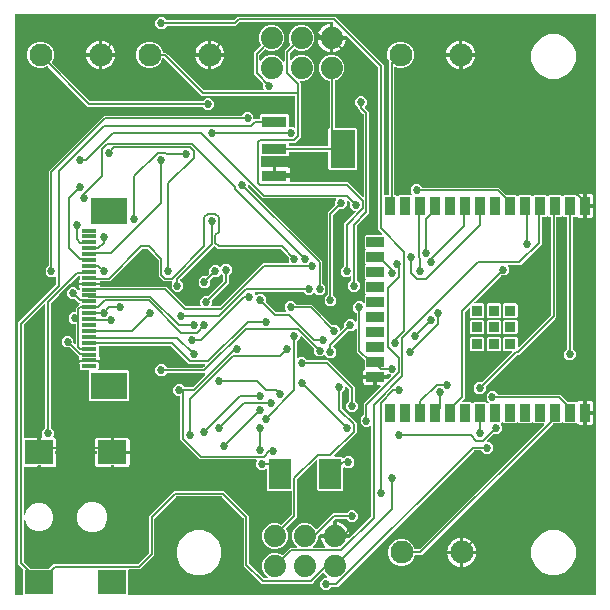
<source format=gbr>
G04 EAGLE Gerber RS-274X export*
G75*
%MOMM*%
%FSLAX34Y34*%
%LPD*%
%INBottom Copper*%
%IPPOS*%
%AMOC8*
5,1,8,0,0,1.08239X$1,22.5*%
G01*
%ADD10C,1.930400*%
%ADD11R,0.900000X1.500000*%
%ADD12R,1.500000X0.900000*%
%ADD13R,0.900000X0.900000*%
%ADD14R,2.150000X3.250000*%
%ADD15R,2.150000X0.950000*%
%ADD16C,1.879600*%
%ADD17R,1.300000X0.300000*%
%ADD18R,3.100000X2.300000*%
%ADD19R,1.900000X2.600000*%
%ADD20R,2.400000X2.000000*%
%ADD21C,0.152400*%
%ADD22C,0.685800*%

G36*
X10334Y-6186D02*
X10334Y-6186D01*
X10353Y-6188D01*
X10455Y-6166D01*
X10557Y-6150D01*
X10574Y-6140D01*
X10594Y-6136D01*
X10683Y-6083D01*
X10774Y-6034D01*
X10788Y-6020D01*
X10805Y-6010D01*
X10872Y-5931D01*
X10944Y-5856D01*
X10952Y-5838D01*
X10965Y-5823D01*
X11004Y-5727D01*
X11047Y-5633D01*
X11049Y-5613D01*
X11057Y-5595D01*
X11075Y-5428D01*
X11075Y15856D01*
X11061Y15946D01*
X11053Y16037D01*
X11041Y16066D01*
X11036Y16098D01*
X10993Y16179D01*
X10957Y16263D01*
X10931Y16295D01*
X10920Y16316D01*
X10897Y16338D01*
X10852Y16394D01*
X6857Y20389D01*
X6857Y224975D01*
X38638Y256756D01*
X38691Y256830D01*
X38751Y256900D01*
X38763Y256930D01*
X38782Y256956D01*
X38809Y257043D01*
X38843Y257128D01*
X38847Y257169D01*
X38854Y257191D01*
X38853Y257223D01*
X38861Y257295D01*
X38861Y263190D01*
X38850Y263261D01*
X38848Y263332D01*
X38830Y263381D01*
X38822Y263433D01*
X38788Y263496D01*
X38763Y263563D01*
X38731Y263604D01*
X38706Y263650D01*
X38655Y263699D01*
X38610Y263755D01*
X38566Y263783D01*
X38528Y263819D01*
X38463Y263850D01*
X38403Y263888D01*
X38352Y263901D01*
X38305Y263923D01*
X38234Y263931D01*
X38164Y263948D01*
X38112Y263944D01*
X38061Y263950D01*
X37990Y263935D01*
X37919Y263929D01*
X37871Y263909D01*
X37820Y263898D01*
X37759Y263861D01*
X37693Y263833D01*
X37637Y263788D01*
X37609Y263772D01*
X37594Y263754D01*
X37562Y263728D01*
X37104Y263270D01*
X33000Y263270D01*
X30098Y266172D01*
X30098Y270276D01*
X32542Y272720D01*
X32595Y272794D01*
X32655Y272863D01*
X32667Y272894D01*
X32686Y272920D01*
X32713Y273007D01*
X32747Y273092D01*
X32751Y273132D01*
X32758Y273155D01*
X32757Y273187D01*
X32765Y273258D01*
X32765Y352991D01*
X79825Y400051D01*
X196134Y400051D01*
X196224Y400065D01*
X196315Y400073D01*
X196345Y400085D01*
X196377Y400090D01*
X196457Y400133D01*
X196541Y400169D01*
X196573Y400195D01*
X196594Y400206D01*
X196616Y400229D01*
X196672Y400274D01*
X199116Y402718D01*
X203220Y402718D01*
X206122Y399816D01*
X206122Y397764D01*
X206125Y397744D01*
X206123Y397725D01*
X206145Y397623D01*
X206161Y397521D01*
X206171Y397504D01*
X206175Y397484D01*
X206228Y397395D01*
X206277Y397304D01*
X206291Y397290D01*
X206301Y397273D01*
X206380Y397206D01*
X206455Y397134D01*
X206473Y397126D01*
X206488Y397113D01*
X206584Y397074D01*
X206678Y397031D01*
X206698Y397029D01*
X206716Y397021D01*
X206883Y397003D01*
X210864Y397003D01*
X210884Y397006D01*
X210903Y397004D01*
X211005Y397026D01*
X211107Y397042D01*
X211124Y397052D01*
X211144Y397056D01*
X211233Y397109D01*
X211324Y397158D01*
X211338Y397172D01*
X211355Y397182D01*
X211422Y397261D01*
X211494Y397336D01*
X211502Y397354D01*
X211515Y397369D01*
X211554Y397465D01*
X211597Y397559D01*
X211599Y397579D01*
X211607Y397597D01*
X211625Y397764D01*
X211625Y400382D01*
X212518Y401275D01*
X235282Y401275D01*
X236175Y400382D01*
X236175Y391287D01*
X236178Y391267D01*
X236176Y391248D01*
X236198Y391146D01*
X236214Y391044D01*
X236224Y391027D01*
X236228Y391007D01*
X236281Y390918D01*
X236330Y390827D01*
X236344Y390813D01*
X236354Y390796D01*
X236433Y390729D01*
X236508Y390657D01*
X236526Y390649D01*
X236541Y390636D01*
X236637Y390597D01*
X236731Y390554D01*
X236751Y390552D01*
X236769Y390544D01*
X236936Y390526D01*
X239796Y390526D01*
X240254Y390068D01*
X240312Y390026D01*
X240364Y389977D01*
X240411Y389955D01*
X240453Y389924D01*
X240522Y389903D01*
X240587Y389873D01*
X240639Y389867D01*
X240689Y389852D01*
X240760Y389854D01*
X240831Y389846D01*
X240882Y389857D01*
X240934Y389858D01*
X241002Y389883D01*
X241072Y389898D01*
X241117Y389925D01*
X241165Y389943D01*
X241221Y389988D01*
X241283Y390024D01*
X241317Y390064D01*
X241357Y390097D01*
X241396Y390157D01*
X241443Y390211D01*
X241462Y390260D01*
X241490Y390303D01*
X241508Y390373D01*
X241535Y390439D01*
X241543Y390511D01*
X241551Y390542D01*
X241549Y390565D01*
X241553Y390606D01*
X241553Y416052D01*
X241550Y416072D01*
X241552Y416091D01*
X241530Y416193D01*
X241514Y416295D01*
X241504Y416312D01*
X241500Y416332D01*
X241447Y416421D01*
X241398Y416512D01*
X241384Y416526D01*
X241374Y416543D01*
X241295Y416610D01*
X241220Y416682D01*
X241202Y416690D01*
X241187Y416703D01*
X241091Y416742D01*
X240997Y416785D01*
X240977Y416787D01*
X240959Y416795D01*
X240792Y416813D01*
X162121Y416813D01*
X130340Y448594D01*
X130266Y448647D01*
X130196Y448707D01*
X130166Y448719D01*
X130140Y448738D01*
X130053Y448765D01*
X129968Y448799D01*
X129927Y448803D01*
X129905Y448810D01*
X129873Y448809D01*
X129801Y448817D01*
X129695Y448817D01*
X129580Y448798D01*
X129464Y448781D01*
X129458Y448779D01*
X129452Y448778D01*
X129350Y448723D01*
X129245Y448670D01*
X129240Y448665D01*
X129235Y448662D01*
X129155Y448578D01*
X129073Y448494D01*
X129069Y448488D01*
X129066Y448484D01*
X129058Y448467D01*
X128992Y448347D01*
X127675Y445169D01*
X124531Y442025D01*
X120423Y440323D01*
X115977Y440323D01*
X111869Y442025D01*
X108725Y445169D01*
X107023Y449277D01*
X107023Y453723D01*
X108725Y457831D01*
X111869Y460975D01*
X115977Y462677D01*
X120423Y462677D01*
X124531Y460975D01*
X127675Y457831D01*
X129320Y453861D01*
X129381Y453761D01*
X129441Y453661D01*
X129446Y453657D01*
X129449Y453652D01*
X129539Y453577D01*
X129628Y453501D01*
X129634Y453499D01*
X129639Y453495D01*
X129747Y453453D01*
X129856Y453409D01*
X129864Y453408D01*
X129868Y453407D01*
X129887Y453406D01*
X130023Y453391D01*
X132011Y453391D01*
X163792Y421610D01*
X163866Y421557D01*
X163936Y421497D01*
X163966Y421485D01*
X163992Y421466D01*
X164079Y421439D01*
X164164Y421405D01*
X164205Y421401D01*
X164227Y421394D01*
X164259Y421395D01*
X164331Y421387D01*
X214422Y421387D01*
X214493Y421398D01*
X214564Y421400D01*
X214613Y421418D01*
X214665Y421426D01*
X214728Y421460D01*
X214795Y421485D01*
X214836Y421517D01*
X214882Y421542D01*
X214931Y421593D01*
X214987Y421638D01*
X215015Y421682D01*
X215051Y421720D01*
X215082Y421785D01*
X215120Y421845D01*
X215133Y421896D01*
X215155Y421943D01*
X215163Y422014D01*
X215180Y422084D01*
X215176Y422136D01*
X215182Y422187D01*
X215167Y422258D01*
X215161Y422329D01*
X215141Y422377D01*
X215130Y422428D01*
X215093Y422489D01*
X215065Y422555D01*
X215020Y422611D01*
X215004Y422639D01*
X214986Y422654D01*
X214960Y422686D01*
X214502Y423144D01*
X214502Y426600D01*
X214488Y426691D01*
X214480Y426781D01*
X214468Y426811D01*
X214463Y426843D01*
X214420Y426924D01*
X214384Y427008D01*
X214358Y427040D01*
X214347Y427061D01*
X214324Y427083D01*
X214279Y427139D01*
X206501Y434917D01*
X206501Y453575D01*
X211897Y458971D01*
X211965Y459066D01*
X212035Y459160D01*
X212037Y459166D01*
X212041Y459171D01*
X212075Y459282D01*
X212111Y459394D01*
X212111Y459400D01*
X212113Y459406D01*
X212110Y459523D01*
X212109Y459640D01*
X212107Y459647D01*
X212107Y459652D01*
X212100Y459669D01*
X212062Y459801D01*
X210477Y463627D01*
X210477Y467973D01*
X212140Y471987D01*
X215213Y475060D01*
X219227Y476723D01*
X223573Y476723D01*
X227587Y475060D01*
X230660Y471987D01*
X232323Y467973D01*
X232323Y463627D01*
X230660Y459613D01*
X227587Y456540D01*
X223573Y454877D01*
X219227Y454877D01*
X216193Y456134D01*
X216079Y456161D01*
X215966Y456189D01*
X215959Y456189D01*
X215953Y456190D01*
X215837Y456179D01*
X215720Y456170D01*
X215715Y456168D01*
X215708Y456167D01*
X215601Y456119D01*
X215494Y456074D01*
X215488Y456069D01*
X215484Y456067D01*
X215470Y456055D01*
X215363Y455969D01*
X211298Y451904D01*
X211245Y451830D01*
X211185Y451760D01*
X211173Y451730D01*
X211154Y451704D01*
X211127Y451617D01*
X211093Y451532D01*
X211089Y451491D01*
X211082Y451469D01*
X211083Y451437D01*
X211075Y451365D01*
X211075Y447360D01*
X211086Y447289D01*
X211088Y447217D01*
X211106Y447168D01*
X211114Y447117D01*
X211148Y447054D01*
X211173Y446986D01*
X211205Y446946D01*
X211230Y446899D01*
X211282Y446850D01*
X211326Y446794D01*
X211370Y446766D01*
X211408Y446730D01*
X211473Y446700D01*
X211533Y446661D01*
X211584Y446648D01*
X211631Y446626D01*
X211702Y446619D01*
X211772Y446601D01*
X211824Y446605D01*
X211875Y446599D01*
X211946Y446615D01*
X212017Y446620D01*
X212065Y446641D01*
X212116Y446652D01*
X212177Y446688D01*
X212243Y446717D01*
X212299Y446761D01*
X212327Y446778D01*
X212342Y446796D01*
X212374Y446821D01*
X215213Y449660D01*
X219227Y451323D01*
X223573Y451323D01*
X227587Y449660D01*
X230660Y446587D01*
X230945Y445899D01*
X230996Y445816D01*
X231042Y445731D01*
X231060Y445713D01*
X231074Y445690D01*
X231150Y445628D01*
X231220Y445561D01*
X231244Y445550D01*
X231264Y445534D01*
X231355Y445499D01*
X231443Y445458D01*
X231469Y445455D01*
X231493Y445445D01*
X231591Y445441D01*
X231687Y445431D01*
X231713Y445436D01*
X231739Y445435D01*
X231833Y445462D01*
X231928Y445483D01*
X231950Y445496D01*
X231975Y445504D01*
X232055Y445559D01*
X232139Y445609D01*
X232156Y445629D01*
X232177Y445644D01*
X232236Y445722D01*
X232299Y445796D01*
X232309Y445820D01*
X232324Y445841D01*
X232354Y445934D01*
X232391Y446024D01*
X232394Y446057D01*
X232400Y446075D01*
X232400Y446108D01*
X232409Y446191D01*
X232409Y455099D01*
X237000Y459690D01*
X237068Y459785D01*
X237138Y459878D01*
X237140Y459884D01*
X237143Y459889D01*
X237178Y460001D01*
X237214Y460112D01*
X237214Y460118D01*
X237216Y460124D01*
X237213Y460241D01*
X237211Y460358D01*
X237209Y460365D01*
X237209Y460370D01*
X237203Y460388D01*
X237165Y460519D01*
X235877Y463627D01*
X235877Y467973D01*
X237540Y471987D01*
X240613Y475060D01*
X244627Y476723D01*
X248973Y476723D01*
X252987Y475060D01*
X256060Y471987D01*
X257723Y467973D01*
X257723Y463627D01*
X256060Y459613D01*
X252987Y456540D01*
X248973Y454877D01*
X244627Y454877D01*
X240874Y456432D01*
X240761Y456458D01*
X240647Y456487D01*
X240641Y456487D01*
X240635Y456488D01*
X240518Y456477D01*
X240402Y456468D01*
X240396Y456465D01*
X240390Y456465D01*
X240282Y456417D01*
X240176Y456372D01*
X240170Y456367D01*
X240165Y456365D01*
X240151Y456352D01*
X240045Y456267D01*
X237206Y453428D01*
X237153Y453354D01*
X237093Y453284D01*
X237081Y453254D01*
X237062Y453228D01*
X237035Y453141D01*
X237001Y453056D01*
X236997Y453015D01*
X236990Y452993D01*
X236991Y452961D01*
X236983Y452889D01*
X236983Y447868D01*
X236994Y447797D01*
X236996Y447725D01*
X237014Y447676D01*
X237022Y447625D01*
X237056Y447562D01*
X237081Y447494D01*
X237113Y447454D01*
X237138Y447407D01*
X237190Y447358D01*
X237234Y447302D01*
X237278Y447274D01*
X237316Y447238D01*
X237381Y447208D01*
X237441Y447169D01*
X237492Y447156D01*
X237539Y447134D01*
X237610Y447127D01*
X237680Y447109D01*
X237732Y447113D01*
X237783Y447107D01*
X237854Y447123D01*
X237925Y447128D01*
X237973Y447149D01*
X238024Y447160D01*
X238085Y447196D01*
X238151Y447225D01*
X238207Y447269D01*
X238235Y447286D01*
X238250Y447304D01*
X238282Y447329D01*
X240613Y449660D01*
X244627Y451323D01*
X248973Y451323D01*
X252987Y449660D01*
X256060Y446587D01*
X257723Y442573D01*
X257723Y438227D01*
X256060Y434213D01*
X252987Y431140D01*
X248973Y429477D01*
X246154Y429477D01*
X246084Y429466D01*
X246012Y429464D01*
X245963Y429446D01*
X245912Y429438D01*
X245848Y429404D01*
X245781Y429379D01*
X245740Y429347D01*
X245694Y429322D01*
X245645Y429270D01*
X245589Y429226D01*
X245561Y429182D01*
X245525Y429144D01*
X245495Y429079D01*
X245456Y429019D01*
X245443Y428968D01*
X245421Y428921D01*
X245413Y428850D01*
X245396Y428780D01*
X245400Y428728D01*
X245394Y428677D01*
X245409Y428606D01*
X245415Y428535D01*
X245435Y428487D01*
X245446Y428436D01*
X245483Y428375D01*
X245511Y428309D01*
X245556Y428253D01*
X245573Y428225D01*
X245590Y428210D01*
X245616Y428178D01*
X246127Y427667D01*
X246127Y381577D01*
X241739Y377189D01*
X236936Y377189D01*
X236916Y377186D01*
X236897Y377188D01*
X236795Y377166D01*
X236693Y377150D01*
X236676Y377140D01*
X236656Y377136D01*
X236567Y377083D01*
X236476Y377034D01*
X236462Y377020D01*
X236445Y377010D01*
X236378Y376931D01*
X236306Y376856D01*
X236298Y376838D01*
X236285Y376823D01*
X236246Y376727D01*
X236203Y376633D01*
X236201Y376613D01*
X236193Y376595D01*
X236175Y376428D01*
X236175Y374904D01*
X236178Y374884D01*
X236176Y374865D01*
X236198Y374763D01*
X236214Y374661D01*
X236224Y374644D01*
X236228Y374624D01*
X236281Y374535D01*
X236330Y374444D01*
X236344Y374430D01*
X236354Y374413D01*
X236433Y374346D01*
X236508Y374274D01*
X236526Y374266D01*
X236541Y374253D01*
X236637Y374214D01*
X236731Y374171D01*
X236751Y374169D01*
X236769Y374161D01*
X236936Y374143D01*
X268864Y374143D01*
X268884Y374146D01*
X268903Y374144D01*
X269005Y374166D01*
X269107Y374182D01*
X269124Y374192D01*
X269144Y374196D01*
X269233Y374249D01*
X269324Y374298D01*
X269338Y374312D01*
X269355Y374322D01*
X269422Y374401D01*
X269494Y374476D01*
X269502Y374494D01*
X269515Y374509D01*
X269554Y374605D01*
X269597Y374699D01*
X269599Y374719D01*
X269607Y374737D01*
X269625Y374904D01*
X269625Y388882D01*
X270286Y389543D01*
X270339Y389617D01*
X270399Y389686D01*
X270411Y389716D01*
X270430Y389742D01*
X270457Y389829D01*
X270491Y389914D01*
X270495Y389955D01*
X270502Y389977D01*
X270501Y390010D01*
X270509Y390081D01*
X270509Y428769D01*
X270490Y428884D01*
X270473Y429000D01*
X270471Y429006D01*
X270470Y429012D01*
X270415Y429114D01*
X270362Y429219D01*
X270357Y429224D01*
X270354Y429229D01*
X270270Y429309D01*
X270186Y429391D01*
X270180Y429395D01*
X270176Y429398D01*
X270159Y429406D01*
X270039Y429472D01*
X266013Y431140D01*
X262940Y434213D01*
X261277Y438227D01*
X261277Y442573D01*
X262940Y446587D01*
X266013Y449660D01*
X270027Y451323D01*
X274373Y451323D01*
X278387Y449660D01*
X281460Y446587D01*
X283123Y442573D01*
X283123Y438227D01*
X281460Y434213D01*
X278387Y431140D01*
X275553Y429966D01*
X275453Y429905D01*
X275353Y429845D01*
X275349Y429840D01*
X275344Y429836D01*
X275269Y429747D01*
X275193Y429658D01*
X275191Y429652D01*
X275187Y429647D01*
X275145Y429539D01*
X275101Y429429D01*
X275100Y429422D01*
X275099Y429417D01*
X275098Y429399D01*
X275083Y429263D01*
X275083Y390536D01*
X275086Y390516D01*
X275084Y390497D01*
X275106Y390395D01*
X275122Y390293D01*
X275132Y390276D01*
X275136Y390256D01*
X275189Y390167D01*
X275238Y390076D01*
X275252Y390062D01*
X275262Y390045D01*
X275341Y389978D01*
X275416Y389906D01*
X275434Y389898D01*
X275449Y389885D01*
X275545Y389846D01*
X275639Y389803D01*
X275659Y389801D01*
X275677Y389793D01*
X275844Y389775D01*
X293282Y389775D01*
X294175Y388882D01*
X294175Y355118D01*
X293282Y354225D01*
X270518Y354225D01*
X269625Y355118D01*
X269625Y368808D01*
X269622Y368828D01*
X269624Y368847D01*
X269602Y368949D01*
X269586Y369051D01*
X269576Y369068D01*
X269572Y369088D01*
X269519Y369177D01*
X269470Y369268D01*
X269456Y369282D01*
X269446Y369299D01*
X269367Y369366D01*
X269292Y369438D01*
X269274Y369446D01*
X269259Y369459D01*
X269163Y369498D01*
X269069Y369541D01*
X269049Y369543D01*
X269031Y369551D01*
X268864Y369569D01*
X236936Y369569D01*
X236916Y369566D01*
X236897Y369568D01*
X236795Y369546D01*
X236693Y369530D01*
X236676Y369520D01*
X236656Y369516D01*
X236567Y369463D01*
X236476Y369414D01*
X236462Y369400D01*
X236445Y369390D01*
X236378Y369311D01*
X236306Y369236D01*
X236298Y369218D01*
X236285Y369203D01*
X236246Y369107D01*
X236203Y369013D01*
X236201Y368993D01*
X236193Y368975D01*
X236175Y368808D01*
X236175Y366618D01*
X235282Y365725D01*
X213360Y365725D01*
X213340Y365722D01*
X213321Y365724D01*
X213219Y365702D01*
X213117Y365686D01*
X213100Y365676D01*
X213080Y365672D01*
X212991Y365619D01*
X212900Y365570D01*
X212886Y365556D01*
X212869Y365546D01*
X212802Y365467D01*
X212730Y365392D01*
X212722Y365374D01*
X212709Y365359D01*
X212670Y365263D01*
X212627Y365169D01*
X212625Y365149D01*
X212617Y365131D01*
X212599Y364964D01*
X212599Y357052D01*
X212602Y357032D01*
X212600Y357013D01*
X212622Y356911D01*
X212638Y356809D01*
X212648Y356792D01*
X212652Y356772D01*
X212705Y356683D01*
X212754Y356592D01*
X212768Y356578D01*
X212778Y356561D01*
X212857Y356494D01*
X212932Y356422D01*
X212950Y356414D01*
X212965Y356401D01*
X213061Y356362D01*
X213155Y356319D01*
X213175Y356317D01*
X213193Y356309D01*
X213360Y356291D01*
X222377Y356291D01*
X222377Y349762D01*
X222380Y349742D01*
X222378Y349723D01*
X222400Y349621D01*
X222417Y349519D01*
X222426Y349502D01*
X222430Y349482D01*
X222483Y349393D01*
X222532Y349302D01*
X222546Y349288D01*
X222556Y349271D01*
X222635Y349204D01*
X222710Y349133D01*
X222728Y349124D01*
X222743Y349111D01*
X222839Y349072D01*
X222933Y349029D01*
X222953Y349027D01*
X222971Y349019D01*
X223138Y349001D01*
X223901Y349001D01*
X223901Y348238D01*
X223904Y348218D01*
X223902Y348199D01*
X223924Y348097D01*
X223941Y347995D01*
X223950Y347978D01*
X223954Y347958D01*
X224007Y347869D01*
X224056Y347778D01*
X224070Y347764D01*
X224080Y347747D01*
X224159Y347680D01*
X224234Y347609D01*
X224252Y347600D01*
X224267Y347587D01*
X224363Y347548D01*
X224457Y347505D01*
X224477Y347503D01*
X224495Y347495D01*
X224662Y347477D01*
X237191Y347477D01*
X237191Y344424D01*
X237194Y344404D01*
X237192Y344385D01*
X237214Y344283D01*
X237230Y344181D01*
X237240Y344164D01*
X237244Y344144D01*
X237297Y344055D01*
X237346Y343964D01*
X237360Y343950D01*
X237370Y343933D01*
X237449Y343866D01*
X237524Y343794D01*
X237542Y343786D01*
X237557Y343773D01*
X237653Y343734D01*
X237747Y343691D01*
X237767Y343689D01*
X237785Y343681D01*
X237952Y343663D01*
X285935Y343663D01*
X287498Y342100D01*
X298166Y331432D01*
X298224Y331390D01*
X298276Y331341D01*
X298323Y331319D01*
X298365Y331289D01*
X298434Y331268D01*
X298499Y331237D01*
X298551Y331232D01*
X298601Y331216D01*
X298672Y331218D01*
X298743Y331210D01*
X298794Y331221D01*
X298846Y331223D01*
X298914Y331247D01*
X298984Y331262D01*
X299029Y331289D01*
X299077Y331307D01*
X299133Y331352D01*
X299195Y331389D01*
X299229Y331428D01*
X299269Y331461D01*
X299308Y331521D01*
X299355Y331576D01*
X299374Y331624D01*
X299402Y331668D01*
X299420Y331737D01*
X299447Y331804D01*
X299455Y331875D01*
X299463Y331906D01*
X299461Y331930D01*
X299465Y331970D01*
X299465Y401073D01*
X299458Y401118D01*
X299458Y401119D01*
X299457Y401126D01*
X299451Y401164D01*
X299443Y401254D01*
X299431Y401284D01*
X299426Y401316D01*
X299408Y401349D01*
X299406Y401359D01*
X299381Y401401D01*
X299347Y401481D01*
X299321Y401513D01*
X299310Y401534D01*
X299290Y401553D01*
X299280Y401570D01*
X299266Y401582D01*
X299242Y401612D01*
X294893Y405961D01*
X294893Y406446D01*
X294879Y406536D01*
X294871Y406627D01*
X294859Y406657D01*
X294854Y406689D01*
X294811Y406769D01*
X294775Y406853D01*
X294749Y406885D01*
X294738Y406906D01*
X294715Y406928D01*
X294670Y406984D01*
X292226Y409428D01*
X292226Y413532D01*
X295128Y416434D01*
X299232Y416434D01*
X302134Y413532D01*
X302134Y409428D01*
X300552Y407846D01*
X300540Y407830D01*
X300525Y407818D01*
X300469Y407731D01*
X300409Y407647D01*
X300403Y407628D01*
X300392Y407611D01*
X300367Y407510D01*
X300336Y407412D01*
X300337Y407392D01*
X300332Y407372D01*
X300340Y407269D01*
X300343Y407166D01*
X300349Y407147D01*
X300351Y407127D01*
X300391Y407032D01*
X300427Y406935D01*
X300439Y406919D01*
X300447Y406901D01*
X300552Y406770D01*
X302476Y404846D01*
X304039Y403283D01*
X304039Y317569D01*
X293594Y307124D01*
X293541Y307050D01*
X293481Y306980D01*
X293469Y306950D01*
X293450Y306924D01*
X293423Y306837D01*
X293389Y306752D01*
X293385Y306711D01*
X293378Y306689D01*
X293379Y306657D01*
X293371Y306585D01*
X293371Y261066D01*
X293385Y260976D01*
X293393Y260885D01*
X293405Y260855D01*
X293410Y260823D01*
X293453Y260743D01*
X293489Y260659D01*
X293515Y260627D01*
X293526Y260606D01*
X293549Y260584D01*
X293594Y260528D01*
X296038Y258084D01*
X296038Y253980D01*
X293136Y251078D01*
X289032Y251078D01*
X286130Y253980D01*
X286130Y258084D01*
X288574Y260528D01*
X288627Y260602D01*
X288687Y260671D01*
X288699Y260702D01*
X288718Y260728D01*
X288745Y260815D01*
X288779Y260900D01*
X288783Y260940D01*
X288790Y260963D01*
X288789Y260995D01*
X288797Y261066D01*
X288797Y263190D01*
X288786Y263261D01*
X288784Y263332D01*
X288766Y263381D01*
X288758Y263433D01*
X288724Y263496D01*
X288699Y263563D01*
X288667Y263604D01*
X288642Y263650D01*
X288591Y263699D01*
X288546Y263755D01*
X288502Y263783D01*
X288464Y263819D01*
X288399Y263850D01*
X288339Y263888D01*
X288288Y263901D01*
X288241Y263923D01*
X288170Y263931D01*
X288100Y263948D01*
X288048Y263944D01*
X287997Y263950D01*
X287926Y263935D01*
X287855Y263929D01*
X287807Y263909D01*
X287756Y263898D01*
X287695Y263861D01*
X287629Y263833D01*
X287573Y263788D01*
X287545Y263772D01*
X287530Y263754D01*
X287498Y263728D01*
X287040Y263270D01*
X282936Y263270D01*
X280034Y266172D01*
X280034Y270276D01*
X282478Y272720D01*
X282531Y272794D01*
X282591Y272863D01*
X282603Y272894D01*
X282622Y272920D01*
X282649Y273007D01*
X282683Y273092D01*
X282687Y273132D01*
X282694Y273155D01*
X282693Y273187D01*
X282701Y273258D01*
X282701Y308795D01*
X292265Y318359D01*
X292307Y318417D01*
X292356Y318469D01*
X292378Y318516D01*
X292408Y318558D01*
X292429Y318627D01*
X292460Y318692D01*
X292465Y318744D01*
X292481Y318794D01*
X292479Y318865D01*
X292487Y318936D01*
X292476Y318987D01*
X292474Y319039D01*
X292450Y319107D01*
X292435Y319177D01*
X292408Y319222D01*
X292390Y319270D01*
X292345Y319326D01*
X292308Y319388D01*
X292269Y319422D01*
X292236Y319462D01*
X292176Y319501D01*
X292121Y319548D01*
X292073Y319567D01*
X292029Y319595D01*
X291960Y319613D01*
X291893Y319640D01*
X291822Y319648D01*
X291791Y319656D01*
X291767Y319654D01*
X291727Y319658D01*
X290556Y319658D01*
X287654Y322560D01*
X287654Y326017D01*
X287640Y326107D01*
X287632Y326198D01*
X287620Y326227D01*
X287615Y326259D01*
X287572Y326340D01*
X287536Y326424D01*
X287510Y326456D01*
X287499Y326477D01*
X287476Y326499D01*
X287431Y326555D01*
X286669Y327317D01*
X286611Y327359D01*
X286559Y327408D01*
X286512Y327430D01*
X286470Y327460D01*
X286401Y327481D01*
X286336Y327512D01*
X286284Y327517D01*
X286234Y327533D01*
X286163Y327531D01*
X286092Y327539D01*
X286041Y327528D01*
X285989Y327526D01*
X285921Y327502D01*
X285851Y327487D01*
X285807Y327460D01*
X285758Y327442D01*
X285702Y327397D01*
X285640Y327360D01*
X285606Y327321D01*
X285566Y327288D01*
X285527Y327228D01*
X285480Y327173D01*
X285461Y327125D01*
X285433Y327081D01*
X285415Y327012D01*
X285388Y326945D01*
X285380Y326874D01*
X285372Y326843D01*
X285374Y326819D01*
X285370Y326779D01*
X285370Y324084D01*
X282468Y321182D01*
X279011Y321182D01*
X278921Y321168D01*
X278830Y321160D01*
X278801Y321148D01*
X278769Y321143D01*
X278688Y321100D01*
X278604Y321064D01*
X278572Y321038D01*
X278551Y321027D01*
X278529Y321004D01*
X278473Y320959D01*
X273782Y316268D01*
X273729Y316194D01*
X273669Y316124D01*
X273657Y316094D01*
X273638Y316068D01*
X273611Y315981D01*
X273577Y315896D01*
X273573Y315855D01*
X273566Y315833D01*
X273567Y315801D01*
X273559Y315729D01*
X273559Y248874D01*
X273573Y248784D01*
X273581Y248693D01*
X273593Y248663D01*
X273598Y248631D01*
X273641Y248551D01*
X273677Y248467D01*
X273703Y248435D01*
X273714Y248414D01*
X273737Y248392D01*
X273782Y248336D01*
X276226Y245892D01*
X276226Y241788D01*
X273324Y238886D01*
X269220Y238886D01*
X266318Y241788D01*
X266318Y245892D01*
X268762Y248336D01*
X268815Y248410D01*
X268875Y248479D01*
X268887Y248510D01*
X268906Y248536D01*
X268933Y248623D01*
X268967Y248708D01*
X268971Y248748D01*
X268978Y248771D01*
X268977Y248803D01*
X268985Y248874D01*
X268985Y317939D01*
X275239Y324193D01*
X275292Y324267D01*
X275352Y324337D01*
X275364Y324367D01*
X275383Y324393D01*
X275410Y324480D01*
X275444Y324565D01*
X275448Y324606D01*
X275455Y324628D01*
X275454Y324660D01*
X275462Y324731D01*
X275462Y328188D01*
X275920Y328646D01*
X275962Y328704D01*
X276011Y328756D01*
X276033Y328803D01*
X276064Y328845D01*
X276085Y328914D01*
X276115Y328979D01*
X276121Y329031D01*
X276136Y329081D01*
X276134Y329152D01*
X276142Y329223D01*
X276131Y329274D01*
X276130Y329326D01*
X276105Y329394D01*
X276090Y329464D01*
X276063Y329509D01*
X276045Y329557D01*
X276000Y329613D01*
X275964Y329675D01*
X275924Y329709D01*
X275891Y329749D01*
X275831Y329788D01*
X275777Y329835D01*
X275728Y329854D01*
X275685Y329882D01*
X275615Y329900D01*
X275549Y329927D01*
X275477Y329935D01*
X275446Y329943D01*
X275423Y329941D01*
X275382Y329945D01*
X213937Y329945D01*
X212374Y331508D01*
X202849Y341033D01*
X202791Y341075D01*
X202739Y341124D01*
X202692Y341146D01*
X202650Y341176D01*
X202581Y341197D01*
X202516Y341228D01*
X202464Y341233D01*
X202414Y341249D01*
X202343Y341247D01*
X202272Y341255D01*
X202221Y341244D01*
X202169Y341242D01*
X202101Y341218D01*
X202031Y341203D01*
X201986Y341176D01*
X201938Y341158D01*
X201882Y341113D01*
X201820Y341076D01*
X201786Y341037D01*
X201746Y341004D01*
X201707Y340944D01*
X201660Y340889D01*
X201641Y340841D01*
X201613Y340797D01*
X201595Y340728D01*
X201568Y340661D01*
X201560Y340590D01*
X201552Y340559D01*
X201554Y340535D01*
X201550Y340495D01*
X201550Y339972D01*
X201564Y339881D01*
X201572Y339791D01*
X201584Y339761D01*
X201589Y339729D01*
X201632Y339648D01*
X201668Y339564D01*
X201694Y339532D01*
X201705Y339511D01*
X201728Y339489D01*
X201773Y339433D01*
X264415Y276791D01*
X264415Y258018D01*
X264429Y257928D01*
X264437Y257837D01*
X264449Y257807D01*
X264454Y257775D01*
X264497Y257695D01*
X264533Y257611D01*
X264559Y257579D01*
X264570Y257558D01*
X264593Y257536D01*
X264638Y257480D01*
X267082Y255036D01*
X267082Y250932D01*
X264180Y248030D01*
X260076Y248030D01*
X258094Y250012D01*
X258078Y250024D01*
X258066Y250039D01*
X257978Y250095D01*
X257895Y250156D01*
X257876Y250161D01*
X257859Y250172D01*
X257758Y250198D01*
X257659Y250228D01*
X257640Y250227D01*
X257620Y250232D01*
X257517Y250224D01*
X257414Y250222D01*
X257395Y250215D01*
X257375Y250213D01*
X257280Y250173D01*
X257183Y250137D01*
X257167Y250125D01*
X257149Y250117D01*
X257018Y250012D01*
X255036Y248030D01*
X250932Y248030D01*
X248488Y250474D01*
X248414Y250527D01*
X248345Y250587D01*
X248314Y250599D01*
X248288Y250618D01*
X248201Y250645D01*
X248116Y250679D01*
X248076Y250683D01*
X248053Y250690D01*
X248021Y250689D01*
X247950Y250697D01*
X207726Y250697D01*
X207655Y250686D01*
X207584Y250684D01*
X207535Y250666D01*
X207483Y250658D01*
X207420Y250624D01*
X207353Y250599D01*
X207312Y250567D01*
X207266Y250542D01*
X207217Y250491D01*
X207161Y250446D01*
X207133Y250402D01*
X207097Y250364D01*
X207066Y250299D01*
X207028Y250239D01*
X207015Y250188D01*
X206993Y250141D01*
X206985Y250070D01*
X206968Y250000D01*
X206972Y249948D01*
X206966Y249897D01*
X206981Y249826D01*
X206987Y249755D01*
X207007Y249707D01*
X207018Y249656D01*
X207055Y249595D01*
X207083Y249529D01*
X207128Y249473D01*
X207144Y249445D01*
X207162Y249430D01*
X207188Y249398D01*
X207646Y248940D01*
X207646Y248493D01*
X207657Y248422D01*
X207659Y248351D01*
X207677Y248302D01*
X207685Y248250D01*
X207719Y248187D01*
X207744Y248120D01*
X207776Y248079D01*
X207801Y248033D01*
X207853Y247984D01*
X207897Y247928D01*
X207941Y247900D01*
X207979Y247864D01*
X208044Y247833D01*
X208104Y247795D01*
X208155Y247782D01*
X208202Y247760D01*
X208273Y247752D01*
X208343Y247735D01*
X208395Y247739D01*
X208446Y247733D01*
X208517Y247748D01*
X208588Y247754D01*
X208636Y247774D01*
X208687Y247785D01*
X208748Y247822D01*
X208814Y247850D01*
X208870Y247895D01*
X208898Y247911D01*
X208913Y247929D01*
X208945Y247955D01*
X209784Y248794D01*
X213888Y248794D01*
X216790Y245892D01*
X216790Y242435D01*
X216804Y242345D01*
X216812Y242254D01*
X216824Y242225D01*
X216829Y242193D01*
X216872Y242112D01*
X216908Y242028D01*
X216934Y241996D01*
X216945Y241975D01*
X216968Y241953D01*
X217013Y241897D01*
X224752Y234158D01*
X224826Y234105D01*
X224896Y234045D01*
X224926Y234033D01*
X224952Y234014D01*
X225039Y233987D01*
X225124Y233953D01*
X225165Y233949D01*
X225187Y233942D01*
X225219Y233943D01*
X225291Y233935D01*
X232710Y233935D01*
X232781Y233946D01*
X232852Y233948D01*
X232901Y233966D01*
X232953Y233974D01*
X233016Y234008D01*
X233083Y234033D01*
X233124Y234065D01*
X233170Y234090D01*
X233219Y234141D01*
X233275Y234186D01*
X233303Y234230D01*
X233339Y234268D01*
X233370Y234333D01*
X233408Y234393D01*
X233421Y234444D01*
X233443Y234491D01*
X233451Y234562D01*
X233468Y234632D01*
X233464Y234684D01*
X233470Y234735D01*
X233455Y234806D01*
X233449Y234877D01*
X233429Y234925D01*
X233418Y234976D01*
X233381Y235037D01*
X233353Y235103D01*
X233308Y235159D01*
X233292Y235187D01*
X233274Y235202D01*
X233248Y235234D01*
X232790Y235692D01*
X232790Y239796D01*
X235692Y242698D01*
X239796Y242698D01*
X242240Y240254D01*
X242314Y240201D01*
X242383Y240141D01*
X242414Y240129D01*
X242440Y240110D01*
X242527Y240083D01*
X242612Y240049D01*
X242652Y240045D01*
X242675Y240038D01*
X242707Y240039D01*
X242778Y240031D01*
X255455Y240031D01*
X272377Y223109D01*
X272451Y223056D01*
X272521Y222996D01*
X272551Y222984D01*
X272577Y222965D01*
X272664Y222938D01*
X272749Y222904D01*
X272790Y222900D01*
X272812Y222893D01*
X272844Y222894D01*
X272916Y222886D01*
X276372Y222886D01*
X279274Y219984D01*
X279274Y218813D01*
X279285Y218743D01*
X279287Y218671D01*
X279305Y218622D01*
X279313Y218571D01*
X279347Y218507D01*
X279372Y218440D01*
X279404Y218399D01*
X279429Y218353D01*
X279481Y218304D01*
X279525Y218248D01*
X279569Y218220D01*
X279607Y218184D01*
X279672Y218154D01*
X279732Y218115D01*
X279783Y218102D01*
X279830Y218080D01*
X279901Y218072D01*
X279971Y218055D01*
X280023Y218059D01*
X280074Y218053D01*
X280145Y218068D01*
X280216Y218074D01*
X280264Y218094D01*
X280315Y218105D01*
X280376Y218142D01*
X280442Y218170D01*
X280498Y218215D01*
X280526Y218232D01*
X280541Y218249D01*
X280573Y218275D01*
X282859Y220561D01*
X282912Y220635D01*
X282972Y220705D01*
X282984Y220735D01*
X283003Y220761D01*
X283030Y220848D01*
X283064Y220933D01*
X283068Y220974D01*
X283075Y220996D01*
X283074Y221028D01*
X283082Y221100D01*
X283082Y224556D01*
X285984Y227458D01*
X290088Y227458D01*
X292070Y225476D01*
X292128Y225434D01*
X292180Y225385D01*
X292227Y225363D01*
X292269Y225332D01*
X292338Y225311D01*
X292403Y225281D01*
X292455Y225275D01*
X292505Y225260D01*
X292576Y225262D01*
X292647Y225254D01*
X292698Y225265D01*
X292750Y225266D01*
X292818Y225291D01*
X292888Y225306D01*
X292933Y225333D01*
X292981Y225351D01*
X293037Y225396D01*
X293099Y225432D01*
X293133Y225472D01*
X293173Y225505D01*
X293212Y225565D01*
X293259Y225619D01*
X293278Y225668D01*
X293306Y225711D01*
X293324Y225781D01*
X293351Y225847D01*
X293359Y225919D01*
X293367Y225950D01*
X293365Y225973D01*
X293369Y226014D01*
X293369Y232710D01*
X293355Y232800D01*
X293347Y232891D01*
X293335Y232921D01*
X293330Y232953D01*
X293287Y233033D01*
X293251Y233117D01*
X293225Y233149D01*
X293214Y233170D01*
X293191Y233192D01*
X293146Y233248D01*
X290702Y235692D01*
X290702Y239796D01*
X293604Y242698D01*
X297708Y242698D01*
X298926Y241480D01*
X298984Y241438D01*
X299036Y241389D01*
X299083Y241367D01*
X299125Y241336D01*
X299194Y241315D01*
X299259Y241285D01*
X299311Y241279D01*
X299361Y241264D01*
X299432Y241266D01*
X299503Y241258D01*
X299554Y241269D01*
X299606Y241270D01*
X299674Y241295D01*
X299744Y241310D01*
X299789Y241337D01*
X299837Y241355D01*
X299893Y241400D01*
X299955Y241436D01*
X299989Y241476D01*
X300029Y241509D01*
X300068Y241569D01*
X300115Y241623D01*
X300134Y241672D01*
X300162Y241715D01*
X300180Y241785D01*
X300207Y241851D01*
X300215Y241923D01*
X300223Y241954D01*
X300221Y241977D01*
X300225Y242018D01*
X300225Y247482D01*
X300905Y248162D01*
X300917Y248178D01*
X300933Y248190D01*
X300989Y248278D01*
X301049Y248361D01*
X301055Y248380D01*
X301066Y248397D01*
X301091Y248498D01*
X301121Y248597D01*
X301121Y248616D01*
X301126Y248636D01*
X301118Y248739D01*
X301115Y248842D01*
X301108Y248861D01*
X301107Y248881D01*
X301066Y248976D01*
X301031Y249073D01*
X301018Y249089D01*
X301010Y249107D01*
X300905Y249238D01*
X300225Y249918D01*
X300225Y260182D01*
X300905Y260862D01*
X300917Y260878D01*
X300933Y260890D01*
X300989Y260978D01*
X301049Y261061D01*
X301055Y261080D01*
X301066Y261097D01*
X301091Y261198D01*
X301121Y261297D01*
X301121Y261316D01*
X301126Y261336D01*
X301118Y261439D01*
X301115Y261542D01*
X301108Y261561D01*
X301107Y261581D01*
X301066Y261676D01*
X301031Y261773D01*
X301018Y261789D01*
X301010Y261807D01*
X300905Y261938D01*
X300225Y262618D01*
X300225Y272882D01*
X300905Y273562D01*
X300917Y273578D01*
X300933Y273590D01*
X300989Y273678D01*
X301049Y273761D01*
X301055Y273780D01*
X301066Y273797D01*
X301091Y273898D01*
X301121Y273997D01*
X301121Y274016D01*
X301126Y274036D01*
X301118Y274139D01*
X301115Y274242D01*
X301108Y274261D01*
X301107Y274281D01*
X301066Y274376D01*
X301031Y274473D01*
X301018Y274489D01*
X301010Y274507D01*
X300905Y274638D01*
X300225Y275318D01*
X300225Y285582D01*
X300905Y286262D01*
X300917Y286278D01*
X300933Y286290D01*
X300989Y286378D01*
X301049Y286461D01*
X301055Y286480D01*
X301066Y286497D01*
X301091Y286598D01*
X301121Y286697D01*
X301121Y286716D01*
X301126Y286736D01*
X301118Y286839D01*
X301115Y286942D01*
X301108Y286961D01*
X301107Y286981D01*
X301066Y287076D01*
X301031Y287173D01*
X301018Y287189D01*
X301010Y287207D01*
X300905Y287338D01*
X300225Y288018D01*
X300225Y298282D01*
X301118Y299175D01*
X314498Y299175D01*
X314568Y299186D01*
X314640Y299188D01*
X314689Y299206D01*
X314740Y299214D01*
X314804Y299248D01*
X314871Y299273D01*
X314912Y299305D01*
X314958Y299330D01*
X315007Y299382D01*
X315063Y299426D01*
X315091Y299470D01*
X315127Y299508D01*
X315157Y299573D01*
X315196Y299633D01*
X315209Y299684D01*
X315231Y299731D01*
X315239Y299802D01*
X315256Y299872D01*
X315252Y299924D01*
X315258Y299975D01*
X315243Y300046D01*
X315237Y300117D01*
X315217Y300165D01*
X315206Y300216D01*
X315169Y300277D01*
X315141Y300343D01*
X315096Y300399D01*
X315079Y300427D01*
X315062Y300442D01*
X315036Y300474D01*
X311657Y303853D01*
X311657Y440697D01*
X311656Y440704D01*
X311656Y440705D01*
X311643Y440788D01*
X311635Y440878D01*
X311623Y440908D01*
X311618Y440940D01*
X311575Y441021D01*
X311539Y441105D01*
X311513Y441137D01*
X311502Y441158D01*
X311479Y441180D01*
X311434Y441236D01*
X285438Y467232D01*
X285380Y467274D01*
X285328Y467323D01*
X285281Y467345D01*
X285239Y467375D01*
X285170Y467396D01*
X285105Y467427D01*
X285053Y467432D01*
X285003Y467448D01*
X284932Y467446D01*
X284861Y467454D01*
X284810Y467443D01*
X284758Y467441D01*
X284690Y467417D01*
X284620Y467402D01*
X284575Y467375D01*
X284527Y467357D01*
X284484Y467323D01*
X273723Y467323D01*
X273723Y478072D01*
X273753Y478137D01*
X273792Y478197D01*
X273805Y478248D01*
X273827Y478295D01*
X273835Y478366D01*
X273852Y478436D01*
X273848Y478488D01*
X273854Y478539D01*
X273839Y478610D01*
X273833Y478681D01*
X273813Y478729D01*
X273802Y478780D01*
X273765Y478841D01*
X273737Y478907D01*
X273692Y478963D01*
X273675Y478991D01*
X273658Y479006D01*
X273632Y479038D01*
X273596Y479074D01*
X273522Y479127D01*
X273452Y479187D01*
X273422Y479199D01*
X273396Y479218D01*
X273309Y479245D01*
X273224Y479279D01*
X273183Y479283D01*
X273161Y479290D01*
X273129Y479289D01*
X273057Y479297D01*
X194811Y479297D01*
X194720Y479283D01*
X194630Y479275D01*
X194600Y479263D01*
X194568Y479258D01*
X194487Y479215D01*
X194403Y479179D01*
X194371Y479153D01*
X194350Y479142D01*
X194328Y479119D01*
X194272Y479074D01*
X191447Y476249D01*
X133050Y476249D01*
X132960Y476235D01*
X132869Y476227D01*
X132839Y476215D01*
X132807Y476210D01*
X132727Y476167D01*
X132643Y476131D01*
X132611Y476105D01*
X132590Y476094D01*
X132568Y476071D01*
X132512Y476026D01*
X130068Y473582D01*
X125964Y473582D01*
X123062Y476484D01*
X123062Y480588D01*
X125964Y483490D01*
X130068Y483490D01*
X132512Y481046D01*
X132586Y480993D01*
X132655Y480933D01*
X132685Y480921D01*
X132712Y480902D01*
X132799Y480875D01*
X132883Y480841D01*
X132924Y480837D01*
X132947Y480830D01*
X132979Y480831D01*
X133050Y480823D01*
X189237Y480823D01*
X189328Y480837D01*
X189418Y480845D01*
X189448Y480857D01*
X189480Y480862D01*
X189561Y480905D01*
X189645Y480941D01*
X189677Y480967D01*
X189698Y480978D01*
X189720Y481001D01*
X189776Y481046D01*
X192601Y483871D01*
X275267Y483871D01*
X316231Y442907D01*
X316231Y333286D01*
X316234Y333266D01*
X316232Y333247D01*
X316254Y333145D01*
X316270Y333043D01*
X316280Y333026D01*
X316284Y333006D01*
X316337Y332917D01*
X316386Y332826D01*
X316400Y332812D01*
X316410Y332795D01*
X316489Y332728D01*
X316564Y332656D01*
X316582Y332648D01*
X316597Y332635D01*
X316693Y332596D01*
X316787Y332553D01*
X316807Y332551D01*
X316825Y332543D01*
X316992Y332525D01*
X320040Y332525D01*
X320060Y332528D01*
X320079Y332526D01*
X320181Y332548D01*
X320283Y332564D01*
X320300Y332574D01*
X320320Y332578D01*
X320409Y332631D01*
X320500Y332680D01*
X320514Y332694D01*
X320531Y332704D01*
X320598Y332783D01*
X320670Y332858D01*
X320678Y332876D01*
X320691Y332891D01*
X320730Y332987D01*
X320773Y333081D01*
X320775Y333101D01*
X320783Y333119D01*
X320801Y333286D01*
X320801Y445799D01*
X320791Y445863D01*
X320790Y445929D01*
X320767Y446009D01*
X320762Y446041D01*
X320752Y446059D01*
X320743Y446090D01*
X319423Y449277D01*
X319423Y453723D01*
X321125Y457831D01*
X324269Y460975D01*
X328377Y462677D01*
X332823Y462677D01*
X336931Y460975D01*
X340075Y457831D01*
X341777Y453723D01*
X341777Y449277D01*
X340075Y445169D01*
X336931Y442025D01*
X332823Y440323D01*
X328377Y440323D01*
X326427Y441131D01*
X326383Y441141D01*
X326341Y441161D01*
X326264Y441169D01*
X326188Y441187D01*
X326142Y441183D01*
X326097Y441188D01*
X326020Y441171D01*
X325943Y441164D01*
X325901Y441145D01*
X325856Y441135D01*
X325789Y441095D01*
X325718Y441064D01*
X325684Y441033D01*
X325645Y441009D01*
X325594Y440950D01*
X325537Y440897D01*
X325515Y440857D01*
X325485Y440822D01*
X325456Y440750D01*
X325419Y440682D01*
X325410Y440637D01*
X325393Y440594D01*
X325378Y440458D01*
X325375Y440440D01*
X325376Y440435D01*
X325375Y440427D01*
X325375Y333286D01*
X325378Y333266D01*
X325376Y333247D01*
X325398Y333145D01*
X325414Y333043D01*
X325424Y333026D01*
X325428Y333006D01*
X325481Y332917D01*
X325530Y332826D01*
X325544Y332812D01*
X325554Y332795D01*
X325633Y332728D01*
X325708Y332656D01*
X325726Y332648D01*
X325741Y332635D01*
X325837Y332596D01*
X325931Y332553D01*
X325951Y332551D01*
X325969Y332543D01*
X326136Y332525D01*
X326882Y332525D01*
X327562Y331845D01*
X327578Y331833D01*
X327590Y331817D01*
X327678Y331761D01*
X327761Y331701D01*
X327780Y331695D01*
X327797Y331684D01*
X327898Y331659D01*
X327997Y331629D01*
X328016Y331629D01*
X328036Y331624D01*
X328139Y331632D01*
X328242Y331635D01*
X328261Y331642D01*
X328281Y331643D01*
X328376Y331684D01*
X328473Y331719D01*
X328489Y331732D01*
X328507Y331740D01*
X328638Y331845D01*
X329318Y332525D01*
X339860Y332525D01*
X339931Y332536D01*
X340002Y332538D01*
X340051Y332556D01*
X340103Y332564D01*
X340166Y332598D01*
X340233Y332623D01*
X340274Y332655D01*
X340320Y332680D01*
X340369Y332732D01*
X340425Y332776D01*
X340453Y332820D01*
X340489Y332858D01*
X340520Y332923D01*
X340558Y332983D01*
X340571Y333034D01*
X340593Y333081D01*
X340601Y333152D01*
X340618Y333222D01*
X340614Y333274D01*
X340620Y333325D01*
X340605Y333396D01*
X340599Y333467D01*
X340579Y333515D01*
X340568Y333566D01*
X340531Y333627D01*
X340503Y333693D01*
X340458Y333749D01*
X340442Y333777D01*
X340424Y333792D01*
X340398Y333824D01*
X339470Y334752D01*
X339470Y338856D01*
X342372Y341758D01*
X346476Y341758D01*
X348920Y339314D01*
X348994Y339261D01*
X349063Y339201D01*
X349094Y339189D01*
X349120Y339170D01*
X349207Y339143D01*
X349292Y339109D01*
X349332Y339105D01*
X349355Y339098D01*
X349387Y339099D01*
X349458Y339091D01*
X413951Y339091D01*
X420294Y332748D01*
X420368Y332695D01*
X420438Y332635D01*
X420468Y332623D01*
X420494Y332604D01*
X420581Y332577D01*
X420666Y332543D01*
X420707Y332539D01*
X420729Y332532D01*
X420761Y332533D01*
X420833Y332525D01*
X428482Y332525D01*
X429162Y331845D01*
X429178Y331833D01*
X429190Y331817D01*
X429278Y331761D01*
X429361Y331701D01*
X429380Y331695D01*
X429397Y331684D01*
X429498Y331659D01*
X429597Y331629D01*
X429616Y331629D01*
X429636Y331624D01*
X429739Y331632D01*
X429842Y331635D01*
X429861Y331642D01*
X429881Y331643D01*
X429976Y331684D01*
X430073Y331719D01*
X430089Y331732D01*
X430107Y331740D01*
X430238Y331845D01*
X430918Y332525D01*
X441182Y332525D01*
X441862Y331845D01*
X441878Y331833D01*
X441890Y331817D01*
X441978Y331761D01*
X442061Y331701D01*
X442080Y331695D01*
X442097Y331684D01*
X442198Y331659D01*
X442297Y331629D01*
X442316Y331629D01*
X442336Y331624D01*
X442439Y331632D01*
X442542Y331635D01*
X442561Y331642D01*
X442581Y331643D01*
X442676Y331684D01*
X442773Y331719D01*
X442789Y331732D01*
X442807Y331740D01*
X442938Y331845D01*
X443618Y332525D01*
X453882Y332525D01*
X454562Y331845D01*
X454578Y331833D01*
X454590Y331817D01*
X454678Y331761D01*
X454761Y331701D01*
X454780Y331695D01*
X454797Y331684D01*
X454898Y331659D01*
X454997Y331629D01*
X455016Y331629D01*
X455036Y331624D01*
X455139Y331632D01*
X455242Y331635D01*
X455261Y331642D01*
X455281Y331643D01*
X455376Y331684D01*
X455473Y331719D01*
X455489Y331732D01*
X455507Y331740D01*
X455638Y331845D01*
X456318Y332525D01*
X466582Y332525D01*
X467262Y331845D01*
X467278Y331833D01*
X467290Y331817D01*
X467378Y331761D01*
X467461Y331701D01*
X467480Y331695D01*
X467497Y331684D01*
X467598Y331659D01*
X467697Y331629D01*
X467716Y331629D01*
X467736Y331624D01*
X467839Y331632D01*
X467942Y331635D01*
X467961Y331642D01*
X467981Y331643D01*
X468076Y331684D01*
X468173Y331719D01*
X468189Y331732D01*
X468207Y331740D01*
X468338Y331845D01*
X469018Y332525D01*
X479289Y332525D01*
X479359Y332480D01*
X479443Y332419D01*
X479462Y332414D01*
X479479Y332403D01*
X479579Y332378D01*
X479678Y332347D01*
X479698Y332348D01*
X479717Y332343D01*
X479820Y332351D01*
X479924Y332353D01*
X479943Y332360D01*
X479963Y332362D01*
X480058Y332402D01*
X480155Y332438D01*
X480171Y332450D01*
X480189Y332458D01*
X480320Y332563D01*
X480790Y333033D01*
X481369Y333368D01*
X482016Y333541D01*
X485327Y333541D01*
X485327Y324262D01*
X485330Y324242D01*
X485328Y324223D01*
X485350Y324121D01*
X485367Y324019D01*
X485376Y324002D01*
X485380Y323982D01*
X485433Y323893D01*
X485482Y323802D01*
X485496Y323788D01*
X485506Y323771D01*
X485585Y323704D01*
X485660Y323633D01*
X485678Y323624D01*
X485693Y323611D01*
X485789Y323572D01*
X485883Y323529D01*
X485903Y323527D01*
X485921Y323519D01*
X486088Y323501D01*
X486851Y323501D01*
X486851Y323499D01*
X486088Y323499D01*
X486068Y323496D01*
X486049Y323498D01*
X485947Y323476D01*
X485845Y323459D01*
X485828Y323450D01*
X485808Y323446D01*
X485719Y323393D01*
X485628Y323344D01*
X485614Y323330D01*
X485597Y323320D01*
X485530Y323241D01*
X485459Y323166D01*
X485450Y323148D01*
X485437Y323133D01*
X485398Y323037D01*
X485355Y322943D01*
X485353Y322923D01*
X485345Y322905D01*
X485327Y322738D01*
X485327Y313459D01*
X482016Y313459D01*
X481369Y313632D01*
X480790Y313967D01*
X480320Y314437D01*
X480304Y314449D01*
X480291Y314464D01*
X480204Y314520D01*
X480120Y314581D01*
X480101Y314586D01*
X480084Y314597D01*
X479984Y314622D01*
X479885Y314653D01*
X479865Y314652D01*
X479846Y314657D01*
X479743Y314649D01*
X479639Y314647D01*
X479620Y314640D01*
X479601Y314638D01*
X479505Y314598D01*
X479408Y314562D01*
X479393Y314550D01*
X479374Y314542D01*
X479291Y314475D01*
X477012Y314475D01*
X476992Y314472D01*
X476973Y314474D01*
X476871Y314452D01*
X476769Y314436D01*
X476752Y314426D01*
X476732Y314422D01*
X476643Y314369D01*
X476552Y314320D01*
X476538Y314306D01*
X476521Y314296D01*
X476454Y314217D01*
X476382Y314142D01*
X476374Y314124D01*
X476361Y314109D01*
X476322Y314013D01*
X476279Y313919D01*
X476277Y313899D01*
X476269Y313881D01*
X476251Y313714D01*
X476251Y203154D01*
X476254Y203135D01*
X476252Y203115D01*
X476267Y203045D01*
X476273Y202973D01*
X476285Y202943D01*
X476290Y202911D01*
X476300Y202894D01*
X476304Y202875D01*
X476340Y202814D01*
X476369Y202747D01*
X476395Y202715D01*
X476406Y202694D01*
X476420Y202680D01*
X476430Y202664D01*
X476447Y202649D01*
X476474Y202616D01*
X478918Y200172D01*
X478918Y196068D01*
X476016Y193166D01*
X471912Y193166D01*
X469010Y196068D01*
X469010Y200172D01*
X471454Y202616D01*
X471497Y202675D01*
X471546Y202726D01*
X471554Y202744D01*
X471567Y202759D01*
X471579Y202790D01*
X471598Y202816D01*
X471619Y202885D01*
X471649Y202950D01*
X471651Y202969D01*
X471659Y202988D01*
X471663Y203028D01*
X471670Y203051D01*
X471669Y203083D01*
X471677Y203154D01*
X471677Y313714D01*
X471674Y313734D01*
X471676Y313753D01*
X471654Y313855D01*
X471638Y313957D01*
X471628Y313974D01*
X471624Y313994D01*
X471571Y314083D01*
X471522Y314174D01*
X471508Y314188D01*
X471498Y314205D01*
X471419Y314272D01*
X471344Y314344D01*
X471326Y314352D01*
X471311Y314365D01*
X471215Y314404D01*
X471121Y314447D01*
X471101Y314449D01*
X471083Y314457D01*
X470916Y314475D01*
X469018Y314475D01*
X468338Y315155D01*
X468322Y315167D01*
X468310Y315183D01*
X468222Y315239D01*
X468139Y315299D01*
X468120Y315305D01*
X468103Y315316D01*
X468002Y315341D01*
X467903Y315371D01*
X467884Y315371D01*
X467864Y315376D01*
X467761Y315368D01*
X467658Y315365D01*
X467639Y315358D01*
X467619Y315357D01*
X467524Y315316D01*
X467427Y315281D01*
X467411Y315268D01*
X467393Y315260D01*
X467262Y315155D01*
X466582Y314475D01*
X463296Y314475D01*
X463276Y314472D01*
X463257Y314474D01*
X463155Y314452D01*
X463053Y314436D01*
X463036Y314426D01*
X463016Y314422D01*
X462927Y314369D01*
X462836Y314320D01*
X462822Y314306D01*
X462805Y314296D01*
X462738Y314217D01*
X462666Y314142D01*
X462658Y314124D01*
X462645Y314109D01*
X462606Y314013D01*
X462563Y313919D01*
X462561Y313899D01*
X462553Y313881D01*
X462535Y313714D01*
X462535Y229177D01*
X460972Y227614D01*
X432278Y198920D01*
X430715Y197357D01*
X429507Y197357D01*
X429416Y197343D01*
X429326Y197335D01*
X429296Y197323D01*
X429264Y197318D01*
X429183Y197275D01*
X429099Y197239D01*
X429067Y197213D01*
X429046Y197202D01*
X429024Y197179D01*
X428968Y197134D01*
X402941Y171107D01*
X402888Y171033D01*
X402828Y170963D01*
X402816Y170933D01*
X402797Y170907D01*
X402770Y170820D01*
X402736Y170735D01*
X402732Y170694D01*
X402725Y170672D01*
X402726Y170640D01*
X402718Y170568D01*
X402718Y167112D01*
X399816Y164210D01*
X395712Y164210D01*
X392810Y167112D01*
X392810Y171216D01*
X395712Y174118D01*
X399168Y174118D01*
X399259Y174132D01*
X399349Y174140D01*
X399379Y174152D01*
X399411Y174157D01*
X399492Y174200D01*
X399576Y174236D01*
X399608Y174262D01*
X399629Y174273D01*
X399651Y174296D01*
X399707Y174341D01*
X425042Y199676D01*
X425084Y199734D01*
X425133Y199786D01*
X425155Y199833D01*
X425185Y199875D01*
X425206Y199944D01*
X425237Y200009D01*
X425242Y200061D01*
X425258Y200111D01*
X425256Y200182D01*
X425264Y200253D01*
X425253Y200304D01*
X425251Y200356D01*
X425227Y200424D01*
X425212Y200494D01*
X425185Y200539D01*
X425167Y200587D01*
X425122Y200643D01*
X425085Y200705D01*
X425046Y200739D01*
X425013Y200779D01*
X424953Y200818D01*
X424898Y200865D01*
X424850Y200884D01*
X424806Y200912D01*
X424737Y200930D01*
X424670Y200957D01*
X424599Y200965D01*
X424568Y200973D01*
X424544Y200971D01*
X424504Y200975D01*
X418518Y200975D01*
X417625Y201868D01*
X417625Y212132D01*
X418518Y213025D01*
X428782Y213025D01*
X429675Y212132D01*
X429675Y204622D01*
X429686Y204552D01*
X429688Y204480D01*
X429706Y204431D01*
X429714Y204380D01*
X429748Y204316D01*
X429773Y204249D01*
X429805Y204208D01*
X429830Y204162D01*
X429881Y204113D01*
X429926Y204057D01*
X429970Y204029D01*
X430008Y203993D01*
X430073Y203963D01*
X430133Y203924D01*
X430184Y203911D01*
X430231Y203889D01*
X430302Y203881D01*
X430372Y203864D01*
X430424Y203868D01*
X430475Y203862D01*
X430546Y203877D01*
X430617Y203883D01*
X430665Y203903D01*
X430716Y203914D01*
X430777Y203951D01*
X430843Y203979D01*
X430899Y204024D01*
X430927Y204041D01*
X430942Y204058D01*
X430974Y204084D01*
X457738Y230848D01*
X457791Y230922D01*
X457851Y230992D01*
X457863Y231022D01*
X457882Y231048D01*
X457909Y231135D01*
X457943Y231220D01*
X457947Y231261D01*
X457954Y231283D01*
X457953Y231315D01*
X457961Y231386D01*
X457961Y313714D01*
X457958Y313734D01*
X457960Y313753D01*
X457938Y313855D01*
X457922Y313957D01*
X457912Y313974D01*
X457908Y313994D01*
X457855Y314083D01*
X457806Y314174D01*
X457792Y314188D01*
X457782Y314205D01*
X457703Y314272D01*
X457628Y314344D01*
X457610Y314352D01*
X457595Y314365D01*
X457499Y314404D01*
X457405Y314447D01*
X457385Y314449D01*
X457367Y314457D01*
X457200Y314475D01*
X456318Y314475D01*
X455638Y315155D01*
X455622Y315167D01*
X455610Y315183D01*
X455522Y315239D01*
X455439Y315299D01*
X455420Y315305D01*
X455403Y315316D01*
X455302Y315341D01*
X455203Y315371D01*
X455184Y315371D01*
X455164Y315376D01*
X455061Y315368D01*
X454958Y315365D01*
X454939Y315358D01*
X454919Y315357D01*
X454824Y315316D01*
X454727Y315281D01*
X454711Y315268D01*
X454693Y315260D01*
X454562Y315155D01*
X453882Y314475D01*
X451104Y314475D01*
X451084Y314472D01*
X451065Y314474D01*
X450963Y314452D01*
X450861Y314436D01*
X450844Y314426D01*
X450824Y314422D01*
X450735Y314369D01*
X450644Y314320D01*
X450630Y314306D01*
X450613Y314296D01*
X450546Y314217D01*
X450474Y314142D01*
X450466Y314124D01*
X450453Y314109D01*
X450414Y314013D01*
X450371Y313919D01*
X450369Y313899D01*
X450361Y313881D01*
X450343Y313714D01*
X450343Y291661D01*
X432239Y273557D01*
X422610Y273557D01*
X422539Y273546D01*
X422468Y273544D01*
X422419Y273526D01*
X422367Y273518D01*
X422304Y273484D01*
X422237Y273459D01*
X422196Y273427D01*
X422150Y273402D01*
X422101Y273351D01*
X422045Y273306D01*
X422017Y273262D01*
X421981Y273224D01*
X421950Y273159D01*
X421912Y273099D01*
X421899Y273048D01*
X421877Y273001D01*
X421869Y272930D01*
X421852Y272860D01*
X421856Y272808D01*
X421850Y272757D01*
X421865Y272686D01*
X421871Y272615D01*
X421891Y272567D01*
X421902Y272516D01*
X421939Y272455D01*
X421967Y272389D01*
X422012Y272333D01*
X422028Y272305D01*
X422046Y272290D01*
X422072Y272258D01*
X422530Y271800D01*
X422530Y267696D01*
X419628Y264794D01*
X416171Y264794D01*
X416081Y264780D01*
X415990Y264772D01*
X415961Y264760D01*
X415929Y264755D01*
X415848Y264712D01*
X415764Y264676D01*
X415732Y264650D01*
X415711Y264639D01*
X415689Y264616D01*
X415633Y264571D01*
X393386Y242324D01*
X393344Y242266D01*
X393295Y242214D01*
X393273Y242167D01*
X393243Y242125D01*
X393222Y242056D01*
X393191Y241991D01*
X393186Y241939D01*
X393170Y241889D01*
X393172Y241818D01*
X393164Y241747D01*
X393175Y241696D01*
X393177Y241644D01*
X393201Y241576D01*
X393216Y241506D01*
X393243Y241462D01*
X393261Y241413D01*
X393306Y241357D01*
X393343Y241295D01*
X393382Y241261D01*
X393415Y241221D01*
X393475Y241182D01*
X393530Y241135D01*
X393578Y241116D01*
X393622Y241088D01*
X393691Y241070D01*
X393758Y241043D01*
X393829Y241035D01*
X393860Y241027D01*
X393884Y241029D01*
X393924Y241025D01*
X400782Y241025D01*
X401675Y240132D01*
X401675Y229868D01*
X400782Y228975D01*
X390518Y228975D01*
X389625Y229868D01*
X389625Y236726D01*
X389614Y236796D01*
X389612Y236868D01*
X389594Y236917D01*
X389586Y236968D01*
X389552Y237032D01*
X389527Y237099D01*
X389495Y237140D01*
X389470Y237186D01*
X389418Y237235D01*
X389374Y237291D01*
X389330Y237319D01*
X389292Y237355D01*
X389227Y237385D01*
X389167Y237424D01*
X389116Y237437D01*
X389069Y237459D01*
X388998Y237467D01*
X388928Y237484D01*
X388876Y237480D01*
X388825Y237486D01*
X388754Y237471D01*
X388683Y237465D01*
X388635Y237445D01*
X388584Y237434D01*
X388523Y237397D01*
X388457Y237369D01*
X388401Y237324D01*
X388373Y237307D01*
X388358Y237290D01*
X388326Y237264D01*
X385034Y233972D01*
X384981Y233898D01*
X384921Y233828D01*
X384909Y233798D01*
X384890Y233772D01*
X384863Y233685D01*
X384829Y233600D01*
X384825Y233559D01*
X384818Y233537D01*
X384819Y233505D01*
X384811Y233433D01*
X384811Y160597D01*
X383038Y158824D01*
X382996Y158766D01*
X382947Y158714D01*
X382925Y158667D01*
X382895Y158625D01*
X382874Y158556D01*
X382843Y158491D01*
X382838Y158439D01*
X382822Y158389D01*
X382824Y158318D01*
X382816Y158247D01*
X382827Y158196D01*
X382829Y158144D01*
X382853Y158076D01*
X382868Y158006D01*
X382895Y157961D01*
X382913Y157913D01*
X382958Y157857D01*
X382995Y157795D01*
X383034Y157761D01*
X383067Y157721D01*
X383127Y157682D01*
X383182Y157635D01*
X383230Y157616D01*
X383274Y157588D01*
X383343Y157570D01*
X383410Y157543D01*
X383481Y157535D01*
X383512Y157527D01*
X383536Y157529D01*
X383576Y157525D01*
X390382Y157525D01*
X391062Y156845D01*
X391078Y156833D01*
X391090Y156817D01*
X391178Y156761D01*
X391261Y156701D01*
X391280Y156695D01*
X391297Y156684D01*
X391398Y156659D01*
X391497Y156629D01*
X391516Y156629D01*
X391536Y156624D01*
X391639Y156632D01*
X391742Y156635D01*
X391761Y156642D01*
X391781Y156643D01*
X391876Y156684D01*
X391973Y156719D01*
X391989Y156732D01*
X392007Y156740D01*
X392138Y156845D01*
X392818Y157525D01*
X403082Y157525D01*
X403762Y156845D01*
X403778Y156833D01*
X403790Y156817D01*
X403878Y156761D01*
X403961Y156701D01*
X403980Y156695D01*
X403997Y156684D01*
X404098Y156659D01*
X404197Y156629D01*
X404216Y156629D01*
X404236Y156624D01*
X404339Y156632D01*
X404442Y156635D01*
X404461Y156642D01*
X404481Y156643D01*
X404576Y156684D01*
X404673Y156719D01*
X404689Y156732D01*
X404707Y156740D01*
X404838Y156845D01*
X404944Y156950D01*
X404955Y156966D01*
X404971Y156979D01*
X405000Y157024D01*
X405026Y157051D01*
X405044Y157089D01*
X405087Y157150D01*
X405093Y157169D01*
X405104Y157186D01*
X405122Y157258D01*
X405130Y157275D01*
X405132Y157295D01*
X405160Y157385D01*
X405159Y157405D01*
X405164Y157424D01*
X405157Y157518D01*
X405157Y157519D01*
X405156Y157521D01*
X405156Y157527D01*
X405153Y157631D01*
X405146Y157650D01*
X405145Y157669D01*
X405105Y157764D01*
X405069Y157862D01*
X405056Y157877D01*
X405049Y157896D01*
X404944Y158027D01*
X403478Y159492D01*
X403478Y163596D01*
X406380Y166498D01*
X410484Y166498D01*
X412928Y164054D01*
X413002Y164001D01*
X413071Y163941D01*
X413102Y163929D01*
X413128Y163910D01*
X413215Y163883D01*
X413300Y163849D01*
X413340Y163845D01*
X413363Y163838D01*
X413395Y163839D01*
X413466Y163831D01*
X465767Y163831D01*
X467330Y162268D01*
X471850Y157748D01*
X471924Y157695D01*
X471994Y157635D01*
X472024Y157623D01*
X472050Y157604D01*
X472137Y157577D01*
X472222Y157543D01*
X472263Y157539D01*
X472285Y157532D01*
X472317Y157533D01*
X472388Y157525D01*
X479289Y157525D01*
X479359Y157480D01*
X479443Y157419D01*
X479462Y157414D01*
X479479Y157403D01*
X479579Y157378D01*
X479678Y157347D01*
X479698Y157348D01*
X479717Y157343D01*
X479820Y157351D01*
X479924Y157353D01*
X479943Y157360D01*
X479963Y157362D01*
X480058Y157402D01*
X480155Y157438D01*
X480171Y157450D01*
X480189Y157458D01*
X480320Y157563D01*
X480790Y158033D01*
X481369Y158368D01*
X482016Y158541D01*
X485327Y158541D01*
X485327Y149262D01*
X485330Y149242D01*
X485328Y149223D01*
X485350Y149121D01*
X485367Y149019D01*
X485376Y149002D01*
X485380Y148982D01*
X485433Y148893D01*
X485482Y148802D01*
X485496Y148788D01*
X485506Y148771D01*
X485585Y148704D01*
X485660Y148633D01*
X485678Y148624D01*
X485693Y148611D01*
X485789Y148572D01*
X485883Y148529D01*
X485903Y148527D01*
X485921Y148519D01*
X486088Y148501D01*
X486851Y148501D01*
X486851Y148499D01*
X486088Y148499D01*
X486068Y148496D01*
X486049Y148498D01*
X485947Y148476D01*
X485845Y148459D01*
X485828Y148450D01*
X485808Y148446D01*
X485719Y148393D01*
X485628Y148344D01*
X485614Y148330D01*
X485597Y148320D01*
X485530Y148241D01*
X485459Y148166D01*
X485450Y148148D01*
X485437Y148133D01*
X485398Y148037D01*
X485355Y147943D01*
X485353Y147923D01*
X485345Y147905D01*
X485327Y147738D01*
X485327Y138459D01*
X482016Y138459D01*
X481369Y138632D01*
X480790Y138967D01*
X480320Y139437D01*
X480304Y139449D01*
X480291Y139464D01*
X480204Y139520D01*
X480120Y139581D01*
X480101Y139586D01*
X480084Y139597D01*
X479984Y139622D01*
X479885Y139653D01*
X479865Y139652D01*
X479846Y139657D01*
X479743Y139649D01*
X479639Y139647D01*
X479620Y139640D01*
X479601Y139638D01*
X479505Y139598D01*
X479408Y139562D01*
X479393Y139550D01*
X479374Y139542D01*
X479291Y139475D01*
X469018Y139475D01*
X468338Y140155D01*
X468322Y140167D01*
X468310Y140183D01*
X468222Y140239D01*
X468139Y140299D01*
X468120Y140305D01*
X468103Y140316D01*
X468002Y140341D01*
X467903Y140371D01*
X467884Y140371D01*
X467864Y140376D01*
X467761Y140368D01*
X467658Y140365D01*
X467639Y140358D01*
X467619Y140357D01*
X467524Y140316D01*
X467427Y140281D01*
X467411Y140268D01*
X467393Y140260D01*
X467262Y140155D01*
X466582Y139475D01*
X460017Y139475D01*
X459926Y139461D01*
X459836Y139453D01*
X459806Y139441D01*
X459774Y139436D01*
X459693Y139393D01*
X459609Y139357D01*
X459577Y139331D01*
X459556Y139320D01*
X459534Y139297D01*
X459478Y139252D01*
X348419Y28193D01*
X343275Y28193D01*
X343160Y28174D01*
X343044Y28157D01*
X343038Y28155D01*
X343032Y28154D01*
X342930Y28099D01*
X342825Y28046D01*
X342820Y28041D01*
X342815Y28038D01*
X342735Y27954D01*
X342653Y27870D01*
X342649Y27864D01*
X342646Y27860D01*
X342638Y27843D01*
X342572Y27723D01*
X340975Y23869D01*
X337831Y20725D01*
X333723Y19023D01*
X329277Y19023D01*
X325169Y20725D01*
X322025Y23869D01*
X320323Y27977D01*
X320323Y32423D01*
X322025Y36531D01*
X325169Y39675D01*
X329277Y41377D01*
X333723Y41377D01*
X337831Y39675D01*
X340975Y36531D01*
X342340Y33237D01*
X342401Y33137D01*
X342461Y33037D01*
X342466Y33033D01*
X342469Y33028D01*
X342559Y32953D01*
X342648Y32877D01*
X342654Y32875D01*
X342659Y32871D01*
X342767Y32829D01*
X342876Y32785D01*
X342884Y32784D01*
X342888Y32783D01*
X342907Y32782D01*
X343043Y32767D01*
X346209Y32767D01*
X346300Y32781D01*
X346390Y32789D01*
X346420Y32801D01*
X346452Y32806D01*
X346533Y32849D01*
X346617Y32885D01*
X346649Y32911D01*
X346670Y32922D01*
X346692Y32945D01*
X346748Y32990D01*
X451934Y138176D01*
X451976Y138234D01*
X452025Y138286D01*
X452047Y138333D01*
X452077Y138375D01*
X452098Y138444D01*
X452129Y138509D01*
X452134Y138561D01*
X452150Y138611D01*
X452148Y138682D01*
X452156Y138753D01*
X452145Y138804D01*
X452143Y138856D01*
X452119Y138924D01*
X452104Y138994D01*
X452077Y139038D01*
X452059Y139087D01*
X452014Y139143D01*
X451977Y139205D01*
X451938Y139239D01*
X451905Y139279D01*
X451845Y139318D01*
X451790Y139365D01*
X451742Y139384D01*
X451698Y139412D01*
X451629Y139430D01*
X451562Y139457D01*
X451491Y139465D01*
X451460Y139473D01*
X451436Y139471D01*
X451396Y139475D01*
X443618Y139475D01*
X442938Y140155D01*
X442922Y140167D01*
X442910Y140183D01*
X442822Y140239D01*
X442739Y140299D01*
X442720Y140305D01*
X442703Y140316D01*
X442602Y140341D01*
X442503Y140371D01*
X442484Y140371D01*
X442464Y140376D01*
X442361Y140368D01*
X442258Y140365D01*
X442239Y140358D01*
X442219Y140357D01*
X442124Y140316D01*
X442027Y140281D01*
X442011Y140268D01*
X441993Y140260D01*
X441862Y140155D01*
X441182Y139475D01*
X430918Y139475D01*
X430238Y140155D01*
X430222Y140167D01*
X430210Y140183D01*
X430122Y140239D01*
X430039Y140299D01*
X430020Y140305D01*
X430003Y140316D01*
X429902Y140341D01*
X429803Y140371D01*
X429784Y140371D01*
X429764Y140376D01*
X429661Y140368D01*
X429558Y140365D01*
X429539Y140358D01*
X429519Y140357D01*
X429424Y140316D01*
X429327Y140281D01*
X429311Y140268D01*
X429293Y140260D01*
X429162Y140155D01*
X428482Y139475D01*
X418218Y139475D01*
X417538Y140155D01*
X417522Y140167D01*
X417510Y140183D01*
X417422Y140239D01*
X417339Y140299D01*
X417320Y140305D01*
X417303Y140316D01*
X417202Y140341D01*
X417103Y140371D01*
X417084Y140371D01*
X417064Y140376D01*
X416961Y140368D01*
X416858Y140365D01*
X416839Y140358D01*
X416819Y140357D01*
X416724Y140316D01*
X416627Y140281D01*
X416611Y140268D01*
X416593Y140260D01*
X416462Y140155D01*
X415752Y139446D01*
X415741Y139430D01*
X415725Y139417D01*
X415669Y139330D01*
X415609Y139246D01*
X415603Y139227D01*
X415592Y139210D01*
X415567Y139110D01*
X415536Y139011D01*
X415537Y138991D01*
X415532Y138972D01*
X415540Y138869D01*
X415543Y138765D01*
X415550Y138746D01*
X415551Y138727D01*
X415592Y138632D01*
X415627Y138534D01*
X415640Y138519D01*
X415647Y138500D01*
X415752Y138369D01*
X416434Y137688D01*
X416434Y133584D01*
X413532Y130682D01*
X410076Y130682D01*
X409985Y130668D01*
X409895Y130660D01*
X409865Y130648D01*
X409833Y130643D01*
X409752Y130600D01*
X409668Y130564D01*
X409636Y130538D01*
X409615Y130527D01*
X409593Y130504D01*
X409537Y130459D01*
X404203Y125125D01*
X404161Y125067D01*
X404112Y125015D01*
X404090Y124968D01*
X404060Y124926D01*
X404039Y124857D01*
X404008Y124792D01*
X404003Y124740D01*
X403987Y124690D01*
X403989Y124619D01*
X403981Y124548D01*
X403992Y124497D01*
X403994Y124445D01*
X404018Y124377D01*
X404033Y124307D01*
X404060Y124262D01*
X404078Y124214D01*
X404123Y124158D01*
X404160Y124096D01*
X404199Y124062D01*
X404232Y124022D01*
X404292Y123983D01*
X404347Y123936D01*
X404395Y123917D01*
X404439Y123889D01*
X404508Y123871D01*
X404575Y123844D01*
X404646Y123836D01*
X404677Y123828D01*
X404701Y123830D01*
X404741Y123826D01*
X405912Y123826D01*
X408814Y120924D01*
X408814Y116820D01*
X405912Y113918D01*
X401808Y113918D01*
X399364Y116362D01*
X399290Y116415D01*
X399221Y116475D01*
X399190Y116487D01*
X399164Y116506D01*
X399077Y116533D01*
X398992Y116567D01*
X398952Y116571D01*
X398929Y116578D01*
X398897Y116577D01*
X398826Y116585D01*
X392931Y116585D01*
X392840Y116571D01*
X392750Y116563D01*
X392720Y116551D01*
X392688Y116546D01*
X392607Y116503D01*
X392523Y116467D01*
X392491Y116441D01*
X392470Y116430D01*
X392448Y116407D01*
X392392Y116362D01*
X277299Y1269D01*
X272496Y1269D01*
X272406Y1255D01*
X272315Y1247D01*
X272285Y1235D01*
X272253Y1230D01*
X272173Y1187D01*
X272089Y1151D01*
X272057Y1125D01*
X272036Y1114D01*
X272014Y1091D01*
X271958Y1046D01*
X269514Y-1398D01*
X265410Y-1398D01*
X262508Y1504D01*
X262508Y5608D01*
X265410Y8510D01*
X268005Y8510D01*
X268076Y8521D01*
X268148Y8523D01*
X268197Y8541D01*
X268248Y8549D01*
X268311Y8583D01*
X268379Y8608D01*
X268419Y8640D01*
X268466Y8665D01*
X268515Y8717D01*
X268571Y8761D01*
X268599Y8805D01*
X268635Y8843D01*
X268665Y8908D01*
X268704Y8968D01*
X268717Y9019D01*
X268739Y9066D01*
X268746Y9137D01*
X268764Y9207D01*
X268760Y9259D01*
X268766Y9310D01*
X268750Y9381D01*
X268745Y9452D01*
X268724Y9500D01*
X268713Y9551D01*
X268677Y9612D01*
X268648Y9678D01*
X268604Y9734D01*
X268587Y9762D01*
X268569Y9777D01*
X268544Y9809D01*
X265737Y12615D01*
X265718Y12647D01*
X265702Y12690D01*
X265654Y12751D01*
X265613Y12817D01*
X265577Y12846D01*
X265549Y12882D01*
X265483Y12924D01*
X265423Y12974D01*
X265380Y12990D01*
X265342Y13015D01*
X265266Y13034D01*
X265194Y13062D01*
X265148Y13064D01*
X265103Y13075D01*
X265026Y13069D01*
X264948Y13072D01*
X264904Y13059D01*
X264858Y13056D01*
X264786Y13025D01*
X264712Y13004D01*
X264674Y12978D01*
X264632Y12960D01*
X264525Y12874D01*
X264510Y12863D01*
X264507Y12859D01*
X264501Y12855D01*
X257018Y5372D01*
X255455Y3809D01*
X212957Y3809D01*
X197713Y19053D01*
X197713Y58737D01*
X197699Y58828D01*
X197691Y58918D01*
X197679Y58948D01*
X197674Y58980D01*
X197631Y59061D01*
X197595Y59145D01*
X197569Y59177D01*
X197558Y59198D01*
X197535Y59220D01*
X197490Y59276D01*
X179276Y77490D01*
X179202Y77543D01*
X179132Y77603D01*
X179102Y77615D01*
X179076Y77634D01*
X178989Y77661D01*
X178904Y77695D01*
X178863Y77699D01*
X178841Y77706D01*
X178809Y77705D01*
X178737Y77713D01*
X141263Y77713D01*
X141172Y77699D01*
X141082Y77691D01*
X141052Y77679D01*
X141020Y77674D01*
X140939Y77631D01*
X140855Y77595D01*
X140823Y77569D01*
X140802Y77558D01*
X140780Y77535D01*
X140724Y77490D01*
X122510Y59276D01*
X122457Y59202D01*
X122397Y59132D01*
X122385Y59102D01*
X122366Y59076D01*
X122339Y58989D01*
X122305Y58904D01*
X122301Y58863D01*
X122294Y58841D01*
X122295Y58809D01*
X122287Y58737D01*
X122287Y28281D01*
X110007Y16001D01*
X100886Y16001D01*
X100866Y15998D01*
X100847Y16000D01*
X100745Y15978D01*
X100643Y15962D01*
X100626Y15952D01*
X100606Y15948D01*
X100517Y15895D01*
X100426Y15846D01*
X100412Y15832D01*
X100395Y15822D01*
X100328Y15743D01*
X100256Y15668D01*
X100248Y15650D01*
X100235Y15635D01*
X100196Y15539D01*
X100153Y15445D01*
X100151Y15425D01*
X100143Y15407D01*
X100125Y15240D01*
X100125Y-5428D01*
X100128Y-5448D01*
X100126Y-5467D01*
X100148Y-5569D01*
X100164Y-5671D01*
X100174Y-5688D01*
X100178Y-5708D01*
X100231Y-5797D01*
X100280Y-5888D01*
X100294Y-5902D01*
X100304Y-5919D01*
X100383Y-5986D01*
X100458Y-6058D01*
X100476Y-6066D01*
X100491Y-6079D01*
X100587Y-6118D01*
X100681Y-6161D01*
X100701Y-6163D01*
X100719Y-6171D01*
X100886Y-6189D01*
X495428Y-6189D01*
X495448Y-6186D01*
X495467Y-6188D01*
X495569Y-6166D01*
X495671Y-6150D01*
X495688Y-6140D01*
X495708Y-6136D01*
X495797Y-6083D01*
X495888Y-6034D01*
X495902Y-6020D01*
X495919Y-6010D01*
X495986Y-5931D01*
X496058Y-5856D01*
X496066Y-5838D01*
X496079Y-5823D01*
X496118Y-5727D01*
X496161Y-5633D01*
X496163Y-5613D01*
X496171Y-5595D01*
X496189Y-5428D01*
X496189Y485428D01*
X496186Y485448D01*
X496188Y485467D01*
X496166Y485569D01*
X496150Y485671D01*
X496140Y485688D01*
X496136Y485708D01*
X496083Y485797D01*
X496034Y485888D01*
X496020Y485902D01*
X496010Y485919D01*
X495931Y485986D01*
X495856Y486058D01*
X495838Y486066D01*
X495823Y486079D01*
X495727Y486118D01*
X495633Y486161D01*
X495613Y486163D01*
X495595Y486171D01*
X495428Y486189D01*
X4572Y486189D01*
X4552Y486186D01*
X4533Y486188D01*
X4431Y486166D01*
X4329Y486150D01*
X4312Y486140D01*
X4292Y486136D01*
X4203Y486083D01*
X4112Y486034D01*
X4098Y486020D01*
X4081Y486010D01*
X4014Y485931D01*
X3942Y485856D01*
X3934Y485838D01*
X3921Y485823D01*
X3882Y485727D01*
X3839Y485633D01*
X3837Y485613D01*
X3829Y485595D01*
X3811Y485428D01*
X3811Y-5428D01*
X3814Y-5448D01*
X3812Y-5467D01*
X3834Y-5569D01*
X3850Y-5671D01*
X3860Y-5688D01*
X3864Y-5708D01*
X3917Y-5797D01*
X3966Y-5888D01*
X3980Y-5902D01*
X3990Y-5919D01*
X4069Y-5986D01*
X4144Y-6058D01*
X4162Y-6066D01*
X4177Y-6079D01*
X4273Y-6118D01*
X4367Y-6161D01*
X4387Y-6163D01*
X4405Y-6171D01*
X4572Y-6189D01*
X10314Y-6189D01*
X10334Y-6186D01*
G37*
G36*
X217403Y8394D02*
X217403Y8394D01*
X217475Y8396D01*
X217524Y8414D01*
X217575Y8422D01*
X217638Y8456D01*
X217706Y8481D01*
X217746Y8513D01*
X217793Y8538D01*
X217842Y8590D01*
X217898Y8634D01*
X217926Y8678D01*
X217962Y8716D01*
X217992Y8781D01*
X218031Y8841D01*
X218044Y8892D01*
X218066Y8939D01*
X218073Y9010D01*
X218091Y9080D01*
X218087Y9132D01*
X218093Y9183D01*
X218077Y9254D01*
X218072Y9325D01*
X218051Y9373D01*
X218040Y9424D01*
X218004Y9485D01*
X217975Y9551D01*
X217931Y9607D01*
X217914Y9635D01*
X217896Y9650D01*
X217871Y9682D01*
X214940Y12613D01*
X213277Y16627D01*
X213277Y20973D01*
X214940Y24987D01*
X218013Y28060D01*
X222027Y29723D01*
X226373Y29723D01*
X230044Y28202D01*
X230157Y28176D01*
X230271Y28147D01*
X230277Y28147D01*
X230283Y28146D01*
X230400Y28157D01*
X230516Y28166D01*
X230522Y28168D01*
X230528Y28169D01*
X230636Y28217D01*
X230742Y28262D01*
X230748Y28267D01*
X230753Y28269D01*
X230767Y28282D01*
X230873Y28367D01*
X236797Y34291D01*
X242224Y34291D01*
X242295Y34302D01*
X242367Y34304D01*
X242416Y34322D01*
X242467Y34330D01*
X242530Y34364D01*
X242598Y34389D01*
X242638Y34421D01*
X242685Y34446D01*
X242734Y34498D01*
X242790Y34542D01*
X242818Y34586D01*
X242854Y34624D01*
X242884Y34689D01*
X242923Y34749D01*
X242936Y34800D01*
X242958Y34847D01*
X242965Y34918D01*
X242983Y34988D01*
X242979Y35040D01*
X242985Y35091D01*
X242969Y35162D01*
X242964Y35233D01*
X242943Y35281D01*
X242932Y35332D01*
X242896Y35393D01*
X242867Y35459D01*
X242823Y35515D01*
X242806Y35543D01*
X242788Y35558D01*
X242763Y35590D01*
X240340Y38013D01*
X238677Y42027D01*
X238677Y46373D01*
X240340Y50387D01*
X243413Y53460D01*
X247427Y55123D01*
X251773Y55123D01*
X255787Y53460D01*
X258860Y50387D01*
X258908Y50271D01*
X258932Y50232D01*
X258948Y50188D01*
X258997Y50128D01*
X259038Y50062D01*
X259073Y50032D01*
X259102Y49996D01*
X259167Y49954D01*
X259227Y49905D01*
X259270Y49888D01*
X259309Y49863D01*
X259384Y49844D01*
X259457Y49817D01*
X259503Y49815D01*
X259547Y49803D01*
X259625Y49809D01*
X259703Y49806D01*
X259747Y49819D01*
X259792Y49823D01*
X259864Y49853D01*
X259939Y49875D01*
X259977Y49901D01*
X260019Y49919D01*
X260125Y50004D01*
X260141Y50015D01*
X260144Y50019D01*
X260150Y50024D01*
X271810Y61684D01*
X273373Y63247D01*
X284526Y63247D01*
X284616Y63261D01*
X284707Y63269D01*
X284737Y63281D01*
X284769Y63286D01*
X284849Y63329D01*
X284933Y63365D01*
X284965Y63391D01*
X284986Y63402D01*
X285008Y63425D01*
X285064Y63470D01*
X287508Y65914D01*
X291612Y65914D01*
X294514Y63012D01*
X294514Y58908D01*
X291612Y56006D01*
X287508Y56006D01*
X285064Y58450D01*
X284990Y58503D01*
X284921Y58563D01*
X284890Y58575D01*
X284864Y58594D01*
X284777Y58621D01*
X284692Y58655D01*
X284652Y58659D01*
X284629Y58666D01*
X284597Y58665D01*
X284526Y58673D01*
X275583Y58673D01*
X275492Y58659D01*
X275402Y58651D01*
X275372Y58639D01*
X275340Y58634D01*
X275259Y58591D01*
X275175Y58555D01*
X275143Y58529D01*
X275122Y58518D01*
X275100Y58495D01*
X275044Y58450D01*
X273700Y57106D01*
X273647Y57032D01*
X273587Y56962D01*
X273575Y56932D01*
X273556Y56906D01*
X273529Y56819D01*
X273495Y56734D01*
X273491Y56693D01*
X273484Y56671D01*
X273485Y56639D01*
X273477Y56568D01*
X273477Y45723D01*
X262632Y45723D01*
X262542Y45708D01*
X262451Y45701D01*
X262422Y45689D01*
X262390Y45683D01*
X262309Y45641D01*
X262225Y45605D01*
X262193Y45579D01*
X262172Y45568D01*
X262150Y45545D01*
X262094Y45500D01*
X260746Y44152D01*
X260693Y44078D01*
X260633Y44008D01*
X260621Y43978D01*
X260602Y43952D01*
X260575Y43865D01*
X260541Y43780D01*
X260537Y43739D01*
X260530Y43717D01*
X260531Y43685D01*
X260523Y43613D01*
X260523Y42027D01*
X258860Y38013D01*
X256437Y35590D01*
X256395Y35532D01*
X256346Y35480D01*
X256324Y35433D01*
X256294Y35391D01*
X256273Y35322D01*
X256242Y35257D01*
X256237Y35205D01*
X256221Y35155D01*
X256223Y35084D01*
X256215Y35013D01*
X256226Y34962D01*
X256228Y34910D01*
X256252Y34842D01*
X256268Y34772D01*
X256294Y34727D01*
X256312Y34679D01*
X256357Y34623D01*
X256394Y34561D01*
X256433Y34527D01*
X256466Y34487D01*
X256526Y34448D01*
X256581Y34401D01*
X256629Y34382D01*
X256673Y34354D01*
X256742Y34336D01*
X256809Y34309D01*
X256880Y34301D01*
X256911Y34293D01*
X256935Y34295D01*
X256976Y34291D01*
X266188Y34291D01*
X266258Y34302D01*
X266330Y34304D01*
X266379Y34322D01*
X266430Y34330D01*
X266494Y34364D01*
X266561Y34389D01*
X266602Y34421D01*
X266648Y34446D01*
X266697Y34498D01*
X266753Y34542D01*
X266781Y34586D01*
X266817Y34624D01*
X266847Y34689D01*
X266886Y34749D01*
X266899Y34800D01*
X266921Y34847D01*
X266929Y34918D01*
X266946Y34988D01*
X266942Y35040D01*
X266948Y35091D01*
X266933Y35162D01*
X266927Y35233D01*
X266907Y35281D01*
X266896Y35332D01*
X266859Y35393D01*
X266831Y35459D01*
X266786Y35515D01*
X266769Y35543D01*
X266752Y35558D01*
X266726Y35590D01*
X265894Y36422D01*
X264789Y37943D01*
X263936Y39617D01*
X263355Y41404D01*
X263154Y42677D01*
X274238Y42677D01*
X274258Y42680D01*
X274277Y42678D01*
X274379Y42700D01*
X274481Y42717D01*
X274498Y42726D01*
X274518Y42730D01*
X274607Y42783D01*
X274698Y42832D01*
X274712Y42846D01*
X274729Y42856D01*
X274796Y42935D01*
X274867Y43010D01*
X274876Y43028D01*
X274889Y43043D01*
X274927Y43139D01*
X274971Y43233D01*
X274973Y43253D01*
X274981Y43271D01*
X274999Y43438D01*
X274999Y44201D01*
X275001Y44201D01*
X275001Y43438D01*
X275004Y43418D01*
X275002Y43399D01*
X275024Y43297D01*
X275041Y43195D01*
X275050Y43178D01*
X275054Y43158D01*
X275107Y43069D01*
X275156Y42978D01*
X275170Y42964D01*
X275180Y42947D01*
X275259Y42880D01*
X275334Y42809D01*
X275352Y42800D01*
X275367Y42787D01*
X275463Y42748D01*
X275557Y42705D01*
X275577Y42703D01*
X275595Y42695D01*
X275762Y42677D01*
X287540Y42677D01*
X287630Y42692D01*
X287721Y42699D01*
X287750Y42711D01*
X287782Y42717D01*
X287863Y42759D01*
X287947Y42795D01*
X287979Y42821D01*
X288000Y42832D01*
X288022Y42855D01*
X288078Y42900D01*
X305338Y60160D01*
X305391Y60234D01*
X305451Y60304D01*
X305463Y60334D01*
X305482Y60360D01*
X305509Y60447D01*
X305543Y60532D01*
X305547Y60573D01*
X305554Y60595D01*
X305553Y60627D01*
X305561Y60699D01*
X305561Y136698D01*
X305550Y136769D01*
X305548Y136840D01*
X305530Y136889D01*
X305522Y136941D01*
X305488Y137004D01*
X305463Y137071D01*
X305431Y137112D01*
X305406Y137158D01*
X305355Y137207D01*
X305310Y137263D01*
X305266Y137291D01*
X305228Y137327D01*
X305163Y137358D01*
X305103Y137396D01*
X305052Y137409D01*
X305005Y137431D01*
X304934Y137439D01*
X304864Y137456D01*
X304812Y137452D01*
X304761Y137458D01*
X304690Y137443D01*
X304619Y137437D01*
X304571Y137417D01*
X304520Y137406D01*
X304459Y137369D01*
X304393Y137341D01*
X304337Y137296D01*
X304309Y137280D01*
X304294Y137262D01*
X304262Y137236D01*
X303804Y136778D01*
X299700Y136778D01*
X296798Y139680D01*
X296798Y143784D01*
X299242Y146228D01*
X299295Y146302D01*
X299355Y146371D01*
X299367Y146402D01*
X299386Y146428D01*
X299413Y146515D01*
X299447Y146600D01*
X299451Y146640D01*
X299458Y146663D01*
X299457Y146695D01*
X299465Y146766D01*
X299465Y156395D01*
X313580Y170510D01*
X313622Y170568D01*
X313671Y170620D01*
X313693Y170667D01*
X313723Y170709D01*
X313744Y170778D01*
X313775Y170843D01*
X313780Y170895D01*
X313796Y170945D01*
X313794Y171016D01*
X313802Y171087D01*
X313791Y171138D01*
X313789Y171190D01*
X313765Y171258D01*
X313750Y171328D01*
X313723Y171373D01*
X313705Y171421D01*
X313660Y171477D01*
X313623Y171539D01*
X313584Y171573D01*
X313551Y171613D01*
X313491Y171652D01*
X313436Y171699D01*
X313388Y171718D01*
X313344Y171746D01*
X313275Y171764D01*
X313208Y171791D01*
X313137Y171799D01*
X313106Y171807D01*
X313082Y171805D01*
X313042Y171809D01*
X310773Y171809D01*
X310773Y177327D01*
X319844Y177327D01*
X319847Y177325D01*
X319918Y177317D01*
X319988Y177300D01*
X320040Y177304D01*
X320091Y177298D01*
X320162Y177313D01*
X320233Y177319D01*
X320281Y177339D01*
X320332Y177350D01*
X320393Y177387D01*
X320459Y177415D01*
X320515Y177460D01*
X320543Y177477D01*
X320558Y177494D01*
X320590Y177520D01*
X322745Y179675D01*
X322787Y179733D01*
X322836Y179785D01*
X322858Y179832D01*
X322888Y179874D01*
X322909Y179943D01*
X322940Y180008D01*
X322945Y180060D01*
X322961Y180110D01*
X322959Y180181D01*
X322967Y180252D01*
X322956Y180303D01*
X322954Y180355D01*
X322930Y180423D01*
X322915Y180493D01*
X322888Y180537D01*
X322870Y180586D01*
X322825Y180642D01*
X322788Y180704D01*
X322749Y180738D01*
X322716Y180778D01*
X322656Y180817D01*
X322601Y180864D01*
X322553Y180883D01*
X322509Y180911D01*
X322440Y180929D01*
X322373Y180956D01*
X322302Y180964D01*
X322271Y180972D01*
X322247Y180970D01*
X322207Y180974D01*
X321036Y180974D01*
X320590Y181420D01*
X320532Y181462D01*
X320480Y181511D01*
X320433Y181533D01*
X320391Y181564D01*
X320322Y181585D01*
X320257Y181615D01*
X320205Y181621D01*
X320155Y181636D01*
X320084Y181634D01*
X320013Y181642D01*
X319962Y181631D01*
X319910Y181630D01*
X319842Y181605D01*
X319772Y181590D01*
X319727Y181563D01*
X319679Y181545D01*
X319623Y181500D01*
X319561Y181464D01*
X319527Y181424D01*
X319487Y181391D01*
X319448Y181331D01*
X319401Y181277D01*
X319382Y181228D01*
X319354Y181185D01*
X319336Y181115D01*
X319309Y181049D01*
X319301Y180977D01*
X319293Y180946D01*
X319295Y180923D01*
X319291Y180882D01*
X319291Y180373D01*
X310012Y180373D01*
X309992Y180370D01*
X309973Y180372D01*
X309871Y180350D01*
X309769Y180333D01*
X309752Y180324D01*
X309732Y180320D01*
X309643Y180267D01*
X309552Y180218D01*
X309538Y180204D01*
X309521Y180194D01*
X309454Y180115D01*
X309383Y180040D01*
X309374Y180022D01*
X309361Y180007D01*
X309322Y179910D01*
X309279Y179817D01*
X309277Y179797D01*
X309269Y179779D01*
X309251Y179612D01*
X309251Y178849D01*
X309249Y178849D01*
X309249Y179612D01*
X309246Y179632D01*
X309248Y179651D01*
X309226Y179753D01*
X309209Y179855D01*
X309200Y179872D01*
X309196Y179892D01*
X309143Y179981D01*
X309094Y180072D01*
X309080Y180086D01*
X309070Y180103D01*
X308991Y180170D01*
X308916Y180241D01*
X308898Y180250D01*
X308883Y180263D01*
X308787Y180302D01*
X308693Y180345D01*
X308673Y180347D01*
X308655Y180355D01*
X308488Y180373D01*
X299209Y180373D01*
X299209Y183684D01*
X299382Y184331D01*
X299717Y184910D01*
X300187Y185380D01*
X300199Y185396D01*
X300214Y185409D01*
X300270Y185495D01*
X300331Y185580D01*
X300336Y185599D01*
X300347Y185616D01*
X300372Y185716D01*
X300403Y185815D01*
X300402Y185835D01*
X300407Y185854D01*
X300399Y185957D01*
X300397Y186061D01*
X300390Y186080D01*
X300388Y186099D01*
X300348Y186195D01*
X300312Y186292D01*
X300300Y186307D01*
X300292Y186326D01*
X300225Y186409D01*
X300225Y193049D01*
X300211Y193140D01*
X300203Y193230D01*
X300191Y193260D01*
X300186Y193292D01*
X300143Y193373D01*
X300107Y193457D01*
X300081Y193489D01*
X300070Y193510D01*
X300047Y193532D01*
X300002Y193588D01*
X293369Y200221D01*
X293369Y218994D01*
X293358Y219065D01*
X293356Y219136D01*
X293338Y219185D01*
X293330Y219237D01*
X293296Y219300D01*
X293271Y219367D01*
X293239Y219408D01*
X293214Y219454D01*
X293162Y219503D01*
X293118Y219559D01*
X293074Y219587D01*
X293036Y219623D01*
X292971Y219654D01*
X292911Y219692D01*
X292860Y219705D01*
X292813Y219727D01*
X292742Y219735D01*
X292672Y219752D01*
X292620Y219748D01*
X292569Y219754D01*
X292498Y219739D01*
X292427Y219733D01*
X292379Y219713D01*
X292328Y219702D01*
X292267Y219665D01*
X292201Y219637D01*
X292145Y219592D01*
X292117Y219576D01*
X292102Y219558D01*
X292070Y219532D01*
X290088Y217550D01*
X286632Y217550D01*
X286541Y217536D01*
X286451Y217528D01*
X286421Y217516D01*
X286389Y217511D01*
X286308Y217468D01*
X286224Y217432D01*
X286192Y217406D01*
X286171Y217395D01*
X286149Y217372D01*
X286093Y217327D01*
X273882Y205116D01*
X273870Y205100D01*
X273855Y205088D01*
X273799Y205000D01*
X273739Y204916D01*
X273733Y204897D01*
X273722Y204881D01*
X273697Y204780D01*
X273666Y204681D01*
X273667Y204661D01*
X273662Y204642D01*
X273670Y204539D01*
X273673Y204435D01*
X273679Y204417D01*
X273681Y204397D01*
X273721Y204302D01*
X273757Y204204D01*
X273769Y204189D01*
X273777Y204171D01*
X273882Y204040D01*
X276226Y201696D01*
X276226Y197592D01*
X273324Y194690D01*
X269220Y194690D01*
X266476Y197434D01*
X266460Y197446D01*
X266448Y197461D01*
X266360Y197517D01*
X266277Y197578D01*
X266258Y197583D01*
X266241Y197594D01*
X266140Y197620D01*
X266041Y197650D01*
X266022Y197649D01*
X266002Y197654D01*
X265899Y197646D01*
X265796Y197644D01*
X265777Y197637D01*
X265757Y197635D01*
X265662Y197595D01*
X265565Y197559D01*
X265549Y197547D01*
X265531Y197539D01*
X265400Y197434D01*
X264180Y196214D01*
X260076Y196214D01*
X257174Y199116D01*
X257174Y202572D01*
X257160Y202663D01*
X257152Y202753D01*
X257140Y202783D01*
X257135Y202815D01*
X257092Y202896D01*
X257056Y202980D01*
X257030Y203012D01*
X257019Y203033D01*
X256996Y203055D01*
X256951Y203111D01*
X247045Y213017D01*
X246987Y213059D01*
X246935Y213108D01*
X246888Y213130D01*
X246846Y213160D01*
X246777Y213181D01*
X246712Y213212D01*
X246660Y213217D01*
X246610Y213233D01*
X246539Y213231D01*
X246468Y213239D01*
X246417Y213228D01*
X246365Y213226D01*
X246297Y213202D01*
X246227Y213187D01*
X246182Y213160D01*
X246134Y213142D01*
X246078Y213097D01*
X246016Y213060D01*
X245982Y213021D01*
X245942Y212988D01*
X245903Y212928D01*
X245856Y212873D01*
X245837Y212825D01*
X245809Y212781D01*
X245791Y212712D01*
X245764Y212645D01*
X245756Y212574D01*
X245748Y212543D01*
X245750Y212519D01*
X245746Y212479D01*
X245746Y211308D01*
X243302Y208864D01*
X243249Y208790D01*
X243189Y208721D01*
X243177Y208690D01*
X243158Y208664D01*
X243131Y208577D01*
X243097Y208492D01*
X243093Y208452D01*
X243086Y208429D01*
X243087Y208397D01*
X243079Y208326D01*
X243079Y195534D01*
X243081Y195518D01*
X243080Y195503D01*
X243091Y195453D01*
X243092Y195392D01*
X243110Y195343D01*
X243118Y195291D01*
X243131Y195268D01*
X243132Y195262D01*
X243149Y195234D01*
X243152Y195228D01*
X243177Y195161D01*
X243209Y195120D01*
X243234Y195074D01*
X243285Y195025D01*
X243330Y194969D01*
X243374Y194941D01*
X243412Y194905D01*
X243477Y194874D01*
X243537Y194836D01*
X243588Y194823D01*
X243635Y194801D01*
X243706Y194793D01*
X243776Y194776D01*
X243828Y194780D01*
X243879Y194774D01*
X243950Y194789D01*
X244021Y194795D01*
X244069Y194815D01*
X244120Y194826D01*
X244181Y194863D01*
X244247Y194891D01*
X244293Y194928D01*
X244308Y194936D01*
X244315Y194943D01*
X244331Y194952D01*
X244346Y194970D01*
X244378Y194996D01*
X244836Y195454D01*
X248940Y195454D01*
X251384Y193010D01*
X251458Y192957D01*
X251527Y192897D01*
X251557Y192885D01*
X251584Y192866D01*
X251671Y192839D01*
X251755Y192805D01*
X251796Y192801D01*
X251819Y192794D01*
X251851Y192795D01*
X251922Y192787D01*
X269171Y192787D01*
X291847Y170111D01*
X291847Y158958D01*
X291861Y158868D01*
X291869Y158777D01*
X291881Y158747D01*
X291886Y158715D01*
X291929Y158635D01*
X291965Y158551D01*
X291991Y158519D01*
X292002Y158498D01*
X292025Y158476D01*
X292070Y158420D01*
X294514Y155976D01*
X294514Y151872D01*
X291612Y148970D01*
X287508Y148970D01*
X284606Y151872D01*
X284606Y155976D01*
X287050Y158420D01*
X287103Y158494D01*
X287163Y158563D01*
X287175Y158593D01*
X287194Y158620D01*
X287221Y158706D01*
X287255Y158791D01*
X287259Y158832D01*
X287266Y158855D01*
X287265Y158887D01*
X287273Y158958D01*
X287273Y167901D01*
X287259Y167992D01*
X287251Y168082D01*
X287239Y168112D01*
X287234Y168144D01*
X287191Y168225D01*
X287155Y168309D01*
X287129Y168341D01*
X287118Y168362D01*
X287095Y168384D01*
X287050Y168440D01*
X285145Y170345D01*
X285087Y170387D01*
X285035Y170436D01*
X284988Y170458D01*
X284946Y170488D01*
X284877Y170509D01*
X284812Y170540D01*
X284760Y170545D01*
X284710Y170561D01*
X284639Y170559D01*
X284568Y170567D01*
X284517Y170556D01*
X284465Y170554D01*
X284397Y170530D01*
X284327Y170515D01*
X284282Y170488D01*
X284234Y170470D01*
X284178Y170425D01*
X284116Y170388D01*
X284082Y170349D01*
X284042Y170316D01*
X284003Y170256D01*
X283956Y170201D01*
X283937Y170153D01*
X283909Y170109D01*
X283891Y170040D01*
X283864Y169973D01*
X283856Y169902D01*
X283848Y169871D01*
X283850Y169847D01*
X283846Y169807D01*
X283846Y168636D01*
X281402Y166192D01*
X281349Y166118D01*
X281289Y166049D01*
X281277Y166018D01*
X281258Y165992D01*
X281231Y165905D01*
X281197Y165820D01*
X281193Y165780D01*
X281186Y165757D01*
X281187Y165725D01*
X281179Y165654D01*
X281179Y152139D01*
X281181Y152124D01*
X281180Y152111D01*
X281194Y152048D01*
X281201Y151958D01*
X281213Y151928D01*
X281218Y151896D01*
X281261Y151815D01*
X281297Y151731D01*
X281323Y151699D01*
X281334Y151678D01*
X281357Y151656D01*
X281402Y151600D01*
X293371Y139631D01*
X293371Y131641D01*
X274454Y112724D01*
X274412Y112666D01*
X274363Y112614D01*
X274341Y112567D01*
X274311Y112525D01*
X274290Y112456D01*
X274259Y112391D01*
X274254Y112339D01*
X274238Y112289D01*
X274240Y112218D01*
X274232Y112147D01*
X274243Y112096D01*
X274245Y112044D01*
X274269Y111976D01*
X274284Y111906D01*
X274311Y111861D01*
X274329Y111813D01*
X274374Y111757D01*
X274411Y111695D01*
X274450Y111661D01*
X274483Y111621D01*
X274543Y111582D01*
X274598Y111535D01*
X274646Y111516D01*
X274690Y111488D01*
X274759Y111470D01*
X274826Y111443D01*
X274897Y111435D01*
X274928Y111427D01*
X274952Y111429D01*
X274992Y111425D01*
X281432Y111425D01*
X282303Y110553D01*
X282319Y110542D01*
X282332Y110526D01*
X282419Y110470D01*
X282503Y110410D01*
X282522Y110404D01*
X282539Y110393D01*
X282639Y110368D01*
X282738Y110337D01*
X282758Y110338D01*
X282777Y110333D01*
X282880Y110341D01*
X282984Y110344D01*
X283003Y110351D01*
X283022Y110352D01*
X283117Y110393D01*
X283215Y110428D01*
X283230Y110441D01*
X283249Y110448D01*
X283380Y110553D01*
X284460Y111634D01*
X288564Y111634D01*
X291466Y108732D01*
X291466Y104628D01*
X288564Y101726D01*
X284460Y101726D01*
X283624Y102562D01*
X283566Y102604D01*
X283514Y102653D01*
X283467Y102675D01*
X283425Y102706D01*
X283356Y102727D01*
X283291Y102757D01*
X283239Y102763D01*
X283189Y102778D01*
X283118Y102776D01*
X283047Y102784D01*
X282996Y102773D01*
X282944Y102772D01*
X282876Y102747D01*
X282806Y102732D01*
X282761Y102705D01*
X282713Y102687D01*
X282657Y102642D01*
X282595Y102606D01*
X282561Y102566D01*
X282521Y102533D01*
X282482Y102473D01*
X282435Y102419D01*
X282416Y102370D01*
X282388Y102327D01*
X282370Y102257D01*
X282343Y102191D01*
X282335Y102119D01*
X282327Y102088D01*
X282329Y102065D01*
X282325Y102024D01*
X282325Y83268D01*
X281432Y82375D01*
X261168Y82375D01*
X260275Y83268D01*
X260275Y107376D01*
X260264Y107446D01*
X260262Y107518D01*
X260244Y107567D01*
X260236Y107618D01*
X260202Y107682D01*
X260177Y107749D01*
X260145Y107790D01*
X260120Y107836D01*
X260068Y107885D01*
X260024Y107941D01*
X259980Y107969D01*
X259942Y108005D01*
X259877Y108035D01*
X259817Y108074D01*
X259766Y108087D01*
X259719Y108109D01*
X259648Y108117D01*
X259578Y108134D01*
X259526Y108130D01*
X259475Y108136D01*
X259404Y108121D01*
X259333Y108115D01*
X259285Y108095D01*
X259234Y108084D01*
X259173Y108047D01*
X259107Y108019D01*
X259051Y107974D01*
X259023Y107957D01*
X259008Y107940D01*
X258976Y107914D01*
X243302Y92240D01*
X243249Y92166D01*
X243189Y92096D01*
X243177Y92066D01*
X243158Y92040D01*
X243131Y91953D01*
X243097Y91868D01*
X243093Y91827D01*
X243086Y91805D01*
X243087Y91773D01*
X243079Y91701D01*
X243079Y60013D01*
X233818Y50752D01*
X233750Y50657D01*
X233680Y50563D01*
X233678Y50557D01*
X233674Y50552D01*
X233640Y50441D01*
X233603Y50329D01*
X233603Y50323D01*
X233602Y50317D01*
X233605Y50200D01*
X233606Y50083D01*
X233608Y50076D01*
X233608Y50071D01*
X233614Y50054D01*
X233653Y49922D01*
X235123Y46373D01*
X235123Y42027D01*
X233460Y38013D01*
X230387Y34940D01*
X226373Y33277D01*
X222027Y33277D01*
X218013Y34940D01*
X214940Y38013D01*
X213277Y42027D01*
X213277Y46373D01*
X214940Y50387D01*
X218013Y53460D01*
X222027Y55123D01*
X226373Y55123D01*
X229684Y53751D01*
X229798Y53724D01*
X229912Y53696D01*
X229918Y53696D01*
X229924Y53695D01*
X230041Y53706D01*
X230157Y53715D01*
X230162Y53717D01*
X230169Y53718D01*
X230276Y53766D01*
X230383Y53811D01*
X230389Y53816D01*
X230394Y53818D01*
X230407Y53831D01*
X230514Y53916D01*
X238282Y61684D01*
X238335Y61758D01*
X238395Y61828D01*
X238407Y61858D01*
X238426Y61884D01*
X238453Y61971D01*
X238487Y62056D01*
X238491Y62097D01*
X238498Y62119D01*
X238497Y62151D01*
X238505Y62223D01*
X238505Y81614D01*
X238502Y81634D01*
X238504Y81653D01*
X238482Y81755D01*
X238466Y81857D01*
X238456Y81874D01*
X238452Y81894D01*
X238399Y81983D01*
X238350Y82074D01*
X238336Y82088D01*
X238326Y82105D01*
X238247Y82172D01*
X238172Y82244D01*
X238154Y82252D01*
X238139Y82265D01*
X238043Y82304D01*
X237949Y82347D01*
X237929Y82349D01*
X237911Y82357D01*
X237744Y82375D01*
X218168Y82375D01*
X217275Y83268D01*
X217275Y100228D01*
X217264Y100299D01*
X217262Y100370D01*
X217244Y100419D01*
X217236Y100471D01*
X217202Y100534D01*
X217177Y100601D01*
X217145Y100642D01*
X217120Y100688D01*
X217068Y100737D01*
X217024Y100793D01*
X216980Y100821D01*
X216942Y100857D01*
X216877Y100888D01*
X216817Y100926D01*
X216766Y100939D01*
X216719Y100961D01*
X216648Y100969D01*
X216578Y100986D01*
X216526Y100982D01*
X216475Y100988D01*
X216404Y100973D01*
X216333Y100967D01*
X216285Y100947D01*
X216234Y100936D01*
X216173Y100899D01*
X216107Y100871D01*
X216051Y100826D01*
X216023Y100810D01*
X216008Y100792D01*
X215976Y100766D01*
X215412Y100202D01*
X211308Y100202D01*
X208406Y103104D01*
X208406Y107208D01*
X208864Y107666D01*
X208906Y107724D01*
X208955Y107776D01*
X208977Y107823D01*
X209008Y107865D01*
X209029Y107934D01*
X209059Y107999D01*
X209065Y108051D01*
X209080Y108101D01*
X209078Y108172D01*
X209086Y108243D01*
X209075Y108294D01*
X209074Y108346D01*
X209049Y108414D01*
X209034Y108484D01*
X209007Y108529D01*
X208989Y108577D01*
X208944Y108633D01*
X208908Y108695D01*
X208868Y108729D01*
X208835Y108769D01*
X208775Y108808D01*
X208721Y108855D01*
X208672Y108874D01*
X208629Y108902D01*
X208559Y108920D01*
X208493Y108947D01*
X208421Y108955D01*
X208390Y108963D01*
X208367Y108961D01*
X208326Y108965D01*
X160597Y108965D01*
X144017Y125545D01*
X144017Y161925D01*
X144014Y161945D01*
X144016Y161964D01*
X143994Y162065D01*
X143978Y162168D01*
X143968Y162185D01*
X143964Y162205D01*
X143911Y162294D01*
X143862Y162385D01*
X143848Y162399D01*
X143838Y162416D01*
X143759Y162483D01*
X143684Y162555D01*
X143666Y162563D01*
X143651Y162576D01*
X143555Y162615D01*
X143461Y162658D01*
X143441Y162660D01*
X143423Y162668D01*
X143256Y162686D01*
X141204Y162686D01*
X138302Y165588D01*
X138302Y169692D01*
X141204Y172594D01*
X145308Y172594D01*
X147752Y170150D01*
X147826Y170097D01*
X147895Y170037D01*
X147926Y170025D01*
X147952Y170006D01*
X148039Y169979D01*
X148124Y169945D01*
X148164Y169941D01*
X148187Y169934D01*
X148219Y169935D01*
X148290Y169927D01*
X154185Y169927D01*
X154276Y169941D01*
X154366Y169949D01*
X154396Y169961D01*
X154428Y169966D01*
X154509Y170009D01*
X154593Y170045D01*
X154625Y170071D01*
X154646Y170082D01*
X154668Y170105D01*
X154724Y170150D01*
X165392Y180818D01*
X165434Y180876D01*
X165483Y180928D01*
X165505Y180975D01*
X165535Y181017D01*
X165556Y181086D01*
X165587Y181151D01*
X165592Y181203D01*
X165608Y181253D01*
X165606Y181324D01*
X165614Y181395D01*
X165603Y181446D01*
X165601Y181498D01*
X165577Y181566D01*
X165562Y181636D01*
X165535Y181681D01*
X165517Y181729D01*
X165472Y181785D01*
X165435Y181847D01*
X165396Y181881D01*
X165363Y181921D01*
X165303Y181960D01*
X165248Y182007D01*
X165200Y182026D01*
X165156Y182054D01*
X165087Y182072D01*
X165020Y182099D01*
X164949Y182107D01*
X164918Y182115D01*
X164894Y182113D01*
X164854Y182117D01*
X133050Y182117D01*
X132960Y182103D01*
X132869Y182095D01*
X132839Y182083D01*
X132807Y182078D01*
X132727Y182035D01*
X132643Y181999D01*
X132611Y181973D01*
X132590Y181962D01*
X132568Y181939D01*
X132512Y181894D01*
X130068Y179450D01*
X125964Y179450D01*
X123062Y182352D01*
X123062Y186456D01*
X125964Y189358D01*
X130068Y189358D01*
X132512Y186914D01*
X132586Y186861D01*
X132655Y186801D01*
X132686Y186789D01*
X132712Y186770D01*
X132799Y186743D01*
X132884Y186709D01*
X132924Y186705D01*
X132947Y186698D01*
X132979Y186699D01*
X133050Y186691D01*
X163329Y186691D01*
X163420Y186705D01*
X163510Y186713D01*
X163540Y186725D01*
X163572Y186730D01*
X163653Y186773D01*
X163737Y186809D01*
X163769Y186835D01*
X163790Y186846D01*
X163812Y186869D01*
X163868Y186914D01*
X165392Y188438D01*
X165434Y188496D01*
X165483Y188548D01*
X165505Y188595D01*
X165535Y188637D01*
X165556Y188706D01*
X165587Y188771D01*
X165592Y188823D01*
X165608Y188873D01*
X165606Y188944D01*
X165614Y189015D01*
X165603Y189066D01*
X165601Y189118D01*
X165577Y189186D01*
X165562Y189256D01*
X165535Y189301D01*
X165517Y189349D01*
X165472Y189405D01*
X165435Y189467D01*
X165396Y189501D01*
X165363Y189541D01*
X165303Y189580D01*
X165248Y189627D01*
X165200Y189646D01*
X165156Y189674D01*
X165087Y189692D01*
X165020Y189719D01*
X164949Y189727D01*
X164918Y189735D01*
X164894Y189733D01*
X164854Y189737D01*
X151453Y189737D01*
X136436Y204754D01*
X136362Y204807D01*
X136292Y204867D01*
X136262Y204879D01*
X136236Y204898D01*
X136149Y204925D01*
X136064Y204959D01*
X136023Y204963D01*
X136001Y204970D01*
X135969Y204969D01*
X135897Y204977D01*
X75786Y204977D01*
X75766Y204974D01*
X75747Y204976D01*
X75645Y204954D01*
X75543Y204938D01*
X75526Y204928D01*
X75506Y204924D01*
X75417Y204871D01*
X75326Y204822D01*
X75312Y204808D01*
X75295Y204798D01*
X75228Y204719D01*
X75156Y204644D01*
X75148Y204626D01*
X75135Y204611D01*
X75096Y204515D01*
X75053Y204421D01*
X75051Y204401D01*
X75043Y204383D01*
X75025Y204216D01*
X75025Y200564D01*
X75009Y200502D01*
X74979Y200404D01*
X74979Y200384D01*
X74974Y200364D01*
X74982Y200261D01*
X74985Y200158D01*
X74992Y200139D01*
X74993Y200119D01*
X75025Y200046D01*
X75025Y196684D01*
X75039Y196594D01*
X75047Y196503D01*
X75059Y196473D01*
X75064Y196441D01*
X75107Y196360D01*
X75143Y196276D01*
X75169Y196244D01*
X75180Y196224D01*
X75203Y196201D01*
X75248Y196145D01*
X75533Y195860D01*
X75868Y195281D01*
X76041Y194634D01*
X76041Y193561D01*
X67000Y193561D01*
X57959Y193561D01*
X57959Y194634D01*
X58132Y195281D01*
X58173Y195351D01*
X58189Y195392D01*
X58212Y195429D01*
X58232Y195506D01*
X58260Y195581D01*
X58262Y195625D01*
X58272Y195667D01*
X58266Y195747D01*
X58269Y195827D01*
X58257Y195869D01*
X58253Y195913D01*
X58222Y195986D01*
X58199Y196063D01*
X58174Y196099D01*
X58157Y196139D01*
X58066Y196253D01*
X58058Y196264D01*
X58055Y196266D01*
X58052Y196270D01*
X50711Y203611D01*
X50637Y203664D01*
X50567Y203724D01*
X50537Y203736D01*
X50511Y203755D01*
X50424Y203782D01*
X50339Y203816D01*
X50298Y203820D01*
X50276Y203827D01*
X50244Y203826D01*
X50173Y203834D01*
X46716Y203834D01*
X43814Y206736D01*
X43814Y210840D01*
X46716Y213742D01*
X50820Y213742D01*
X53722Y210840D01*
X53722Y207383D01*
X53736Y207293D01*
X53744Y207202D01*
X53756Y207173D01*
X53761Y207141D01*
X53804Y207060D01*
X53840Y206976D01*
X53866Y206944D01*
X53877Y206923D01*
X53900Y206901D01*
X53945Y206845D01*
X54326Y206464D01*
X54384Y206422D01*
X54436Y206373D01*
X54483Y206351D01*
X54525Y206321D01*
X54594Y206300D01*
X54659Y206269D01*
X54711Y206264D01*
X54761Y206248D01*
X54832Y206250D01*
X54903Y206242D01*
X54954Y206253D01*
X55006Y206255D01*
X55074Y206279D01*
X55144Y206294D01*
X55188Y206321D01*
X55237Y206339D01*
X55293Y206384D01*
X55355Y206421D01*
X55389Y206460D01*
X55429Y206493D01*
X55468Y206553D01*
X55515Y206608D01*
X55534Y206656D01*
X55562Y206700D01*
X55580Y206769D01*
X55607Y206836D01*
X55615Y206907D01*
X55623Y206938D01*
X55621Y206962D01*
X55625Y207002D01*
X55625Y222885D01*
X55622Y222905D01*
X55624Y222924D01*
X55602Y223026D01*
X55586Y223128D01*
X55576Y223145D01*
X55572Y223165D01*
X55519Y223254D01*
X55470Y223345D01*
X55456Y223359D01*
X55446Y223376D01*
X55367Y223443D01*
X55292Y223515D01*
X55274Y223523D01*
X55259Y223536D01*
X55163Y223575D01*
X55069Y223618D01*
X55049Y223620D01*
X55031Y223628D01*
X54864Y223646D01*
X52812Y223646D01*
X49910Y226548D01*
X49910Y230652D01*
X52812Y233554D01*
X54864Y233554D01*
X54884Y233557D01*
X54903Y233555D01*
X55005Y233577D01*
X55107Y233593D01*
X55124Y233603D01*
X55144Y233607D01*
X55233Y233660D01*
X55324Y233709D01*
X55338Y233723D01*
X55355Y233733D01*
X55422Y233812D01*
X55494Y233887D01*
X55502Y233905D01*
X55515Y233920D01*
X55554Y234016D01*
X55597Y234110D01*
X55599Y234130D01*
X55607Y234148D01*
X55625Y234315D01*
X55625Y237167D01*
X58609Y240151D01*
X58674Y240186D01*
X58688Y240200D01*
X58705Y240210D01*
X58772Y240289D01*
X58844Y240364D01*
X58852Y240382D01*
X58865Y240397D01*
X58904Y240493D01*
X58947Y240587D01*
X58949Y240607D01*
X58957Y240625D01*
X58975Y240792D01*
X58972Y240812D01*
X58974Y240831D01*
X58952Y240933D01*
X58936Y241035D01*
X58926Y241052D01*
X58922Y241072D01*
X58869Y241161D01*
X58820Y241252D01*
X58806Y241266D01*
X58796Y241283D01*
X58717Y241350D01*
X58642Y241422D01*
X58624Y241430D01*
X58609Y241443D01*
X58593Y241449D01*
X56926Y243116D01*
X55283Y244759D01*
X55209Y244812D01*
X55139Y244872D01*
X55109Y244884D01*
X55083Y244903D01*
X54996Y244930D01*
X54911Y244964D01*
X54870Y244968D01*
X54848Y244975D01*
X54816Y244974D01*
X54745Y244982D01*
X51288Y244982D01*
X48386Y247884D01*
X48386Y251988D01*
X51288Y254890D01*
X55392Y254890D01*
X57676Y252606D01*
X57734Y252564D01*
X57786Y252515D01*
X57833Y252493D01*
X57875Y252462D01*
X57944Y252441D01*
X58009Y252411D01*
X58061Y252405D01*
X58111Y252390D01*
X58182Y252392D01*
X58253Y252384D01*
X58304Y252395D01*
X58356Y252396D01*
X58424Y252421D01*
X58494Y252436D01*
X58539Y252463D01*
X58587Y252481D01*
X58643Y252526D01*
X58705Y252562D01*
X58739Y252602D01*
X58779Y252635D01*
X58818Y252695D01*
X58865Y252749D01*
X58884Y252798D01*
X58912Y252841D01*
X58930Y252911D01*
X58957Y252977D01*
X58965Y253049D01*
X58973Y253080D01*
X58971Y253103D01*
X58975Y253144D01*
X58975Y253916D01*
X58961Y254006D01*
X58953Y254097D01*
X58941Y254127D01*
X58936Y254159D01*
X58893Y254240D01*
X58857Y254324D01*
X58831Y254356D01*
X58820Y254376D01*
X58797Y254399D01*
X58752Y254455D01*
X58467Y254740D01*
X58132Y255319D01*
X57959Y255966D01*
X57959Y257039D01*
X67000Y257039D01*
X76041Y257039D01*
X76041Y256032D01*
X76044Y256012D01*
X76042Y255993D01*
X76064Y255891D01*
X76080Y255789D01*
X76090Y255772D01*
X76094Y255752D01*
X76147Y255663D01*
X76196Y255572D01*
X76210Y255558D01*
X76220Y255541D01*
X76299Y255474D01*
X76374Y255402D01*
X76392Y255394D01*
X76407Y255381D01*
X76503Y255342D01*
X76597Y255299D01*
X76617Y255297D01*
X76635Y255289D01*
X76802Y255271D01*
X132011Y255271D01*
X148552Y238730D01*
X148626Y238677D01*
X148696Y238617D01*
X148726Y238605D01*
X148752Y238586D01*
X148839Y238559D01*
X148924Y238525D01*
X148965Y238521D01*
X148987Y238514D01*
X149019Y238515D01*
X149091Y238507D01*
X161082Y238507D01*
X161153Y238518D01*
X161224Y238520D01*
X161273Y238538D01*
X161325Y238546D01*
X161388Y238580D01*
X161455Y238605D01*
X161496Y238637D01*
X161542Y238662D01*
X161591Y238713D01*
X161647Y238758D01*
X161675Y238802D01*
X161711Y238840D01*
X161742Y238905D01*
X161780Y238965D01*
X161793Y239016D01*
X161815Y239063D01*
X161823Y239134D01*
X161840Y239204D01*
X161836Y239256D01*
X161842Y239307D01*
X161827Y239378D01*
X161821Y239449D01*
X161801Y239497D01*
X161790Y239548D01*
X161753Y239609D01*
X161725Y239675D01*
X161680Y239731D01*
X161664Y239759D01*
X161646Y239774D01*
X161620Y239806D01*
X161162Y240264D01*
X161162Y244368D01*
X164064Y247270D01*
X167520Y247270D01*
X167611Y247284D01*
X167701Y247292D01*
X167731Y247304D01*
X167763Y247309D01*
X167844Y247352D01*
X167928Y247388D01*
X167960Y247414D01*
X167981Y247425D01*
X168003Y247448D01*
X168059Y247493D01*
X180370Y259804D01*
X180423Y259878D01*
X180483Y259948D01*
X180495Y259978D01*
X180514Y260004D01*
X180541Y260091D01*
X180575Y260176D01*
X180579Y260217D01*
X180586Y260239D01*
X180585Y260271D01*
X180593Y260343D01*
X180593Y264714D01*
X180579Y264804D01*
X180571Y264895D01*
X180559Y264925D01*
X180554Y264957D01*
X180511Y265037D01*
X180475Y265121D01*
X180449Y265153D01*
X180438Y265174D01*
X180415Y265196D01*
X180370Y265252D01*
X179608Y266014D01*
X179592Y266026D01*
X179580Y266041D01*
X179492Y266097D01*
X179409Y266158D01*
X179390Y266163D01*
X179373Y266174D01*
X179272Y266200D01*
X179173Y266230D01*
X179154Y266229D01*
X179134Y266234D01*
X179031Y266226D01*
X178928Y266224D01*
X178909Y266217D01*
X178889Y266215D01*
X178794Y266175D01*
X178697Y266139D01*
X178681Y266127D01*
X178663Y266119D01*
X178532Y266014D01*
X175788Y263270D01*
X172332Y263270D01*
X172241Y263256D01*
X172151Y263248D01*
X172121Y263236D01*
X172089Y263231D01*
X172008Y263188D01*
X171924Y263152D01*
X171892Y263126D01*
X171871Y263115D01*
X171849Y263092D01*
X171793Y263047D01*
X169769Y261023D01*
X169716Y260949D01*
X169656Y260879D01*
X169644Y260849D01*
X169625Y260823D01*
X169598Y260736D01*
X169564Y260651D01*
X169560Y260610D01*
X169553Y260588D01*
X169554Y260556D01*
X169546Y260484D01*
X169546Y257028D01*
X166644Y254126D01*
X162540Y254126D01*
X159638Y257028D01*
X159638Y261132D01*
X162540Y264034D01*
X165996Y264034D01*
X166087Y264048D01*
X166177Y264056D01*
X166207Y264068D01*
X166239Y264073D01*
X166320Y264116D01*
X166404Y264152D01*
X166436Y264178D01*
X166457Y264189D01*
X166475Y264208D01*
X166477Y264209D01*
X166483Y264215D01*
X166535Y264257D01*
X168559Y266281D01*
X168612Y266355D01*
X168672Y266425D01*
X168684Y266455D01*
X168703Y266481D01*
X168730Y266568D01*
X168764Y266653D01*
X168768Y266694D01*
X168775Y266716D01*
X168774Y266748D01*
X168782Y266820D01*
X168782Y270276D01*
X171684Y273178D01*
X175788Y273178D01*
X177008Y271958D01*
X177024Y271946D01*
X177036Y271931D01*
X177124Y271875D01*
X177207Y271814D01*
X177226Y271809D01*
X177243Y271798D01*
X177344Y271772D01*
X177443Y271742D01*
X177462Y271743D01*
X177482Y271738D01*
X177585Y271746D01*
X177688Y271748D01*
X177707Y271755D01*
X177727Y271757D01*
X177822Y271797D01*
X177919Y271833D01*
X177935Y271845D01*
X177953Y271853D01*
X178084Y271958D01*
X180828Y274702D01*
X184932Y274702D01*
X187834Y271800D01*
X187834Y267696D01*
X185390Y265252D01*
X185337Y265178D01*
X185277Y265109D01*
X185265Y265078D01*
X185246Y265052D01*
X185219Y264965D01*
X185185Y264880D01*
X185181Y264840D01*
X185174Y264817D01*
X185175Y264785D01*
X185167Y264714D01*
X185167Y258133D01*
X171293Y244259D01*
X171240Y244185D01*
X171180Y244115D01*
X171168Y244085D01*
X171149Y244059D01*
X171122Y243972D01*
X171088Y243887D01*
X171084Y243846D01*
X171077Y243824D01*
X171078Y243792D01*
X171070Y243720D01*
X171070Y240264D01*
X170612Y239806D01*
X170570Y239748D01*
X170521Y239696D01*
X170499Y239649D01*
X170468Y239607D01*
X170447Y239538D01*
X170417Y239473D01*
X170411Y239421D01*
X170396Y239371D01*
X170398Y239300D01*
X170390Y239229D01*
X170401Y239178D01*
X170402Y239126D01*
X170427Y239058D01*
X170442Y238988D01*
X170469Y238943D01*
X170487Y238895D01*
X170532Y238839D01*
X170568Y238777D01*
X170608Y238743D01*
X170641Y238703D01*
X170701Y238664D01*
X170755Y238617D01*
X170804Y238598D01*
X170847Y238570D01*
X170917Y238552D01*
X170983Y238525D01*
X171055Y238517D01*
X171086Y238509D01*
X171109Y238511D01*
X171150Y238507D01*
X177045Y238507D01*
X177136Y238521D01*
X177226Y238529D01*
X177256Y238541D01*
X177288Y238546D01*
X177369Y238589D01*
X177453Y238625D01*
X177485Y238651D01*
X177506Y238662D01*
X177528Y238685D01*
X177584Y238730D01*
X213937Y275083D01*
X235758Y275083D01*
X235829Y275094D01*
X235900Y275096D01*
X235949Y275114D01*
X236001Y275122D01*
X236064Y275156D01*
X236131Y275181D01*
X236172Y275213D01*
X236218Y275238D01*
X236267Y275289D01*
X236323Y275334D01*
X236351Y275378D01*
X236387Y275416D01*
X236418Y275481D01*
X236456Y275541D01*
X236469Y275592D01*
X236491Y275639D01*
X236499Y275710D01*
X236516Y275780D01*
X236512Y275832D01*
X236518Y275883D01*
X236503Y275954D01*
X236497Y276025D01*
X236477Y276073D01*
X236466Y276124D01*
X236429Y276185D01*
X236401Y276251D01*
X236356Y276307D01*
X236340Y276335D01*
X236322Y276350D01*
X236296Y276382D01*
X235838Y276840D01*
X235838Y280296D01*
X235824Y280387D01*
X235816Y280477D01*
X235804Y280507D01*
X235799Y280539D01*
X235756Y280620D01*
X235720Y280704D01*
X235694Y280736D01*
X235683Y280757D01*
X235660Y280779D01*
X235615Y280835D01*
X229400Y287050D01*
X229326Y287103D01*
X229256Y287163D01*
X229226Y287175D01*
X229200Y287194D01*
X229113Y287221D01*
X229028Y287255D01*
X228987Y287259D01*
X228965Y287266D01*
X228933Y287265D01*
X228861Y287273D01*
X175837Y287273D01*
X174274Y288836D01*
X173512Y289598D01*
X173496Y289609D01*
X173484Y289625D01*
X173396Y289681D01*
X173313Y289741D01*
X173294Y289747D01*
X173277Y289758D01*
X173176Y289783D01*
X173077Y289814D01*
X173058Y289813D01*
X173038Y289818D01*
X172935Y289810D01*
X172832Y289807D01*
X172813Y289800D01*
X172793Y289799D01*
X172698Y289759D01*
X172601Y289723D01*
X172585Y289710D01*
X172567Y289703D01*
X172436Y289598D01*
X171412Y288574D01*
X144342Y261504D01*
X144330Y261488D01*
X144315Y261476D01*
X144259Y261388D01*
X144199Y261304D01*
X144193Y261285D01*
X144182Y261269D01*
X144157Y261168D01*
X144126Y261069D01*
X144127Y261049D01*
X144122Y261030D01*
X144130Y260927D01*
X144133Y260823D01*
X144139Y260805D01*
X144141Y260785D01*
X144181Y260690D01*
X144217Y260592D01*
X144229Y260577D01*
X144237Y260559D01*
X144342Y260428D01*
X146686Y258084D01*
X146686Y253980D01*
X143784Y251078D01*
X139680Y251078D01*
X136778Y253980D01*
X136778Y258084D01*
X137236Y258542D01*
X137278Y258600D01*
X137327Y258652D01*
X137349Y258699D01*
X137380Y258741D01*
X137401Y258810D01*
X137431Y258875D01*
X137437Y258927D01*
X137452Y258977D01*
X137450Y259048D01*
X137458Y259119D01*
X137447Y259170D01*
X137446Y259222D01*
X137421Y259290D01*
X137406Y259360D01*
X137379Y259405D01*
X137361Y259453D01*
X137316Y259509D01*
X137280Y259571D01*
X137240Y259605D01*
X137207Y259645D01*
X137147Y259684D01*
X137093Y259731D01*
X137044Y259750D01*
X137001Y259778D01*
X136931Y259796D01*
X136865Y259823D01*
X136793Y259831D01*
X136762Y259839D01*
X136739Y259837D01*
X136698Y259841D01*
X130117Y259841D01*
X125729Y264229D01*
X125729Y277629D01*
X125715Y277720D01*
X125707Y277810D01*
X125695Y277840D01*
X125690Y277872D01*
X125647Y277953D01*
X125611Y278037D01*
X125585Y278069D01*
X125574Y278090D01*
X125551Y278112D01*
X125506Y278168D01*
X116624Y287050D01*
X116550Y287103D01*
X116480Y287163D01*
X116450Y287175D01*
X116424Y287194D01*
X116337Y287221D01*
X116252Y287255D01*
X116211Y287259D01*
X116189Y287266D01*
X116157Y287265D01*
X116085Y287273D01*
X112515Y287273D01*
X112424Y287259D01*
X112334Y287251D01*
X112304Y287239D01*
X112272Y287234D01*
X112191Y287191D01*
X112107Y287155D01*
X112075Y287129D01*
X112054Y287118D01*
X112032Y287095D01*
X111976Y287050D01*
X84767Y259841D01*
X76802Y259841D01*
X76782Y259838D01*
X76763Y259840D01*
X76661Y259818D01*
X76559Y259802D01*
X76542Y259792D01*
X76522Y259788D01*
X76433Y259735D01*
X76342Y259686D01*
X76328Y259672D01*
X76311Y259662D01*
X76244Y259583D01*
X76172Y259508D01*
X76164Y259490D01*
X76151Y259475D01*
X76112Y259379D01*
X76069Y259285D01*
X76067Y259265D01*
X76059Y259247D01*
X76041Y259080D01*
X76041Y258561D01*
X67000Y258561D01*
X57959Y258561D01*
X57959Y259634D01*
X58132Y260281D01*
X58467Y260860D01*
X58752Y261145D01*
X58805Y261219D01*
X58865Y261289D01*
X58877Y261319D01*
X58896Y261345D01*
X58923Y261432D01*
X58957Y261517D01*
X58961Y261558D01*
X58968Y261580D01*
X58967Y261612D01*
X58975Y261684D01*
X58975Y263652D01*
X58972Y263672D01*
X58974Y263691D01*
X58952Y263793D01*
X58936Y263895D01*
X58926Y263912D01*
X58922Y263932D01*
X58869Y264021D01*
X58820Y264112D01*
X58806Y264126D01*
X58796Y264143D01*
X58717Y264210D01*
X58642Y264282D01*
X58624Y264290D01*
X58609Y264303D01*
X58513Y264342D01*
X58419Y264385D01*
X58399Y264387D01*
X58381Y264395D01*
X58214Y264413D01*
X57651Y264413D01*
X57560Y264399D01*
X57470Y264391D01*
X57440Y264379D01*
X57408Y264374D01*
X57327Y264331D01*
X57243Y264295D01*
X57211Y264269D01*
X57190Y264258D01*
X57168Y264235D01*
X57112Y264190D01*
X34514Y241592D01*
X34461Y241518D01*
X34401Y241448D01*
X34389Y241418D01*
X34370Y241392D01*
X34343Y241305D01*
X34309Y241220D01*
X34305Y241179D01*
X34298Y241157D01*
X34299Y241125D01*
X34291Y241053D01*
X34291Y136098D01*
X34305Y136008D01*
X34313Y135917D01*
X34325Y135887D01*
X34330Y135855D01*
X34373Y135775D01*
X34409Y135691D01*
X34435Y135659D01*
X34446Y135638D01*
X34469Y135616D01*
X34514Y135560D01*
X36958Y133116D01*
X36958Y129012D01*
X36725Y128779D01*
X36669Y128702D01*
X36608Y128629D01*
X36598Y128602D01*
X36581Y128579D01*
X36553Y128488D01*
X36518Y128399D01*
X36517Y128371D01*
X36509Y128344D01*
X36511Y128249D01*
X36507Y128154D01*
X36514Y128127D01*
X36515Y128098D01*
X36548Y128009D01*
X36574Y127917D01*
X36590Y127894D01*
X36600Y127867D01*
X36659Y127793D01*
X36713Y127714D01*
X36736Y127697D01*
X36753Y127675D01*
X36834Y127624D01*
X36910Y127566D01*
X36943Y127554D01*
X36960Y127542D01*
X36992Y127534D01*
X37066Y127505D01*
X37581Y127368D01*
X38160Y127033D01*
X38633Y126560D01*
X38968Y125981D01*
X39141Y125334D01*
X39141Y116523D01*
X38443Y116523D01*
X38423Y116520D01*
X38404Y116522D01*
X38302Y116500D01*
X38200Y116483D01*
X38183Y116474D01*
X38163Y116470D01*
X38074Y116417D01*
X37983Y116368D01*
X37969Y116354D01*
X37952Y116344D01*
X37885Y116265D01*
X37813Y116190D01*
X37805Y116172D01*
X37792Y116157D01*
X37753Y116061D01*
X37710Y115967D01*
X37708Y115947D01*
X37700Y115929D01*
X37682Y115762D01*
X37682Y114238D01*
X37685Y114218D01*
X37683Y114199D01*
X37705Y114097D01*
X37721Y113995D01*
X37731Y113978D01*
X37735Y113958D01*
X37788Y113869D01*
X37837Y113778D01*
X37851Y113764D01*
X37861Y113747D01*
X37940Y113680D01*
X38015Y113609D01*
X38033Y113600D01*
X38048Y113587D01*
X38144Y113548D01*
X38238Y113505D01*
X38258Y113503D01*
X38276Y113495D01*
X38443Y113477D01*
X39141Y113477D01*
X39141Y104666D01*
X38968Y104019D01*
X38633Y103440D01*
X38160Y102967D01*
X37581Y102632D01*
X36934Y102459D01*
X26123Y102459D01*
X26123Y103307D01*
X26120Y103327D01*
X26122Y103346D01*
X26100Y103448D01*
X26083Y103550D01*
X26074Y103567D01*
X26070Y103587D01*
X26017Y103676D01*
X25968Y103767D01*
X25954Y103781D01*
X25944Y103798D01*
X25865Y103865D01*
X25790Y103937D01*
X25772Y103945D01*
X25757Y103958D01*
X25661Y103997D01*
X25567Y104040D01*
X25547Y104042D01*
X25529Y104050D01*
X25362Y104068D01*
X23838Y104068D01*
X23818Y104065D01*
X23799Y104067D01*
X23697Y104045D01*
X23595Y104029D01*
X23578Y104019D01*
X23558Y104015D01*
X23469Y103962D01*
X23378Y103913D01*
X23364Y103899D01*
X23347Y103889D01*
X23280Y103810D01*
X23209Y103735D01*
X23200Y103717D01*
X23187Y103702D01*
X23148Y103606D01*
X23105Y103512D01*
X23103Y103492D01*
X23095Y103474D01*
X23077Y103307D01*
X23077Y102459D01*
X12192Y102459D01*
X12172Y102456D01*
X12153Y102458D01*
X12051Y102436D01*
X11949Y102420D01*
X11932Y102410D01*
X11912Y102406D01*
X11823Y102353D01*
X11732Y102304D01*
X11718Y102290D01*
X11701Y102280D01*
X11634Y102201D01*
X11562Y102126D01*
X11554Y102108D01*
X11541Y102093D01*
X11502Y101997D01*
X11459Y101903D01*
X11457Y101883D01*
X11449Y101865D01*
X11431Y101698D01*
X11431Y62897D01*
X11446Y62800D01*
X11456Y62703D01*
X11466Y62680D01*
X11470Y62654D01*
X11516Y62568D01*
X11556Y62479D01*
X11573Y62459D01*
X11586Y62436D01*
X11656Y62369D01*
X11722Y62298D01*
X11745Y62285D01*
X11764Y62267D01*
X11852Y62226D01*
X11938Y62179D01*
X11963Y62174D01*
X11987Y62163D01*
X12084Y62153D01*
X12180Y62135D01*
X12206Y62139D01*
X12231Y62136D01*
X12327Y62157D01*
X12423Y62171D01*
X12446Y62183D01*
X12472Y62189D01*
X12555Y62238D01*
X12642Y62283D01*
X12661Y62301D01*
X12683Y62315D01*
X12746Y62389D01*
X12814Y62458D01*
X12830Y62487D01*
X12843Y62502D01*
X12855Y62532D01*
X12895Y62605D01*
X14587Y66690D01*
X17910Y70013D01*
X22251Y71811D01*
X26949Y71811D01*
X31290Y70013D01*
X34613Y66690D01*
X36411Y62349D01*
X36411Y57651D01*
X34613Y53310D01*
X31290Y49987D01*
X26949Y48189D01*
X22251Y48189D01*
X17910Y49987D01*
X14587Y53310D01*
X12895Y57395D01*
X12844Y57478D01*
X12798Y57564D01*
X12779Y57582D01*
X12766Y57604D01*
X12691Y57666D01*
X12620Y57733D01*
X12596Y57744D01*
X12576Y57761D01*
X12485Y57796D01*
X12397Y57837D01*
X12371Y57839D01*
X12347Y57849D01*
X12249Y57853D01*
X12153Y57864D01*
X12127Y57858D01*
X12101Y57859D01*
X12007Y57832D01*
X11912Y57811D01*
X11890Y57798D01*
X11865Y57791D01*
X11785Y57735D01*
X11701Y57685D01*
X11684Y57665D01*
X11663Y57650D01*
X11604Y57572D01*
X11541Y57498D01*
X11531Y57474D01*
X11516Y57453D01*
X11486Y57361D01*
X11449Y57270D01*
X11446Y57238D01*
X11440Y57219D01*
X11440Y57186D01*
X11431Y57103D01*
X11431Y22599D01*
X11445Y22508D01*
X11453Y22418D01*
X11465Y22388D01*
X11470Y22356D01*
X11513Y22275D01*
X11549Y22191D01*
X11575Y22159D01*
X11586Y22138D01*
X11609Y22116D01*
X11654Y22060D01*
X16966Y16748D01*
X17040Y16695D01*
X17110Y16635D01*
X17140Y16623D01*
X17166Y16604D01*
X17253Y16577D01*
X17338Y16543D01*
X17379Y16539D01*
X17401Y16532D01*
X17433Y16533D01*
X17504Y16525D01*
X32787Y16525D01*
X32878Y16539D01*
X32968Y16547D01*
X32998Y16559D01*
X33030Y16564D01*
X33111Y16607D01*
X33195Y16643D01*
X33227Y16669D01*
X33248Y16680D01*
X33270Y16703D01*
X33326Y16748D01*
X37153Y20575D01*
X107797Y20575D01*
X107888Y20589D01*
X107978Y20597D01*
X108008Y20609D01*
X108040Y20614D01*
X108121Y20657D01*
X108205Y20693D01*
X108237Y20719D01*
X108258Y20730D01*
X108280Y20753D01*
X108336Y20798D01*
X117490Y29952D01*
X117543Y30026D01*
X117603Y30096D01*
X117615Y30126D01*
X117634Y30152D01*
X117661Y30239D01*
X117695Y30324D01*
X117699Y30365D01*
X117706Y30387D01*
X117705Y30419D01*
X117713Y30491D01*
X117713Y60947D01*
X139053Y82287D01*
X180947Y82287D01*
X202287Y60947D01*
X202287Y21263D01*
X202301Y21172D01*
X202309Y21082D01*
X202321Y21052D01*
X202326Y21020D01*
X202369Y20939D01*
X202405Y20855D01*
X202431Y20823D01*
X202442Y20802D01*
X202465Y20780D01*
X202510Y20724D01*
X214628Y8606D01*
X214702Y8553D01*
X214772Y8493D01*
X214802Y8481D01*
X214828Y8462D01*
X214915Y8435D01*
X215000Y8401D01*
X215041Y8397D01*
X215063Y8390D01*
X215095Y8391D01*
X215167Y8383D01*
X217332Y8383D01*
X217403Y8394D01*
G37*
G36*
X25382Y115004D02*
X25382Y115004D01*
X25401Y115002D01*
X25503Y115024D01*
X25605Y115041D01*
X25622Y115050D01*
X25642Y115054D01*
X25731Y115107D01*
X25822Y115156D01*
X25836Y115170D01*
X25853Y115180D01*
X25920Y115259D01*
X25991Y115334D01*
X26000Y115352D01*
X26013Y115367D01*
X26052Y115463D01*
X26095Y115557D01*
X26097Y115577D01*
X26105Y115595D01*
X26123Y115762D01*
X26123Y127541D01*
X26684Y127541D01*
X26755Y127552D01*
X26826Y127554D01*
X26875Y127572D01*
X26927Y127580D01*
X26990Y127614D01*
X27057Y127639D01*
X27098Y127671D01*
X27144Y127696D01*
X27193Y127747D01*
X27249Y127792D01*
X27277Y127836D01*
X27313Y127874D01*
X27344Y127939D01*
X27382Y127999D01*
X27395Y128050D01*
X27417Y128097D01*
X27425Y128168D01*
X27442Y128238D01*
X27438Y128290D01*
X27444Y128341D01*
X27429Y128412D01*
X27423Y128483D01*
X27403Y128531D01*
X27392Y128582D01*
X27355Y128643D01*
X27327Y128709D01*
X27282Y128765D01*
X27266Y128793D01*
X27248Y128808D01*
X27222Y128840D01*
X27050Y129012D01*
X27050Y133116D01*
X29494Y135560D01*
X29547Y135634D01*
X29607Y135703D01*
X29619Y135734D01*
X29638Y135760D01*
X29665Y135847D01*
X29699Y135932D01*
X29703Y135972D01*
X29710Y135995D01*
X29709Y136027D01*
X29717Y136098D01*
X29717Y239530D01*
X29706Y239600D01*
X29704Y239672D01*
X29686Y239721D01*
X29678Y239772D01*
X29644Y239836D01*
X29619Y239903D01*
X29587Y239944D01*
X29562Y239990D01*
X29510Y240039D01*
X29466Y240095D01*
X29422Y240123D01*
X29384Y240159D01*
X29319Y240189D01*
X29259Y240228D01*
X29208Y240241D01*
X29161Y240263D01*
X29090Y240271D01*
X29020Y240288D01*
X28968Y240284D01*
X28917Y240290D01*
X28846Y240275D01*
X28775Y240269D01*
X28727Y240249D01*
X28676Y240238D01*
X28615Y240201D01*
X28549Y240173D01*
X28493Y240128D01*
X28465Y240111D01*
X28450Y240094D01*
X28418Y240068D01*
X11654Y223304D01*
X11601Y223230D01*
X11541Y223160D01*
X11529Y223130D01*
X11510Y223104D01*
X11483Y223017D01*
X11449Y222932D01*
X11445Y222891D01*
X11438Y222869D01*
X11439Y222837D01*
X11431Y222765D01*
X11431Y128302D01*
X11434Y128282D01*
X11432Y128263D01*
X11454Y128161D01*
X11470Y128059D01*
X11480Y128042D01*
X11484Y128022D01*
X11537Y127933D01*
X11586Y127842D01*
X11600Y127828D01*
X11610Y127811D01*
X11689Y127744D01*
X11764Y127672D01*
X11782Y127664D01*
X11797Y127651D01*
X11893Y127612D01*
X11987Y127569D01*
X12007Y127567D01*
X12025Y127559D01*
X12192Y127541D01*
X23077Y127541D01*
X23077Y115762D01*
X23080Y115742D01*
X23078Y115723D01*
X23100Y115621D01*
X23117Y115519D01*
X23126Y115502D01*
X23130Y115482D01*
X23183Y115393D01*
X23232Y115302D01*
X23246Y115288D01*
X23256Y115271D01*
X23335Y115204D01*
X23410Y115133D01*
X23428Y115124D01*
X23443Y115111D01*
X23539Y115072D01*
X23633Y115029D01*
X23653Y115027D01*
X23671Y115019D01*
X23838Y115001D01*
X25362Y115001D01*
X25382Y115004D01*
G37*
%LPC*%
G36*
X165588Y405002D02*
X165588Y405002D01*
X163144Y407446D01*
X163070Y407499D01*
X163001Y407559D01*
X162970Y407571D01*
X162944Y407590D01*
X162857Y407617D01*
X162772Y407651D01*
X162732Y407655D01*
X162709Y407662D01*
X162677Y407661D01*
X162606Y407669D01*
X66109Y407669D01*
X32224Y441554D01*
X32130Y441622D01*
X32035Y441692D01*
X32029Y441694D01*
X32024Y441698D01*
X31913Y441732D01*
X31801Y441769D01*
X31795Y441769D01*
X31789Y441770D01*
X31672Y441767D01*
X31555Y441766D01*
X31548Y441764D01*
X31543Y441764D01*
X31525Y441758D01*
X31394Y441720D01*
X28023Y440323D01*
X23577Y440323D01*
X19469Y442025D01*
X16325Y445169D01*
X14623Y449277D01*
X14623Y453723D01*
X16325Y457831D01*
X19469Y460975D01*
X23577Y462677D01*
X28023Y462677D01*
X32131Y460975D01*
X35275Y457831D01*
X36977Y453723D01*
X36977Y449277D01*
X35412Y445499D01*
X35403Y445459D01*
X35392Y445437D01*
X35388Y445395D01*
X35385Y445385D01*
X35357Y445272D01*
X35357Y445265D01*
X35356Y445259D01*
X35367Y445143D01*
X35376Y445026D01*
X35378Y445021D01*
X35379Y445014D01*
X35427Y444907D01*
X35472Y444800D01*
X35477Y444794D01*
X35479Y444790D01*
X35491Y444776D01*
X35577Y444669D01*
X67780Y412466D01*
X67854Y412413D01*
X67924Y412353D01*
X67954Y412341D01*
X67980Y412322D01*
X68067Y412295D01*
X68152Y412261D01*
X68193Y412257D01*
X68215Y412250D01*
X68247Y412251D01*
X68319Y412243D01*
X162606Y412243D01*
X162696Y412257D01*
X162787Y412265D01*
X162817Y412277D01*
X162849Y412282D01*
X162929Y412325D01*
X163013Y412361D01*
X163045Y412387D01*
X163066Y412398D01*
X163088Y412421D01*
X163144Y412466D01*
X165588Y414910D01*
X169692Y414910D01*
X172594Y412008D01*
X172594Y407904D01*
X169692Y405002D01*
X165588Y405002D01*
G37*
%LPD*%
%LPC*%
G36*
X456258Y431189D02*
X456258Y431189D01*
X449345Y434053D01*
X444053Y439345D01*
X441189Y446258D01*
X441189Y453742D01*
X444053Y460655D01*
X449345Y465947D01*
X456258Y468811D01*
X463742Y468811D01*
X470655Y465947D01*
X475947Y460655D01*
X478811Y453742D01*
X478811Y446258D01*
X475947Y439345D01*
X470655Y434053D01*
X463742Y431189D01*
X456258Y431189D01*
G37*
%LPD*%
%LPC*%
G36*
X156258Y11189D02*
X156258Y11189D01*
X149345Y14053D01*
X144053Y19345D01*
X141189Y26258D01*
X141189Y33742D01*
X144053Y40655D01*
X149345Y45947D01*
X156258Y48811D01*
X163742Y48811D01*
X170655Y45947D01*
X175947Y40655D01*
X178811Y33742D01*
X178811Y26258D01*
X175947Y19345D01*
X170655Y14053D01*
X163742Y11189D01*
X156258Y11189D01*
G37*
%LPD*%
%LPC*%
G36*
X456258Y11189D02*
X456258Y11189D01*
X449345Y14053D01*
X444053Y19345D01*
X441189Y26258D01*
X441189Y33742D01*
X444053Y40655D01*
X449345Y45947D01*
X456258Y48811D01*
X463742Y48811D01*
X470655Y45947D01*
X475947Y40655D01*
X478811Y33742D01*
X478811Y26258D01*
X475947Y19345D01*
X470655Y14053D01*
X463742Y11189D01*
X456258Y11189D01*
G37*
%LPD*%
%LPC*%
G36*
X67868Y158275D02*
X67868Y158275D01*
X66975Y159168D01*
X66975Y183432D01*
X67019Y183476D01*
X67061Y183534D01*
X67111Y183586D01*
X67133Y183633D01*
X67163Y183675D01*
X67184Y183744D01*
X67214Y183809D01*
X67220Y183861D01*
X67235Y183911D01*
X67233Y183982D01*
X67241Y184053D01*
X67230Y184104D01*
X67229Y184156D01*
X67204Y184224D01*
X67189Y184294D01*
X67162Y184339D01*
X67145Y184387D01*
X67100Y184443D01*
X67063Y184505D01*
X67023Y184539D01*
X66991Y184579D01*
X66931Y184618D01*
X66876Y184665D01*
X66828Y184684D01*
X66784Y184712D01*
X66715Y184730D01*
X66648Y184757D01*
X66577Y184765D01*
X66545Y184773D01*
X66522Y184771D01*
X66481Y184775D01*
X59868Y184775D01*
X58975Y185668D01*
X58975Y188916D01*
X58961Y189006D01*
X58953Y189097D01*
X58941Y189127D01*
X58936Y189159D01*
X58893Y189240D01*
X58857Y189324D01*
X58831Y189356D01*
X58820Y189376D01*
X58797Y189399D01*
X58752Y189455D01*
X58467Y189740D01*
X58132Y190319D01*
X57959Y190966D01*
X57959Y192039D01*
X67000Y192039D01*
X76041Y192039D01*
X76041Y190965D01*
X75868Y190319D01*
X75533Y189740D01*
X75248Y189455D01*
X75195Y189381D01*
X75135Y189311D01*
X75123Y189281D01*
X75104Y189255D01*
X75077Y189168D01*
X75043Y189083D01*
X75039Y189042D01*
X75032Y189020D01*
X75033Y188988D01*
X75025Y188916D01*
X75025Y185668D01*
X74981Y185624D01*
X74939Y185566D01*
X74889Y185514D01*
X74867Y185467D01*
X74837Y185425D01*
X74816Y185356D01*
X74786Y185291D01*
X74780Y185239D01*
X74765Y185189D01*
X74767Y185118D01*
X74759Y185047D01*
X74770Y184996D01*
X74771Y184944D01*
X74796Y184876D01*
X74811Y184806D01*
X74838Y184761D01*
X74855Y184713D01*
X74900Y184657D01*
X74937Y184595D01*
X74977Y184561D01*
X75009Y184521D01*
X75069Y184482D01*
X75124Y184435D01*
X75172Y184416D01*
X75216Y184388D01*
X75285Y184370D01*
X75352Y184343D01*
X75423Y184335D01*
X75455Y184327D01*
X75478Y184329D01*
X75519Y184325D01*
X100132Y184325D01*
X101025Y183432D01*
X101025Y159168D01*
X100132Y158275D01*
X67868Y158275D01*
G37*
%LPD*%
%LPC*%
G36*
X67052Y47189D02*
X67052Y47189D01*
X62343Y49140D01*
X58740Y52743D01*
X56789Y57452D01*
X56789Y62548D01*
X58740Y67257D01*
X62343Y70860D01*
X67052Y72811D01*
X72148Y72811D01*
X76857Y70860D01*
X80460Y67257D01*
X82411Y62548D01*
X82411Y57452D01*
X80460Y52743D01*
X76857Y49140D01*
X72148Y47189D01*
X67052Y47189D01*
G37*
%LPD*%
%LPC*%
G36*
X74266Y102459D02*
X74266Y102459D01*
X73619Y102632D01*
X73040Y102967D01*
X72567Y103440D01*
X72232Y104019D01*
X72059Y104666D01*
X72059Y113477D01*
X72733Y113477D01*
X72753Y113480D01*
X72772Y113478D01*
X72874Y113500D01*
X72976Y113517D01*
X72993Y113526D01*
X73013Y113530D01*
X73102Y113583D01*
X73193Y113632D01*
X73207Y113646D01*
X73224Y113656D01*
X73291Y113735D01*
X73363Y113810D01*
X73371Y113828D01*
X73384Y113843D01*
X73423Y113939D01*
X73466Y114033D01*
X73468Y114053D01*
X73476Y114071D01*
X73494Y114238D01*
X73494Y115762D01*
X73491Y115782D01*
X73493Y115801D01*
X73471Y115903D01*
X73455Y116005D01*
X73445Y116022D01*
X73441Y116042D01*
X73388Y116131D01*
X73339Y116222D01*
X73325Y116236D01*
X73315Y116253D01*
X73236Y116320D01*
X73161Y116391D01*
X73143Y116400D01*
X73128Y116413D01*
X73032Y116452D01*
X72938Y116495D01*
X72918Y116497D01*
X72900Y116505D01*
X72733Y116523D01*
X72059Y116523D01*
X72059Y125334D01*
X72232Y125981D01*
X72567Y126560D01*
X73040Y127033D01*
X73619Y127368D01*
X74266Y127541D01*
X85077Y127541D01*
X85077Y115762D01*
X85080Y115742D01*
X85078Y115723D01*
X85100Y115621D01*
X85117Y115519D01*
X85126Y115502D01*
X85130Y115482D01*
X85183Y115393D01*
X85232Y115302D01*
X85246Y115288D01*
X85256Y115271D01*
X85335Y115204D01*
X85410Y115133D01*
X85428Y115124D01*
X85443Y115111D01*
X85539Y115072D01*
X85633Y115029D01*
X85653Y115027D01*
X85671Y115019D01*
X85838Y115001D01*
X86601Y115001D01*
X86601Y114238D01*
X86604Y114218D01*
X86602Y114199D01*
X86624Y114097D01*
X86641Y113995D01*
X86650Y113978D01*
X86654Y113958D01*
X86707Y113869D01*
X86756Y113778D01*
X86770Y113764D01*
X86780Y113747D01*
X86859Y113680D01*
X86934Y113609D01*
X86952Y113600D01*
X86967Y113587D01*
X87063Y113548D01*
X87157Y113505D01*
X87177Y113503D01*
X87195Y113495D01*
X87362Y113477D01*
X101141Y113477D01*
X101141Y104666D01*
X100968Y104019D01*
X100633Y103440D01*
X100160Y102967D01*
X99581Y102632D01*
X98934Y102459D01*
X88123Y102459D01*
X88123Y103307D01*
X88120Y103327D01*
X88122Y103346D01*
X88100Y103448D01*
X88083Y103550D01*
X88074Y103567D01*
X88070Y103587D01*
X88017Y103676D01*
X87968Y103767D01*
X87954Y103781D01*
X87944Y103798D01*
X87865Y103865D01*
X87790Y103937D01*
X87772Y103945D01*
X87757Y103958D01*
X87661Y103997D01*
X87567Y104040D01*
X87547Y104042D01*
X87529Y104050D01*
X87362Y104068D01*
X85838Y104068D01*
X85818Y104065D01*
X85799Y104067D01*
X85697Y104045D01*
X85595Y104029D01*
X85578Y104019D01*
X85558Y104015D01*
X85469Y103962D01*
X85378Y103913D01*
X85364Y103899D01*
X85347Y103889D01*
X85280Y103810D01*
X85209Y103735D01*
X85200Y103717D01*
X85187Y103702D01*
X85148Y103606D01*
X85105Y103512D01*
X85103Y103492D01*
X85095Y103474D01*
X85077Y103307D01*
X85077Y102459D01*
X74266Y102459D01*
G37*
%LPD*%
%LPC*%
G36*
X390518Y200975D02*
X390518Y200975D01*
X389625Y201868D01*
X389625Y212132D01*
X390518Y213025D01*
X400782Y213025D01*
X401675Y212132D01*
X401675Y201868D01*
X400782Y200975D01*
X390518Y200975D01*
G37*
%LPD*%
%LPC*%
G36*
X404518Y200975D02*
X404518Y200975D01*
X403625Y201868D01*
X403625Y212132D01*
X404518Y213025D01*
X414782Y213025D01*
X415675Y212132D01*
X415675Y201868D01*
X414782Y200975D01*
X404518Y200975D01*
G37*
%LPD*%
%LPC*%
G36*
X404518Y214975D02*
X404518Y214975D01*
X403625Y215868D01*
X403625Y226132D01*
X404518Y227025D01*
X414782Y227025D01*
X415675Y226132D01*
X415675Y215868D01*
X414782Y214975D01*
X404518Y214975D01*
G37*
%LPD*%
%LPC*%
G36*
X390518Y214975D02*
X390518Y214975D01*
X389625Y215868D01*
X389625Y226132D01*
X390518Y227025D01*
X400782Y227025D01*
X401675Y226132D01*
X401675Y215868D01*
X400782Y214975D01*
X390518Y214975D01*
G37*
%LPD*%
%LPC*%
G36*
X418518Y228975D02*
X418518Y228975D01*
X417625Y229868D01*
X417625Y240132D01*
X418518Y241025D01*
X428782Y241025D01*
X429675Y240132D01*
X429675Y229868D01*
X428782Y228975D01*
X418518Y228975D01*
G37*
%LPD*%
%LPC*%
G36*
X404518Y228975D02*
X404518Y228975D01*
X403625Y229868D01*
X403625Y240132D01*
X404518Y241025D01*
X414782Y241025D01*
X415675Y240132D01*
X415675Y229868D01*
X414782Y228975D01*
X404518Y228975D01*
G37*
%LPD*%
%LPC*%
G36*
X418518Y214975D02*
X418518Y214975D01*
X417625Y215868D01*
X417625Y226132D01*
X418518Y227025D01*
X428782Y227025D01*
X429675Y226132D01*
X429675Y215868D01*
X428782Y214975D01*
X418518Y214975D01*
G37*
%LPD*%
%LPC*%
G36*
X88123Y116523D02*
X88123Y116523D01*
X88123Y127541D01*
X98934Y127541D01*
X99581Y127368D01*
X100160Y127033D01*
X100633Y126560D01*
X100968Y125981D01*
X101141Y125334D01*
X101141Y116523D01*
X88123Y116523D01*
G37*
%LPD*%
%LPC*%
G36*
X382923Y453023D02*
X382923Y453023D01*
X382923Y463603D01*
X384255Y463393D01*
X386080Y462799D01*
X387790Y461928D01*
X389343Y460800D01*
X390700Y459443D01*
X391828Y457890D01*
X392699Y456180D01*
X393293Y454355D01*
X393503Y453023D01*
X382923Y453023D01*
G37*
%LPD*%
%LPC*%
G36*
X170523Y453023D02*
X170523Y453023D01*
X170523Y463603D01*
X171855Y463393D01*
X173680Y462799D01*
X175390Y461928D01*
X176943Y460800D01*
X178300Y459443D01*
X179428Y457890D01*
X180299Y456180D01*
X180893Y454355D01*
X181103Y453023D01*
X170523Y453023D01*
G37*
%LPD*%
%LPC*%
G36*
X78123Y453023D02*
X78123Y453023D01*
X78123Y463603D01*
X79455Y463393D01*
X81280Y462799D01*
X82990Y461928D01*
X84543Y460800D01*
X85900Y459443D01*
X87028Y457890D01*
X87899Y456180D01*
X88493Y454355D01*
X88703Y453023D01*
X78123Y453023D01*
G37*
%LPD*%
%LPC*%
G36*
X383823Y31723D02*
X383823Y31723D01*
X383823Y42303D01*
X385155Y42093D01*
X386980Y41499D01*
X388690Y40628D01*
X390243Y39500D01*
X391600Y38143D01*
X392728Y36590D01*
X393599Y34880D01*
X394193Y33055D01*
X394403Y31723D01*
X383823Y31723D01*
G37*
%LPD*%
%LPC*%
G36*
X156897Y453023D02*
X156897Y453023D01*
X157107Y454355D01*
X157701Y456180D01*
X158572Y457890D01*
X159700Y459443D01*
X161057Y460800D01*
X162610Y461928D01*
X164320Y462799D01*
X166145Y463393D01*
X167477Y463603D01*
X167477Y453023D01*
X156897Y453023D01*
G37*
%LPD*%
%LPC*%
G36*
X369297Y453023D02*
X369297Y453023D01*
X369507Y454355D01*
X370101Y456180D01*
X370972Y457890D01*
X372100Y459443D01*
X373457Y460800D01*
X375010Y461928D01*
X376720Y462799D01*
X378545Y463393D01*
X379877Y463603D01*
X379877Y453023D01*
X369297Y453023D01*
G37*
%LPD*%
%LPC*%
G36*
X64497Y453023D02*
X64497Y453023D01*
X64707Y454355D01*
X65301Y456180D01*
X66172Y457890D01*
X67300Y459443D01*
X68657Y460800D01*
X70210Y461928D01*
X71920Y462799D01*
X73745Y463393D01*
X75077Y463603D01*
X75077Y453023D01*
X64497Y453023D01*
G37*
%LPD*%
%LPC*%
G36*
X170523Y449977D02*
X170523Y449977D01*
X181103Y449977D01*
X180893Y448645D01*
X180299Y446820D01*
X179428Y445110D01*
X178300Y443557D01*
X176943Y442200D01*
X175390Y441072D01*
X173680Y440201D01*
X171855Y439607D01*
X170523Y439397D01*
X170523Y449977D01*
G37*
%LPD*%
%LPC*%
G36*
X78123Y449977D02*
X78123Y449977D01*
X88703Y449977D01*
X88493Y448645D01*
X87899Y446820D01*
X87028Y445110D01*
X85900Y443557D01*
X84543Y442200D01*
X82990Y441072D01*
X81280Y440201D01*
X79455Y439607D01*
X78123Y439397D01*
X78123Y449977D01*
G37*
%LPD*%
%LPC*%
G36*
X382923Y449977D02*
X382923Y449977D01*
X393503Y449977D01*
X393293Y448645D01*
X392699Y446820D01*
X391828Y445110D01*
X390700Y443557D01*
X389343Y442200D01*
X387790Y441072D01*
X386080Y440201D01*
X384255Y439607D01*
X382923Y439397D01*
X382923Y449977D01*
G37*
%LPD*%
%LPC*%
G36*
X370197Y31723D02*
X370197Y31723D01*
X370407Y33055D01*
X371001Y34880D01*
X371872Y36590D01*
X373000Y38143D01*
X374357Y39500D01*
X375910Y40628D01*
X377620Y41499D01*
X379445Y42093D01*
X380777Y42303D01*
X380777Y31723D01*
X370197Y31723D01*
G37*
%LPD*%
%LPC*%
G36*
X383823Y28677D02*
X383823Y28677D01*
X394403Y28677D01*
X394193Y27345D01*
X393599Y25520D01*
X392728Y23810D01*
X391600Y22257D01*
X390243Y20900D01*
X388690Y19772D01*
X386980Y18901D01*
X385155Y18307D01*
X383823Y18097D01*
X383823Y28677D01*
G37*
%LPD*%
%LPC*%
G36*
X73745Y439607D02*
X73745Y439607D01*
X71920Y440201D01*
X70210Y441072D01*
X68657Y442200D01*
X67300Y443557D01*
X66172Y445110D01*
X65301Y446820D01*
X64707Y448645D01*
X64497Y449977D01*
X75077Y449977D01*
X75077Y439397D01*
X73745Y439607D01*
G37*
%LPD*%
%LPC*%
G36*
X378545Y439607D02*
X378545Y439607D01*
X376720Y440201D01*
X375010Y441072D01*
X373457Y442200D01*
X372100Y443557D01*
X370972Y445110D01*
X370101Y446820D01*
X369507Y448645D01*
X369297Y449977D01*
X379877Y449977D01*
X379877Y439397D01*
X378545Y439607D01*
G37*
%LPD*%
%LPC*%
G36*
X166145Y439607D02*
X166145Y439607D01*
X164320Y440201D01*
X162610Y441072D01*
X161057Y442200D01*
X159700Y443557D01*
X158572Y445110D01*
X157701Y446820D01*
X157107Y448645D01*
X156897Y449977D01*
X167477Y449977D01*
X167477Y439397D01*
X166145Y439607D01*
G37*
%LPD*%
%LPC*%
G36*
X379445Y18307D02*
X379445Y18307D01*
X377620Y18901D01*
X375910Y19772D01*
X374357Y20900D01*
X373000Y22257D01*
X371872Y23810D01*
X371001Y25520D01*
X370407Y27345D01*
X370197Y28677D01*
X380777Y28677D01*
X380777Y18097D01*
X379445Y18307D01*
G37*
%LPD*%
%LPC*%
G36*
X276523Y45723D02*
X276523Y45723D01*
X276523Y56046D01*
X277796Y55845D01*
X279583Y55264D01*
X281257Y54411D01*
X282778Y53306D01*
X284106Y51978D01*
X285211Y50457D01*
X286064Y48783D01*
X286645Y46996D01*
X286846Y45723D01*
X276523Y45723D01*
G37*
%LPD*%
%LPC*%
G36*
X260354Y467323D02*
X260354Y467323D01*
X260555Y468596D01*
X261136Y470383D01*
X261989Y472057D01*
X263094Y473578D01*
X264422Y474906D01*
X265943Y476011D01*
X267617Y476864D01*
X269404Y477445D01*
X270677Y477646D01*
X270677Y467323D01*
X260354Y467323D01*
G37*
%LPD*%
%LPC*%
G36*
X273723Y464277D02*
X273723Y464277D01*
X284046Y464277D01*
X283845Y463004D01*
X283264Y461217D01*
X282411Y459543D01*
X281306Y458022D01*
X279978Y456694D01*
X278457Y455589D01*
X276783Y454736D01*
X274996Y454155D01*
X273723Y453954D01*
X273723Y464277D01*
G37*
%LPD*%
%LPC*%
G36*
X269404Y454155D02*
X269404Y454155D01*
X267617Y454736D01*
X265943Y455589D01*
X264422Y456694D01*
X263094Y458022D01*
X261989Y459543D01*
X261136Y461217D01*
X260555Y463004D01*
X260354Y464277D01*
X270677Y464277D01*
X270677Y453954D01*
X269404Y454155D01*
G37*
%LPD*%
%LPC*%
G36*
X225423Y350523D02*
X225423Y350523D01*
X225423Y356291D01*
X234984Y356291D01*
X235631Y356118D01*
X236210Y355783D01*
X236683Y355310D01*
X237018Y354731D01*
X237191Y354084D01*
X237191Y350523D01*
X225423Y350523D01*
G37*
%LPD*%
%LPC*%
G36*
X488373Y325023D02*
X488373Y325023D01*
X488373Y333541D01*
X491685Y333541D01*
X492331Y333368D01*
X492910Y333033D01*
X493383Y332560D01*
X493718Y331981D01*
X493891Y331334D01*
X493891Y325023D01*
X488373Y325023D01*
G37*
%LPD*%
%LPC*%
G36*
X488373Y150023D02*
X488373Y150023D01*
X488373Y158541D01*
X491685Y158541D01*
X492331Y158368D01*
X492910Y158033D01*
X493383Y157560D01*
X493718Y156981D01*
X493891Y156334D01*
X493891Y150023D01*
X488373Y150023D01*
G37*
%LPD*%
%LPC*%
G36*
X488373Y146977D02*
X488373Y146977D01*
X493891Y146977D01*
X493891Y140666D01*
X493718Y140019D01*
X493383Y139440D01*
X492910Y138967D01*
X492331Y138632D01*
X491684Y138459D01*
X488373Y138459D01*
X488373Y146977D01*
G37*
%LPD*%
%LPC*%
G36*
X488373Y321977D02*
X488373Y321977D01*
X493891Y321977D01*
X493891Y315666D01*
X493718Y315019D01*
X493383Y314440D01*
X492910Y313967D01*
X492331Y313632D01*
X491684Y313459D01*
X488373Y313459D01*
X488373Y321977D01*
G37*
%LPD*%
%LPC*%
G36*
X301416Y171809D02*
X301416Y171809D01*
X300769Y171982D01*
X300190Y172317D01*
X299717Y172790D01*
X299382Y173369D01*
X299209Y174016D01*
X299209Y177327D01*
X307727Y177327D01*
X307727Y171809D01*
X301416Y171809D01*
G37*
%LPD*%
%LPC*%
G36*
X272199Y465799D02*
X272199Y465799D01*
X272199Y465801D01*
X272201Y465801D01*
X272201Y465799D01*
X272199Y465799D01*
G37*
%LPD*%
%LPC*%
G36*
X76599Y451499D02*
X76599Y451499D01*
X76599Y451501D01*
X76601Y451501D01*
X76601Y451499D01*
X76599Y451499D01*
G37*
%LPD*%
%LPC*%
G36*
X168999Y451499D02*
X168999Y451499D01*
X168999Y451501D01*
X169001Y451501D01*
X169001Y451499D01*
X168999Y451499D01*
G37*
%LPD*%
%LPC*%
G36*
X381399Y451499D02*
X381399Y451499D01*
X381399Y451501D01*
X381401Y451501D01*
X381401Y451499D01*
X381399Y451499D01*
G37*
%LPD*%
%LPC*%
G36*
X382299Y30199D02*
X382299Y30199D01*
X382299Y30201D01*
X382301Y30201D01*
X382301Y30199D01*
X382299Y30199D01*
G37*
%LPD*%
D10*
X25800Y451500D03*
X76600Y451500D03*
D11*
X486850Y148500D03*
X474150Y148500D03*
X461450Y148500D03*
X448750Y148500D03*
X436050Y148500D03*
X423350Y148500D03*
X410650Y148500D03*
X397950Y148500D03*
X385250Y148500D03*
X372550Y148500D03*
X359850Y148500D03*
X347150Y148500D03*
X334450Y148500D03*
X321750Y148500D03*
X321750Y323500D03*
X334450Y323500D03*
X347150Y323500D03*
X359850Y323500D03*
X372550Y323500D03*
X385250Y323500D03*
X397950Y323500D03*
X410650Y323500D03*
X423350Y323500D03*
X436050Y323500D03*
X448750Y323500D03*
X461450Y323500D03*
X474150Y323500D03*
X486850Y323500D03*
D12*
X309250Y293150D03*
X309250Y280450D03*
X309250Y267750D03*
X309250Y255050D03*
X309250Y242350D03*
X309250Y229650D03*
X309250Y216950D03*
X309250Y204250D03*
X309250Y191550D03*
X309250Y178850D03*
D13*
X409650Y221000D03*
X409650Y235000D03*
X395650Y235000D03*
X395650Y221000D03*
X395650Y207000D03*
X409650Y207000D03*
X423650Y207000D03*
X423650Y221000D03*
X423650Y235000D03*
D10*
X331500Y30200D03*
X382300Y30200D03*
X330600Y451500D03*
X381400Y451500D03*
D14*
X281900Y372000D03*
D15*
X223900Y349000D03*
X223900Y372000D03*
X223900Y395000D03*
D16*
X224200Y18800D03*
X249600Y18800D03*
X275000Y18800D03*
X275000Y44200D03*
X249600Y44200D03*
X224200Y44200D03*
X221400Y440400D03*
X246800Y440400D03*
X272200Y440400D03*
X272200Y465800D03*
X246800Y465800D03*
X221400Y465800D03*
D10*
X118200Y451500D03*
X169000Y451500D03*
D17*
X67000Y302800D03*
X67000Y297800D03*
X67000Y292800D03*
X67000Y287800D03*
X67000Y282800D03*
X67000Y277800D03*
X67000Y272800D03*
X67000Y267800D03*
X67000Y262800D03*
X67000Y257800D03*
X67000Y252800D03*
X67000Y247800D03*
X67000Y242800D03*
X67000Y237800D03*
X67000Y232800D03*
X67000Y227800D03*
X67000Y222800D03*
X67000Y217800D03*
X67000Y212800D03*
X67000Y207800D03*
X67000Y202800D03*
X67000Y197800D03*
X67000Y192800D03*
X67000Y187800D03*
D18*
X84000Y171300D03*
X84000Y319300D03*
D19*
X228300Y96900D03*
X271300Y96900D03*
D20*
X24600Y5000D03*
X86600Y5000D03*
X86600Y115000D03*
X24600Y115000D03*
D21*
X224028Y350520D02*
X291084Y350520D01*
X295656Y355092D01*
X295656Y403860D01*
X284988Y414528D01*
X284988Y452628D01*
X272796Y464820D01*
X224028Y350520D02*
X223900Y349000D01*
X272796Y464820D02*
X272200Y465800D01*
X167640Y452628D02*
X134112Y452628D01*
X121920Y464820D01*
X89916Y464820D01*
X77724Y452628D01*
X167640Y452628D02*
X169000Y451500D01*
X77724Y452628D02*
X76600Y451500D01*
X263652Y466344D02*
X271272Y466344D01*
X263652Y466344D02*
X251460Y478536D01*
X195072Y478536D01*
X169164Y452628D01*
X271272Y466344D02*
X272200Y465800D01*
X169164Y452628D02*
X169000Y451500D01*
X486156Y147828D02*
X486156Y134112D01*
X382524Y30480D01*
X486156Y147828D02*
X486850Y148500D01*
X382524Y30480D02*
X382300Y30200D01*
X487680Y149352D02*
X487680Y323088D01*
X486850Y323500D01*
X487680Y149352D02*
X486850Y148500D01*
X382524Y431292D02*
X382524Y451104D01*
X382524Y431292D02*
X486156Y327660D01*
X486156Y324612D01*
X382524Y451104D02*
X381400Y451500D01*
X486156Y324612D02*
X486850Y323500D01*
X307848Y178308D02*
X307848Y166116D01*
X295656Y153924D01*
X295656Y57912D01*
X283464Y45720D01*
X275844Y45720D01*
X307848Y178308D02*
X309250Y178850D01*
X275844Y45720D02*
X275000Y44200D01*
X33528Y115824D02*
X25908Y115824D01*
X33528Y115824D02*
X36576Y118872D01*
X54864Y118872D02*
X82296Y118872D01*
X54864Y118872D02*
X36576Y118872D01*
X82296Y118872D02*
X85344Y115824D01*
X25908Y115824D02*
X24600Y115000D01*
X85344Y115824D02*
X86600Y115000D01*
X57912Y190500D02*
X59436Y192024D01*
X57912Y190500D02*
X54864Y187452D01*
X59436Y192024D02*
X65532Y192024D01*
X67000Y192800D01*
X76200Y190500D02*
X144780Y190500D01*
X76200Y190500D02*
X74676Y192024D01*
X67056Y192024D01*
X67000Y192800D01*
X65532Y257556D02*
X51816Y257556D01*
X42672Y248412D01*
X42672Y205740D01*
X57912Y190500D01*
X65532Y257556D02*
X67000Y257800D01*
X140208Y248412D02*
X144780Y248412D01*
X140208Y248412D02*
X131064Y257556D01*
X114300Y257556D02*
X67056Y257556D01*
X114300Y257556D02*
X131064Y257556D01*
X67056Y257556D02*
X67000Y257800D01*
X172212Y275844D02*
X188976Y275844D01*
X172212Y275844D02*
X144780Y248412D01*
X146304Y248412D01*
X54864Y187452D02*
X54864Y118872D01*
X114300Y257556D02*
X114300Y283464D01*
D22*
X54864Y187452D03*
X144780Y190500D03*
X146304Y248412D03*
X188976Y275844D03*
X114300Y283464D03*
D21*
X382524Y234696D02*
X417576Y269748D01*
X382524Y234696D02*
X382524Y161544D01*
X373380Y152400D01*
X373380Y149352D01*
X372550Y148500D01*
D22*
X417576Y269748D03*
D21*
X364236Y166116D02*
X364236Y152400D01*
X361188Y149352D01*
X359850Y148500D01*
D22*
X364236Y166116D03*
D21*
X361188Y172212D02*
X370332Y172212D01*
X361188Y172212D02*
X347472Y158496D01*
X347472Y149352D01*
X347150Y148500D01*
D22*
X370332Y172212D03*
D21*
X284988Y135636D02*
X246888Y173736D01*
X329184Y129540D02*
X390144Y129540D01*
X394716Y124968D01*
X400812Y124968D01*
X411480Y135636D01*
X473964Y198120D02*
X473964Y323088D01*
X474150Y323500D01*
D22*
X246888Y173736D03*
X284988Y135636D03*
X329184Y129540D03*
X411480Y135636D03*
X473964Y198120D03*
D21*
X268224Y190500D02*
X246888Y190500D01*
X268224Y190500D02*
X289560Y169164D01*
X289560Y153924D01*
X397764Y169164D02*
X428244Y199644D01*
X429768Y199644D01*
X460248Y230124D01*
X460248Y323088D01*
X461450Y323500D01*
D22*
X246888Y190500D03*
X289560Y153924D03*
X397764Y169164D03*
D21*
X240792Y167640D02*
X216408Y143256D01*
X240792Y167640D02*
X240792Y213360D01*
X271272Y243840D02*
X271272Y316992D01*
X280416Y326136D01*
X344424Y336804D02*
X413004Y336804D01*
X422148Y327660D01*
X422148Y324612D01*
X423350Y323500D01*
D22*
X216408Y143256D03*
X240792Y213360D03*
X271272Y243840D03*
X280416Y326136D03*
X344424Y336804D03*
D21*
X271272Y205740D02*
X271272Y199644D01*
X271272Y205740D02*
X288036Y222504D01*
X339852Y266700D02*
X339852Y280416D01*
X339852Y266700D02*
X344424Y262128D01*
X352044Y262128D01*
X397764Y307848D01*
X397764Y323088D01*
X397950Y323500D01*
D22*
X271272Y199644D03*
X288036Y222504D03*
X339852Y280416D03*
D21*
X356616Y227076D02*
X342900Y213360D01*
X356616Y275844D02*
X356616Y278892D01*
X384048Y306324D01*
X384048Y323088D01*
X385250Y323500D01*
D22*
X342900Y213360D03*
X356616Y227076D03*
X356616Y275844D03*
D21*
X352044Y283464D02*
X352044Y312420D01*
X359664Y320040D01*
X359664Y323088D01*
X359850Y323500D01*
D22*
X352044Y283464D03*
D21*
X347472Y278892D02*
X347472Y268224D01*
X347472Y278892D02*
X345948Y280416D01*
X345948Y323088D01*
X347150Y323500D01*
D22*
X347472Y268224D03*
D21*
X460248Y147828D02*
X460248Y143256D01*
X347472Y30480D01*
X332232Y30480D01*
X460248Y147828D02*
X461450Y148500D01*
X332232Y30480D02*
X331500Y30200D01*
X155448Y167640D02*
X146304Y167640D01*
X155448Y167640D02*
X190500Y202692D01*
X192024Y202692D01*
X219456Y115824D02*
X222504Y115824D01*
X219456Y115824D02*
X214884Y111252D01*
X161544Y111252D01*
X146304Y126492D01*
X146304Y167640D01*
X143256Y167640D01*
D22*
X143256Y167640D03*
X192024Y202692D03*
X222504Y115824D03*
D21*
X272796Y371856D02*
X280416Y371856D01*
X272796Y371856D02*
X224028Y371856D01*
X223900Y372000D01*
X280416Y371856D02*
X281900Y372000D01*
X272796Y371856D02*
X272796Y438912D01*
X272200Y440400D01*
X272796Y371856D02*
X281900Y372000D01*
X473964Y152400D02*
X473964Y149352D01*
X473964Y152400D02*
X464820Y161544D01*
X408432Y161544D01*
X473964Y149352D02*
X474150Y148500D01*
X65532Y237744D02*
X59436Y237744D01*
X57912Y236220D01*
X57912Y228600D02*
X57912Y204216D01*
X57912Y228600D02*
X57912Y236220D01*
X57912Y204216D02*
X59436Y202692D01*
X65532Y202692D01*
X65532Y237744D02*
X67000Y237800D01*
X67000Y202800D02*
X65532Y202692D01*
X57912Y228600D02*
X54864Y228600D01*
D22*
X408432Y161544D03*
X54864Y228600D03*
D21*
X158496Y216408D02*
X164592Y222504D01*
X158496Y216408D02*
X144780Y216408D01*
X117348Y243840D01*
X80772Y243840D01*
X74676Y237744D01*
X67056Y237744D01*
X67000Y237800D01*
X198120Y156972D02*
X220980Y156972D01*
X198120Y156972D02*
X176784Y135636D01*
D22*
X164592Y222504D03*
X220980Y156972D03*
X176784Y135636D03*
D21*
X323088Y324612D02*
X323088Y445008D01*
X329184Y451104D01*
X323088Y324612D02*
X321750Y323500D01*
X329184Y451104D02*
X330600Y451500D01*
X323088Y92964D02*
X323088Y67056D01*
X275844Y19812D01*
X275000Y18800D01*
D22*
X323088Y92964D03*
D21*
X222504Y394716D02*
X207264Y394716D01*
X204216Y391668D01*
X79248Y391668D01*
X41148Y353568D01*
X41148Y256032D01*
X9144Y224028D01*
X9144Y21336D01*
X24384Y6096D01*
X222504Y394716D02*
X223900Y395000D01*
X24384Y6096D02*
X24600Y5000D01*
X266700Y18288D02*
X274320Y18288D01*
X266700Y18288D02*
X254508Y6096D01*
X109060Y18288D02*
X38100Y18288D01*
X25908Y6096D01*
X274320Y18288D02*
X275000Y18800D01*
X25908Y6096D02*
X24600Y5000D01*
X213904Y6096D02*
X254508Y6096D01*
X200000Y20000D02*
X200000Y60000D01*
X180000Y80000D01*
X200000Y20000D02*
X213904Y6096D01*
X120000Y29228D02*
X109060Y18288D01*
X120000Y60000D02*
X140000Y80000D01*
X120000Y60000D02*
X120000Y29228D01*
X140000Y80000D02*
X180000Y80000D01*
X170688Y385572D02*
X237744Y385572D01*
X149352Y367284D02*
X132588Y367284D01*
X131064Y368808D01*
X124968Y368808D01*
X105156Y348996D01*
X105156Y312420D01*
D22*
X237744Y385572D03*
X170688Y385572D03*
X149352Y367284D03*
X105156Y312420D03*
D21*
X323088Y269748D02*
X323088Y266700D01*
X323088Y269748D02*
X312420Y280416D01*
X309372Y280416D01*
X309250Y280450D01*
D22*
X323088Y266700D03*
D21*
X362712Y233172D02*
X362712Y224028D01*
X338328Y199644D01*
X278892Y170688D02*
X278892Y150876D01*
X291084Y138684D01*
X291084Y132588D01*
X271272Y112776D01*
X260604Y112776D01*
X240792Y92964D01*
X240792Y60960D01*
X225552Y45720D01*
X224200Y44200D01*
D22*
X362712Y233172D03*
X338328Y199644D03*
X278892Y170688D03*
D21*
X295656Y201168D02*
X295656Y237744D01*
X295656Y201168D02*
X304800Y192024D01*
X307848Y192024D01*
X309250Y191550D01*
X259080Y45720D02*
X249936Y45720D01*
X259080Y45720D02*
X274320Y60960D01*
X289560Y60960D01*
X313944Y80772D02*
X313944Y156972D01*
X324612Y167640D01*
X329184Y167640D01*
X323088Y185928D02*
X313944Y185928D01*
X309372Y190500D01*
X249936Y45720D02*
X249600Y44200D01*
X309372Y190500D02*
X309250Y191550D01*
D22*
X295656Y237744D03*
X289560Y60960D03*
X313944Y80772D03*
X329184Y167640D03*
X323088Y185928D03*
D21*
X65532Y243840D02*
X59436Y243840D01*
X53340Y249936D01*
X35052Y268224D02*
X35052Y352044D01*
X80772Y397764D01*
X201168Y397764D01*
X67000Y242800D02*
X65532Y243840D01*
D22*
X53340Y249936D03*
X35052Y268224D03*
X201168Y397764D03*
D21*
X65532Y198120D02*
X59436Y198120D01*
X48768Y208788D01*
X62484Y330708D02*
X62484Y333756D01*
X77724Y348996D01*
X77724Y371856D01*
X82296Y376428D01*
X153924Y376428D01*
X190500Y339852D01*
X190500Y338328D01*
X249936Y278892D01*
X67000Y197800D02*
X65532Y198120D01*
D22*
X48768Y208788D03*
X62484Y330708D03*
X249936Y278892D03*
D21*
X131064Y252984D02*
X67056Y252984D01*
X131064Y252984D02*
X147828Y236220D01*
X178308Y236220D01*
X214884Y272796D01*
X256032Y272796D01*
X67056Y252984D02*
X67000Y252800D01*
D22*
X256032Y272796D03*
D21*
X83820Y262128D02*
X67056Y262128D01*
X83820Y262128D02*
X111252Y289560D01*
X117348Y289560D01*
X128016Y278892D01*
X128016Y265176D01*
X131064Y262128D01*
X137160Y262128D01*
X164592Y289560D01*
X164592Y313944D01*
X167640Y316992D01*
X173736Y316992D01*
X176784Y313944D01*
X176784Y301752D01*
X173736Y298704D01*
X173736Y292608D01*
X176784Y289560D01*
X230124Y289560D01*
X240792Y278892D01*
X67000Y262800D02*
X67056Y262128D01*
D22*
X240792Y278892D03*
D21*
X284988Y268224D02*
X284988Y307848D01*
X298704Y321564D01*
X298704Y327660D01*
X284988Y341376D01*
X211836Y341376D01*
X210312Y342900D01*
X210312Y377952D01*
X211836Y379476D01*
X240792Y379476D01*
X243840Y382524D01*
X243840Y419100D02*
X243840Y426720D01*
X243840Y419100D02*
X243840Y382524D01*
X243840Y426720D02*
X234696Y435864D01*
X234696Y454152D01*
X245364Y464820D01*
X246800Y465800D01*
X131064Y451104D02*
X118872Y451104D01*
X131064Y451104D02*
X163068Y419100D01*
X243840Y419100D01*
X118872Y451104D02*
X118200Y451500D01*
D22*
X284988Y268224D03*
D21*
X74676Y272796D02*
X67056Y272796D01*
X74676Y272796D02*
X79248Y268224D01*
X144780Y230124D02*
X176784Y230124D01*
X199644Y252984D01*
X252984Y252984D01*
X67056Y272796D02*
X67000Y272800D01*
D22*
X79248Y268224D03*
X144780Y230124D03*
X252984Y252984D03*
D21*
X85344Y283464D02*
X67056Y283464D01*
X85344Y283464D02*
X128016Y326136D01*
X128016Y362712D01*
X297180Y406908D02*
X297180Y411480D01*
X297180Y406908D02*
X301752Y402336D01*
X301752Y318516D01*
X291084Y307848D01*
X291084Y256032D01*
X67000Y282800D02*
X67056Y283464D01*
D22*
X128016Y362712D03*
X297180Y411480D03*
X291084Y256032D03*
D21*
X301752Y155448D02*
X301752Y141732D01*
X301752Y155448D02*
X329184Y182880D01*
X329184Y195072D01*
X320040Y204216D01*
X320040Y254508D01*
X329184Y263652D01*
X329184Y272796D01*
X327660Y274320D01*
X137160Y207264D02*
X67056Y207264D01*
X137160Y207264D02*
X152400Y192024D01*
X167640Y192024D01*
X201168Y225552D01*
X216408Y225552D01*
X67000Y207800D02*
X67056Y207264D01*
D22*
X301752Y141732D03*
X327660Y274320D03*
X216408Y225552D03*
D21*
X141732Y211836D02*
X67056Y211836D01*
X141732Y211836D02*
X155448Y198120D01*
X176784Y175260D02*
X208788Y175260D01*
X216408Y167640D01*
X225552Y167640D01*
X228600Y164592D01*
X67056Y211836D02*
X67000Y212800D01*
D22*
X155448Y198120D03*
X176784Y175260D03*
X228600Y164592D03*
D21*
X257556Y210312D02*
X265176Y210312D01*
X257556Y210312D02*
X236220Y231648D01*
X224028Y231648D01*
X211836Y243840D01*
X79248Y233172D02*
X67056Y233172D01*
X67000Y232800D01*
X83820Y237744D02*
X92964Y237744D01*
X83820Y237744D02*
X79248Y233172D01*
X164592Y259080D02*
X173736Y268224D01*
D22*
X265176Y210312D03*
X211836Y243840D03*
X79248Y233172D03*
X92964Y237744D03*
X173736Y268224D03*
X164592Y259080D03*
D21*
X182880Y259080D02*
X182880Y269748D01*
X182880Y259080D02*
X166116Y242316D01*
X213360Y105156D02*
X219456Y105156D01*
X227076Y97536D01*
X228300Y96900D01*
D22*
X182880Y269748D03*
X166116Y242316D03*
X213360Y105156D03*
D21*
X281940Y106680D02*
X286512Y106680D01*
X281940Y106680D02*
X272796Y97536D01*
X271300Y96900D01*
D22*
X286512Y106680D03*
D21*
X202692Y246888D02*
X198120Y246888D01*
X161544Y210312D01*
X153924Y210312D01*
D22*
X202692Y246888D03*
X153924Y210312D03*
D21*
X134112Y268224D02*
X134112Y342900D01*
X155448Y364236D01*
X155448Y370332D01*
X152400Y373380D01*
X88392Y373380D01*
X83820Y368808D01*
X211836Y150876D02*
X181356Y120396D01*
D22*
X134112Y268224D03*
X83820Y368808D03*
X181356Y120396D03*
X211836Y150876D03*
D21*
X219456Y425196D02*
X208788Y435864D01*
X208788Y452628D01*
X220980Y464820D01*
X221400Y465800D01*
D22*
X219456Y425196D03*
D21*
X103632Y217932D02*
X67056Y217932D01*
X103632Y217932D02*
X118872Y233172D01*
X141732Y256032D02*
X141732Y262128D01*
X170688Y291084D01*
X170688Y310896D01*
X190500Y478536D02*
X128016Y478536D01*
X190500Y478536D02*
X193548Y481584D01*
X274320Y481584D01*
X313944Y441960D01*
X313944Y304800D01*
X333756Y284988D01*
X333756Y217932D01*
X326136Y210312D01*
X326136Y207264D01*
X67056Y217932D02*
X67000Y217800D01*
D22*
X118872Y233172D03*
X141732Y256032D03*
X170688Y310896D03*
X128016Y478536D03*
X326136Y207264D03*
D21*
X85344Y227076D02*
X67056Y227076D01*
X128016Y184404D02*
X164592Y184404D01*
X199644Y219456D01*
X243840Y219456D01*
X262128Y201168D01*
X67056Y227076D02*
X67000Y227800D01*
D22*
X85344Y227076D03*
X128016Y184404D03*
X262128Y201168D03*
D21*
X118872Y246888D02*
X67056Y246888D01*
X118872Y246888D02*
X143256Y222504D01*
X155448Y222504D01*
X67056Y246888D02*
X67000Y247800D01*
X397764Y147828D02*
X397764Y131064D01*
X211836Y135636D02*
X211836Y117348D01*
X397764Y147828D02*
X397950Y148500D01*
D22*
X155448Y222504D03*
X397764Y131064D03*
X211836Y117348D03*
X211836Y135636D03*
D21*
X65532Y266700D02*
X56388Y266700D01*
X32004Y242316D01*
X32004Y131064D01*
X164592Y132588D02*
X195072Y163068D01*
X211836Y163068D01*
X67000Y267800D02*
X65532Y266700D01*
D22*
X32004Y131064D03*
X164592Y132588D03*
X211836Y163068D03*
D21*
X65532Y278892D02*
X59436Y278892D01*
X50292Y288036D01*
X50292Y330708D01*
X59436Y339852D01*
X59436Y362712D02*
X64008Y362712D01*
X86868Y385572D01*
X161544Y385572D01*
X214884Y332232D01*
X284988Y332232D01*
X292608Y324612D01*
X67000Y277800D02*
X65532Y278892D01*
D22*
X59436Y339852D03*
X59436Y362712D03*
X292608Y324612D03*
D21*
X74676Y288036D02*
X67056Y288036D01*
X74676Y288036D02*
X79248Y292608D01*
X79248Y297180D01*
X237744Y237744D02*
X254508Y237744D01*
X274320Y217932D01*
X67000Y287800D02*
X67056Y288036D01*
D22*
X79248Y297180D03*
X237744Y237744D03*
X274320Y217932D03*
D21*
X65532Y292608D02*
X59436Y292608D01*
X56388Y295656D01*
X56388Y307848D01*
X152400Y160020D02*
X152400Y129540D01*
X152400Y160020D02*
X188976Y196596D01*
X228600Y196596D01*
X234696Y202692D01*
X67000Y292800D02*
X65532Y292608D01*
D22*
X56388Y307848D03*
X152400Y129540D03*
X234696Y202692D03*
D21*
X448056Y292608D02*
X448056Y323088D01*
X448056Y292608D02*
X431292Y275844D01*
X396240Y275844D01*
X332232Y211836D01*
X332232Y179832D01*
X307848Y155448D01*
X307848Y59436D01*
X280416Y32004D01*
X237744Y32004D01*
X225552Y19812D01*
X448056Y323088D02*
X448750Y323500D01*
X225552Y19812D02*
X224200Y18800D01*
X437388Y291084D02*
X437388Y323088D01*
X403860Y118872D02*
X391668Y118872D01*
X276352Y3556D01*
X267462Y3556D01*
X436050Y323500D02*
X437388Y323088D01*
D22*
X437388Y291084D03*
X403860Y118872D03*
X267462Y3556D03*
D21*
X262128Y252984D02*
X262128Y275844D01*
X196596Y341376D01*
X167640Y409956D02*
X67056Y409956D01*
X25908Y451104D01*
X25800Y451500D01*
D22*
X262128Y252984D03*
X196596Y341376D03*
X167640Y409956D03*
M02*

</source>
